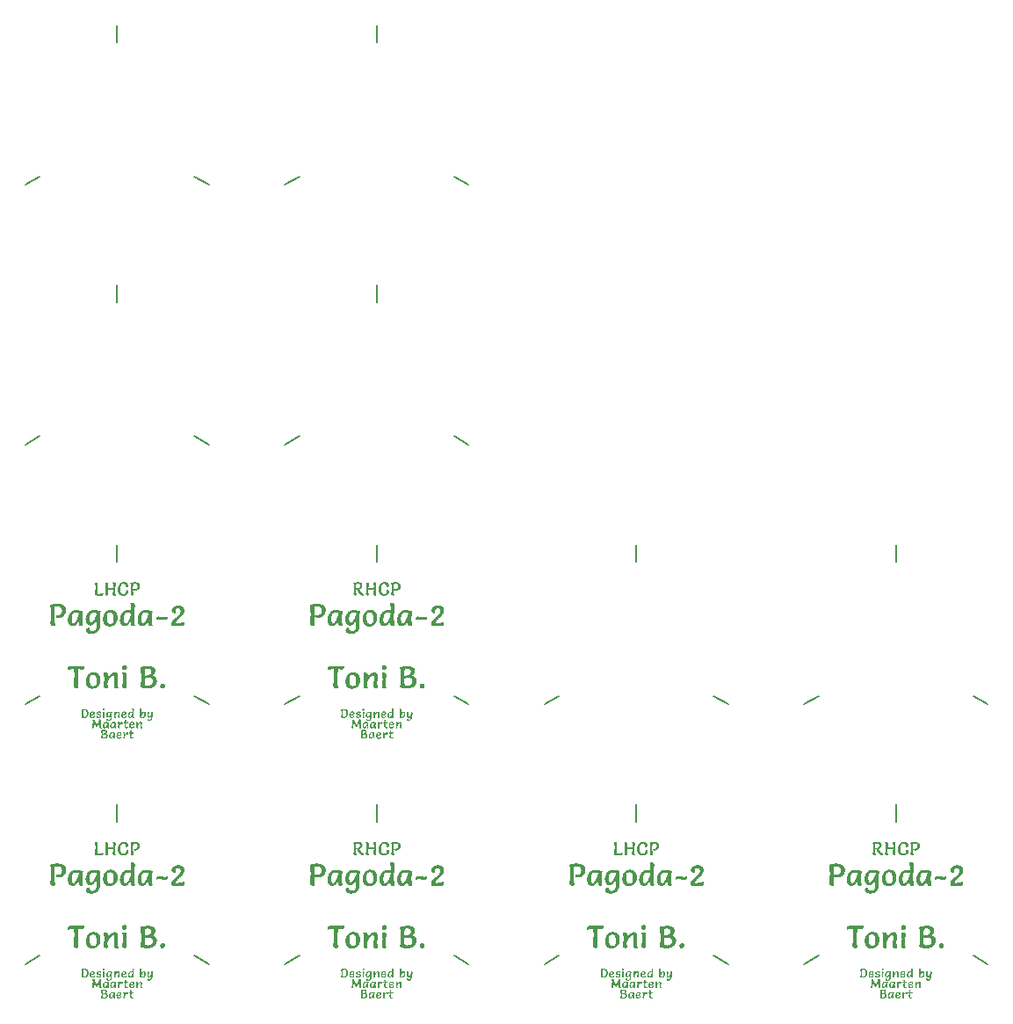
<source format=gto>
G04 This is an RS-274x file exported by *
G04 gerbv version 2.6.0 *
G04 More information is available about gerbv at *
G04 http://gerbv.gpleda.org/ *
G04 --End of header info--*
%MOIN*%
%FSLAX34Y34*%
%IPPOS*%
G04 --Define apertures--*
%ADD10C,0.0079*%
G04 --Start main section--*
G54D10*
G01X0000000Y0004028D02*
G01X0000000Y0003389D01*
G01X-003488Y-002014D02*
G01X-002935Y-001694D01*
G01X0003488Y-002014D02*
G01X0002935Y-001694D01*
G36*
G01X-000836Y0002602D02*
G01X-000833Y0002603D01*
G01X-000831Y0002604D01*
G01X-000828Y0002605D01*
G01X-000825Y0002606D01*
G01X-000822Y0002606D01*
G01X-000819Y0002607D01*
G01X-000816Y0002607D01*
G01X-000813Y0002608D01*
G01X-000809Y0002608D01*
G01X-000806Y0002609D01*
G01X-000803Y0002609D01*
G01X-000800Y0002609D01*
G01X-000797Y0002609D01*
G01X-000794Y0002609D01*
G01X-000790Y0002610D01*
G01X-000783Y0002609D01*
G01X-000776Y0002609D01*
G01X-000769Y0002608D01*
G01X-000763Y0002606D01*
G01X-000757Y0002604D01*
G01X-000752Y0002601D01*
G01X-000747Y0002599D01*
G01X-000743Y0002595D01*
G01X-000739Y0002591D01*
G01X-000736Y0002587D01*
G01X-000733Y0002582D01*
G01X-000731Y0002577D01*
G01X-000729Y0002572D01*
G01X-000728Y0002566D01*
G01X-000727Y0002559D01*
G01X-000727Y0002552D01*
G01X-000727Y0002548D01*
G01X-000727Y0002544D01*
G01X-000727Y0002539D01*
G01X-000728Y0002534D01*
G01X-000728Y0002529D01*
G01X-000728Y0002523D01*
G01X-000729Y0002517D01*
G01X-000729Y0002511D01*
G01X-000729Y0002504D01*
G01X-000730Y0002498D01*
G01X-000731Y0002490D01*
G01X-000731Y0002483D01*
G01X-000732Y0002475D01*
G01X-000733Y0002467D01*
G01X-000733Y0002458D01*
G01X-000734Y0002450D01*
G01X-000735Y0002441D01*
G01X-000736Y0002432D01*
G01X-000737Y0002423D01*
G01X-000737Y0002414D01*
G01X-000738Y0002405D01*
G01X-000739Y0002396D01*
G01X-000739Y0002386D01*
G01X-000740Y0002377D01*
G01X-000740Y0002368D01*
G01X-000740Y0002359D01*
G01X-000741Y0002349D01*
G01X-000741Y0002340D01*
G01X-000741Y0002330D01*
G01X-000741Y0002321D01*
G01X-000741Y0002311D01*
G01X-000741Y0002302D01*
G01X-000741Y0002293D01*
G01X-000741Y0002283D01*
G01X-000741Y0002274D01*
G01X-000741Y0002265D01*
G01X-000741Y0002257D01*
G01X-000741Y0002248D01*
G01X-000740Y0002240D01*
G01X-000740Y0002232D01*
G01X-000740Y0002224D01*
G01X-000739Y0002217D01*
G01X-000739Y0002209D01*
G01X-000739Y0002202D01*
G01X-000738Y0002195D01*
G01X-000738Y0002188D01*
G01X-000737Y0002181D01*
G01X-000736Y0002175D01*
G01X-000734Y0002175D01*
G01X-000732Y0002175D01*
G01X-000729Y0002174D01*
G01X-000727Y0002174D01*
G01X-000724Y0002174D01*
G01X-000722Y0002174D01*
G01X-000720Y0002174D01*
G01X-000717Y0002174D01*
G01X-000715Y0002173D01*
G01X-000712Y0002173D01*
G01X-000710Y0002173D01*
G01X-000708Y0002173D01*
G01X-000705Y0002173D01*
G01X-000703Y0002173D01*
G01X-000701Y0002173D01*
G01X-000698Y0002173D01*
G01X-000687Y0002173D01*
G01X-000675Y0002173D01*
G01X-000664Y0002174D01*
G01X-000653Y0002175D01*
G01X-000642Y0002176D01*
G01X-000631Y0002177D01*
G01X-000621Y0002179D01*
G01X-000610Y0002181D01*
G01X-000600Y0002183D01*
G01X-000590Y0002185D01*
G01X-000580Y0002188D01*
G01X-000571Y0002191D01*
G01X-000561Y0002194D01*
G01X-000552Y0002197D01*
G01X-000543Y0002200D01*
G01X-000534Y0002204D01*
G01X-000533Y0002202D01*
G01X-000532Y0002199D01*
G01X-000531Y0002197D01*
G01X-000530Y0002194D01*
G01X-000529Y0002192D01*
G01X-000529Y0002189D01*
G01X-000528Y0002186D01*
G01X-000527Y0002184D01*
G01X-000527Y0002181D01*
G01X-000526Y0002178D01*
G01X-000526Y0002176D01*
G01X-000526Y0002173D01*
G01X-000526Y0002170D01*
G01X-000525Y0002167D01*
G01X-000525Y0002164D01*
G01X-000525Y0002161D01*
G01X-000525Y0002158D01*
G01X-000526Y0002155D01*
G01X-000526Y0002152D01*
G01X-000526Y0002149D01*
G01X-000527Y0002147D01*
G01X-000528Y0002144D01*
G01X-000528Y0002141D01*
G01X-000529Y0002139D01*
G01X-000531Y0002136D01*
G01X-000532Y0002133D01*
G01X-000533Y0002131D01*
G01X-000535Y0002129D01*
G01X-000536Y0002126D01*
G01X-000538Y0002124D01*
G01X-000540Y0002122D01*
G01X-000542Y0002119D01*
G01X-000544Y0002117D01*
G01X-000546Y0002115D01*
G01X-000548Y0002114D01*
G01X-000551Y0002112D01*
G01X-000553Y0002110D01*
G01X-000555Y0002109D01*
G01X-000558Y0002108D01*
G01X-000560Y0002106D01*
G01X-000563Y0002105D01*
G01X-000566Y0002105D01*
G01X-000568Y0002104D01*
G01X-000571Y0002103D01*
G01X-000574Y0002103D01*
G01X-000577Y0002102D01*
G01X-000580Y0002102D01*
G01X-000583Y0002102D01*
G01X-000589Y0002102D01*
G01X-000597Y0002102D01*
G01X-000606Y0002102D01*
G01X-000615Y0002103D01*
G01X-000626Y0002103D01*
G01X-000637Y0002103D01*
G01X-000650Y0002104D01*
G01X-000663Y0002104D01*
G01X-000677Y0002105D01*
G01X-000692Y0002105D01*
G01X-000708Y0002106D01*
G01X-000725Y0002107D01*
G01X-000743Y0002108D01*
G01X-000762Y0002109D01*
G01X-000782Y0002110D01*
G01X-000803Y0002111D01*
G01X-000805Y0002111D01*
G01X-000806Y0002111D01*
G01X-000808Y0002111D01*
G01X-000810Y0002111D01*
G01X-000811Y0002112D01*
G01X-000813Y0002112D01*
G01X-000814Y0002113D01*
G01X-000816Y0002113D01*
G01X-000817Y0002114D01*
G01X-000818Y0002114D01*
G01X-000820Y0002115D01*
G01X-000821Y0002115D01*
G01X-000823Y0002116D01*
G01X-000824Y0002117D01*
G01X-000825Y0002118D01*
G01X-000826Y0002119D01*
G01X-000828Y0002120D01*
G01X-000829Y0002121D01*
G01X-000830Y0002122D01*
G01X-000831Y0002123D01*
G01X-000832Y0002124D01*
G01X-000832Y0002125D01*
G01X-000833Y0002126D01*
G01X-000834Y0002127D01*
G01X-000834Y0002128D01*
G01X-000835Y0002130D01*
G01X-000835Y0002131D01*
G01X-000836Y0002132D01*
G01X-000836Y0002133D01*
G01X-000836Y0002135D01*
G01X-000836Y0002136D01*
G01X-000836Y0002138D01*
G01X-000836Y0002142D01*
G01X-000836Y0002148D01*
G01X-000836Y0002153D01*
G01X-000836Y0002160D01*
G01X-000836Y0002166D01*
G01X-000835Y0002173D01*
G01X-000835Y0002180D01*
G01X-000835Y0002188D01*
G01X-000834Y0002196D01*
G01X-000834Y0002205D01*
G01X-000834Y0002214D01*
G01X-000833Y0002223D01*
G01X-000832Y0002233D01*
G01X-000832Y0002243D01*
G01X-000831Y0002253D01*
G01X-000830Y0002264D01*
G01X-000830Y0002276D01*
G01X-000829Y0002287D01*
G01X-000828Y0002297D01*
G01X-000828Y0002308D01*
G01X-000827Y0002319D01*
G01X-000827Y0002329D01*
G01X-000826Y0002340D01*
G01X-000826Y0002350D01*
G01X-000825Y0002360D01*
G01X-000825Y0002371D01*
G01X-000825Y0002381D01*
G01X-000825Y0002391D01*
G01X-000824Y0002400D01*
G01X-000824Y0002410D01*
G01X-000824Y0002420D01*
G01X-000824Y0002429D01*
G01X-000824Y0002439D01*
G01X-000825Y0002448D01*
G01X-000825Y0002458D01*
G01X-000825Y0002468D01*
G01X-000826Y0002478D01*
G01X-000826Y0002489D01*
G01X-000827Y0002499D01*
G01X-000828Y0002510D01*
G01X-000829Y0002521D01*
G01X-000830Y0002532D01*
G01X-000831Y0002543D01*
G01X-000833Y0002554D01*
G01X-000834Y0002566D01*
G01X-000836Y0002577D01*
G01X-000837Y0002589D01*
G01X-000839Y0002601D01*
G01X-000836Y0002602D01*
G37*
G36*
G01X-000836Y0002602D02*
G37*
G36*
G01X-000346Y0002114D02*
G01X-000349Y0002113D01*
G01X-000352Y0002112D01*
G01X-000355Y0002111D01*
G01X-000358Y0002110D01*
G01X-000361Y0002110D01*
G01X-000364Y0002109D01*
G01X-000367Y0002109D01*
G01X-000370Y0002108D01*
G01X-000373Y0002108D01*
G01X-000376Y0002107D01*
G01X-000379Y0002107D01*
G01X-000382Y0002107D01*
G01X-000385Y0002106D01*
G01X-000388Y0002106D01*
G01X-000391Y0002106D01*
G01X-000395Y0002106D01*
G01X-000398Y0002107D01*
G01X-000401Y0002107D01*
G01X-000404Y0002107D01*
G01X-000407Y0002108D01*
G01X-000410Y0002109D01*
G01X-000412Y0002109D01*
G01X-000415Y0002110D01*
G01X-000418Y0002112D01*
G01X-000421Y0002113D01*
G01X-000423Y0002114D01*
G01X-000426Y0002116D01*
G01X-000428Y0002117D01*
G01X-000431Y0002119D01*
G01X-000433Y0002121D01*
G01X-000436Y0002123D01*
G01X-000438Y0002125D01*
G01X-000440Y0002127D01*
G01X-000442Y0002129D01*
G01X-000444Y0002132D01*
G01X-000446Y0002134D01*
G01X-000447Y0002137D01*
G01X-000449Y0002139D01*
G01X-000450Y0002142D01*
G01X-000451Y0002145D01*
G01X-000452Y0002148D01*
G01X-000453Y0002151D01*
G01X-000453Y0002154D01*
G01X-000454Y0002157D01*
G01X-000454Y0002160D01*
G01X-000454Y0002164D01*
G01X-000455Y0002167D01*
G01X-000454Y0002171D01*
G01X-000454Y0002175D01*
G01X-000454Y0002180D01*
G01X-000454Y0002185D01*
G01X-000454Y0002190D01*
G01X-000454Y0002196D01*
G01X-000453Y0002202D01*
G01X-000453Y0002209D01*
G01X-000452Y0002216D01*
G01X-000452Y0002223D01*
G01X-000451Y0002231D01*
G01X-000451Y0002239D01*
G01X-000450Y0002248D01*
G01X-000449Y0002257D01*
G01X-000448Y0002266D01*
G01X-000447Y0002276D01*
G01X-000447Y0002286D01*
G01X-000446Y0002296D01*
G01X-000445Y0002305D01*
G01X-000444Y0002314D01*
G01X-000444Y0002323D01*
G01X-000443Y0002332D01*
G01X-000443Y0002340D01*
G01X-000442Y0002348D01*
G01X-000442Y0002356D01*
G01X-000441Y0002364D01*
G01X-000441Y0002371D01*
G01X-000441Y0002379D01*
G01X-000441Y0002386D01*
G01X-000440Y0002392D01*
G01X-000440Y0002399D01*
G01X-000440Y0002405D01*
G01X-000440Y0002420D01*
G01X-000441Y0002435D01*
G01X-000441Y0002449D01*
G01X-000441Y0002464D01*
G01X-000442Y0002477D01*
G01X-000442Y0002490D01*
G01X-000443Y0002503D01*
G01X-000444Y0002516D01*
G01X-000445Y0002528D01*
G01X-000446Y0002540D01*
G01X-000447Y0002551D01*
G01X-000449Y0002562D01*
G01X-000450Y0002572D01*
G01X-000452Y0002582D01*
G01X-000453Y0002592D01*
G01X-000455Y0002601D01*
G01X-000452Y0002602D01*
G01X-000450Y0002603D01*
G01X-000447Y0002604D01*
G01X-000444Y0002605D01*
G01X-000441Y0002606D01*
G01X-000438Y0002606D01*
G01X-000435Y0002607D01*
G01X-000432Y0002607D01*
G01X-000429Y0002608D01*
G01X-000426Y0002608D01*
G01X-000423Y0002609D01*
G01X-000420Y0002609D01*
G01X-000416Y0002609D01*
G01X-000413Y0002609D01*
G01X-000410Y0002609D01*
G01X-000407Y0002610D01*
G01X-000404Y0002609D01*
G01X-000401Y0002609D01*
G01X-000398Y0002609D01*
G01X-000395Y0002609D01*
G01X-000392Y0002608D01*
G01X-000389Y0002607D01*
G01X-000386Y0002606D01*
G01X-000383Y0002605D01*
G01X-000380Y0002604D01*
G01X-000378Y0002603D01*
G01X-000375Y0002602D01*
G01X-000373Y0002600D01*
G01X-000370Y0002599D01*
G01X-000368Y0002597D01*
G01X-000365Y0002595D01*
G01X-000363Y0002593D01*
G01X-000360Y0002591D01*
G01X-000358Y0002589D01*
G01X-000356Y0002587D01*
G01X-000355Y0002585D01*
G01X-000353Y0002582D01*
G01X-000351Y0002580D01*
G01X-000350Y0002578D01*
G01X-000349Y0002575D01*
G01X-000348Y0002573D01*
G01X-000347Y0002570D01*
G01X-000346Y0002567D01*
G01X-000345Y0002565D01*
G01X-000345Y0002562D01*
G01X-000344Y0002559D01*
G01X-000344Y0002556D01*
G01X-000344Y0002553D01*
G01X-000344Y0002550D01*
G01X-000344Y0002547D01*
G01X-000344Y0002544D01*
G01X-000344Y0002541D01*
G01X-000344Y0002539D01*
G01X-000344Y0002536D01*
G01X-000344Y0002533D01*
G01X-000344Y0002530D01*
G01X-000345Y0002527D01*
G01X-000345Y0002524D01*
G01X-000345Y0002521D01*
G01X-000345Y0002519D01*
G01X-000345Y0002516D01*
G01X-000345Y0002513D01*
G01X-000346Y0002510D01*
G01X-000346Y0002507D01*
G01X-000346Y0002505D01*
G01X-000346Y0002502D01*
G01X-000346Y0002499D01*
G01X-000347Y0002496D01*
G01X-000347Y0002493D01*
G01X-000347Y0002490D01*
G01X-000348Y0002487D01*
G01X-000348Y0002484D01*
G01X-000348Y0002481D01*
G01X-000348Y0002478D01*
G01X-000349Y0002474D01*
G01X-000349Y0002471D01*
G01X-000349Y0002468D01*
G01X-000350Y0002464D01*
G01X-000350Y0002461D01*
G01X-000350Y0002457D01*
G01X-000351Y0002454D01*
G01X-000351Y0002450D01*
G01X-000351Y0002447D01*
G01X-000352Y0002443D01*
G01X-000352Y0002440D01*
G01X-000352Y0002437D01*
G01X-000353Y0002434D01*
G01X-000353Y0002431D01*
G01X-000353Y0002428D01*
G01X-000353Y0002424D01*
G01X-000354Y0002422D01*
G01X-000354Y0002419D01*
G01X-000354Y0002416D01*
G01X-000354Y0002413D01*
G01X-000354Y0002410D01*
G01X-000355Y0002408D01*
G01X-000351Y0002407D01*
G01X-000347Y0002407D01*
G01X-000343Y0002407D01*
G01X-000338Y0002406D01*
G01X-000333Y0002406D01*
G01X-000328Y0002406D01*
G01X-000322Y0002406D01*
G01X-000316Y0002405D01*
G01X-000310Y0002405D01*
G01X-000303Y0002405D01*
G01X-000296Y0002405D01*
G01X-000289Y0002405D01*
G01X-000281Y0002405D01*
G01X-000274Y0002405D01*
G01X-000265Y0002405D01*
G01X-000257Y0002405D01*
G01X-000248Y0002405D01*
G01X-000240Y0002405D01*
G01X-000232Y0002405D01*
G01X-000224Y0002405D01*
G01X-000217Y0002405D01*
G01X-000209Y0002406D01*
G01X-000202Y0002406D01*
G01X-000195Y0002406D01*
G01X-000189Y0002407D01*
G01X-000182Y0002407D01*
G01X-000176Y0002407D01*
G01X-000171Y0002408D01*
G01X-000165Y0002408D01*
G01X-000160Y0002409D01*
G01X-000155Y0002410D01*
G01X-000150Y0002410D01*
G01X-000150Y0002424D01*
G01X-000150Y0002438D01*
G01X-000150Y0002452D01*
G01X-000151Y0002465D01*
G01X-000151Y0002478D01*
G01X-000152Y0002491D01*
G01X-000153Y0002503D01*
G01X-000154Y0002515D01*
G01X-000155Y0002528D01*
G01X-000156Y0002539D01*
G01X-000157Y0002551D01*
G01X-000158Y0002562D01*
G01X-000160Y0002573D01*
G01X-000161Y0002584D01*
G01X-000163Y0002595D01*
G01X-000165Y0002605D01*
G01X-000162Y0002606D01*
G01X-000159Y0002607D01*
G01X-000156Y0002608D01*
G01X-000153Y0002609D01*
G01X-000150Y0002610D01*
G01X-000147Y0002610D01*
G01X-000144Y0002611D01*
G01X-000141Y0002612D01*
G01X-000138Y0002612D01*
G01X-000135Y0002613D01*
G01X-000132Y0002613D01*
G01X-000129Y0002613D01*
G01X-000126Y0002613D01*
G01X-000123Y0002614D01*
G01X-000120Y0002614D01*
G01X-000116Y0002614D01*
G01X-000113Y0002614D01*
G01X-000110Y0002614D01*
G01X-000107Y0002613D01*
G01X-000104Y0002613D01*
G01X-000101Y0002612D01*
G01X-000098Y0002611D01*
G01X-000095Y0002611D01*
G01X-000093Y0002610D01*
G01X-000090Y0002609D01*
G01X-000087Y0002607D01*
G01X-000085Y0002606D01*
G01X-000082Y0002605D01*
G01X-000079Y0002603D01*
G01X-000077Y0002601D01*
G01X-000075Y0002599D01*
G01X-000072Y0002597D01*
G01X-000070Y0002595D01*
G01X-000068Y0002593D01*
G01X-000066Y0002591D01*
G01X-000064Y0002589D01*
G01X-000062Y0002586D01*
G01X-000061Y0002584D01*
G01X-000059Y0002581D01*
G01X-000058Y0002578D01*
G01X-000057Y0002575D01*
G01X-000056Y0002572D01*
G01X-000055Y0002569D01*
G01X-000055Y0002566D01*
G01X-000054Y0002563D01*
G01X-000054Y0002559D01*
G01X-000054Y0002556D01*
G01X-000053Y0002552D01*
G01X-000053Y0002549D01*
G01X-000054Y0002545D01*
G01X-000054Y0002540D01*
G01X-000054Y0002535D01*
G01X-000054Y0002530D01*
G01X-000054Y0002525D01*
G01X-000055Y0002519D01*
G01X-000055Y0002513D01*
G01X-000056Y0002506D01*
G01X-000056Y0002499D01*
G01X-000057Y0002492D01*
G01X-000057Y0002485D01*
G01X-000058Y0002477D01*
G01X-000059Y0002468D01*
G01X-000060Y0002460D01*
G01X-000061Y0002451D01*
G01X-000061Y0002442D01*
G01X-000062Y0002433D01*
G01X-000063Y0002424D01*
G01X-000064Y0002416D01*
G01X-000064Y0002408D01*
G01X-000065Y0002400D01*
G01X-000065Y0002392D01*
G01X-000066Y0002385D01*
G01X-000066Y0002378D01*
G01X-000067Y0002371D01*
G01X-000067Y0002364D01*
G01X-000067Y0002358D01*
G01X-000067Y0002351D01*
G01X-000067Y0002345D01*
G01X-000068Y0002339D01*
G01X-000068Y0002334D01*
G01X-000068Y0002317D01*
G01X-000067Y0002300D01*
G01X-000067Y0002284D01*
G01X-000067Y0002268D01*
G01X-000066Y0002252D01*
G01X-000066Y0002237D01*
G01X-000065Y0002223D01*
G01X-000064Y0002209D01*
G01X-000063Y0002195D01*
G01X-000062Y0002182D01*
G01X-000061Y0002169D01*
G01X-000059Y0002156D01*
G01X-000058Y0002144D01*
G01X-000056Y0002133D01*
G01X-000055Y0002121D01*
G01X-000053Y0002111D01*
G01X-000056Y0002110D01*
G01X-000058Y0002109D01*
G01X-000061Y0002108D01*
G01X-000064Y0002107D01*
G01X-000067Y0002106D01*
G01X-000070Y0002105D01*
G01X-000073Y0002105D01*
G01X-000076Y0002104D01*
G01X-000079Y0002104D01*
G01X-000082Y0002103D01*
G01X-000085Y0002103D01*
G01X-000088Y0002103D01*
G01X-000091Y0002102D01*
G01X-000095Y0002102D01*
G01X-000098Y0002102D01*
G01X-000101Y0002102D01*
G01X-000104Y0002102D01*
G01X-000107Y0002102D01*
G01X-000110Y0002103D01*
G01X-000113Y0002103D01*
G01X-000116Y0002104D01*
G01X-000119Y0002104D01*
G01X-000122Y0002105D01*
G01X-000125Y0002106D01*
G01X-000127Y0002107D01*
G01X-000130Y0002109D01*
G01X-000133Y0002110D01*
G01X-000135Y0002111D01*
G01X-000138Y0002113D01*
G01X-000140Y0002115D01*
G01X-000143Y0002116D01*
G01X-000145Y0002118D01*
G01X-000147Y0002121D01*
G01X-000150Y0002123D01*
G01X-000152Y0002125D01*
G01X-000153Y0002127D01*
G01X-000155Y0002130D01*
G01X-000157Y0002132D01*
G01X-000158Y0002135D01*
G01X-000159Y0002137D01*
G01X-000160Y0002140D01*
G01X-000161Y0002143D01*
G01X-000162Y0002146D01*
G01X-000163Y0002149D01*
G01X-000163Y0002152D01*
G01X-000164Y0002155D01*
G01X-000164Y0002158D01*
G01X-000164Y0002162D01*
G01X-000164Y0002165D01*
G01X-000164Y0002169D01*
G01X-000164Y0002173D01*
G01X-000164Y0002177D01*
G01X-000163Y0002182D01*
G01X-000163Y0002187D01*
G01X-000163Y0002192D01*
G01X-000163Y0002197D01*
G01X-000162Y0002203D01*
G01X-000162Y0002209D01*
G01X-000161Y0002215D01*
G01X-000161Y0002221D01*
G01X-000160Y0002228D01*
G01X-000160Y0002235D01*
G01X-000159Y0002242D01*
G01X-000158Y0002250D01*
G01X-000158Y0002257D01*
G01X-000157Y0002264D01*
G01X-000156Y0002271D01*
G01X-000156Y0002278D01*
G01X-000155Y0002284D01*
G01X-000155Y0002290D01*
G01X-000154Y0002296D01*
G01X-000154Y0002301D01*
G01X-000153Y0002306D01*
G01X-000153Y0002311D01*
G01X-000153Y0002315D01*
G01X-000152Y0002319D01*
G01X-000152Y0002323D01*
G01X-000152Y0002327D01*
G01X-000151Y0002330D01*
G01X-000151Y0002333D01*
G01X-000160Y0002334D01*
G01X-000170Y0002334D01*
G01X-000180Y0002335D01*
G01X-000190Y0002335D01*
G01X-000201Y0002336D01*
G01X-000213Y0002336D01*
G01X-000225Y0002337D01*
G01X-000238Y0002337D01*
G01X-000251Y0002337D01*
G01X-000265Y0002337D01*
G01X-000279Y0002338D01*
G01X-000294Y0002338D01*
G01X-000309Y0002338D01*
G01X-000325Y0002338D01*
G01X-000341Y0002338D01*
G01X-000358Y0002338D01*
G01X-000358Y0002337D01*
G01X-000358Y0002336D01*
G01X-000358Y0002335D01*
G01X-000358Y0002334D01*
G01X-000358Y0002332D01*
G01X-000358Y0002331D01*
G01X-000358Y0002330D01*
G01X-000358Y0002329D01*
G01X-000358Y0002328D01*
G01X-000358Y0002327D01*
G01X-000358Y0002325D01*
G01X-000358Y0002324D01*
G01X-000358Y0002323D01*
G01X-000358Y0002322D01*
G01X-000358Y0002321D01*
G01X-000358Y0002320D01*
G01X-000358Y0002304D01*
G01X-000358Y0002289D01*
G01X-000358Y0002274D01*
G01X-000357Y0002260D01*
G01X-000357Y0002246D01*
G01X-000356Y0002232D01*
G01X-000355Y0002219D01*
G01X-000354Y0002206D01*
G01X-000353Y0002193D01*
G01X-000352Y0002181D01*
G01X-000351Y0002169D01*
G01X-000350Y0002157D01*
G01X-000348Y0002146D01*
G01X-000347Y0002135D01*
G01X-000345Y0002125D01*
G01X-000343Y0002115D01*
G01X-000346Y0002114D01*
G37*
G36*
G01X-000346Y0002114D02*
G37*
G36*
G01X0000275Y0002618D02*
G01X0000283Y0002617D01*
G01X0000290Y0002617D01*
G01X0000297Y0002616D01*
G01X0000304Y0002614D01*
G01X0000311Y0002613D01*
G01X0000318Y0002611D01*
G01X0000325Y0002609D01*
G01X0000332Y0002607D01*
G01X0000338Y0002604D01*
G01X0000345Y0002601D01*
G01X0000351Y0002598D01*
G01X0000357Y0002594D01*
G01X0000363Y0002590D01*
G01X0000369Y0002586D01*
G01X0000375Y0002582D01*
G01X0000381Y0002577D01*
G01X0000386Y0002573D01*
G01X0000391Y0002568D01*
G01X0000395Y0002562D01*
G01X0000399Y0002557D01*
G01X0000403Y0002552D01*
G01X0000407Y0002546D01*
G01X0000410Y0002540D01*
G01X0000412Y0002534D01*
G01X0000415Y0002528D01*
G01X0000417Y0002522D01*
G01X0000418Y0002516D01*
G01X0000420Y0002509D01*
G01X0000421Y0002502D01*
G01X0000421Y0002495D01*
G01X0000421Y0002488D01*
G01X0000421Y0002485D01*
G01X0000421Y0002481D01*
G01X0000421Y0002477D01*
G01X0000420Y0002474D01*
G01X0000420Y0002470D01*
G01X0000419Y0002467D01*
G01X0000418Y0002464D01*
G01X0000417Y0002461D01*
G01X0000416Y0002457D01*
G01X0000415Y0002454D01*
G01X0000413Y0002451D01*
G01X0000412Y0002449D01*
G01X0000410Y0002446D01*
G01X0000408Y0002443D01*
G01X0000406Y0002441D01*
G01X0000404Y0002438D01*
G01X0000402Y0002436D01*
G01X0000400Y0002433D01*
G01X0000398Y0002431D01*
G01X0000395Y0002429D01*
G01X0000393Y0002428D01*
G01X0000390Y0002426D01*
G01X0000388Y0002424D01*
G01X0000385Y0002423D01*
G01X0000383Y0002422D01*
G01X0000380Y0002421D01*
G01X0000377Y0002420D01*
G01X0000374Y0002419D01*
G01X0000371Y0002419D01*
G01X0000368Y0002419D01*
G01X0000365Y0002418D01*
G01X0000362Y0002418D01*
G01X0000359Y0002418D01*
G01X0000356Y0002418D01*
G01X0000353Y0002418D01*
G01X0000351Y0002419D01*
G01X0000348Y0002419D01*
G01X0000345Y0002419D01*
G01X0000343Y0002419D01*
G01X0000340Y0002420D01*
G01X0000338Y0002420D01*
G01X0000335Y0002421D01*
G01X0000333Y0002421D01*
G01X0000331Y0002422D01*
G01X0000329Y0002422D01*
G01X0000327Y0002423D01*
G01X0000325Y0002424D01*
G01X0000323Y0002425D01*
G01X0000323Y0002426D01*
G01X0000323Y0002427D01*
G01X0000323Y0002429D01*
G01X0000324Y0002430D01*
G01X0000324Y0002432D01*
G01X0000324Y0002433D01*
G01X0000324Y0002435D01*
G01X0000324Y0002436D01*
G01X0000324Y0002438D01*
G01X0000325Y0002439D01*
G01X0000325Y0002441D01*
G01X0000325Y0002442D01*
G01X0000325Y0002444D01*
G01X0000325Y0002446D01*
G01X0000325Y0002447D01*
G01X0000325Y0002449D01*
G01X0000325Y0002454D01*
G01X0000324Y0002460D01*
G01X0000324Y0002465D01*
G01X0000323Y0002470D01*
G01X0000322Y0002475D01*
G01X0000321Y0002480D01*
G01X0000320Y0002485D01*
G01X0000319Y0002489D01*
G01X0000318Y0002494D01*
G01X0000316Y0002498D01*
G01X0000314Y0002502D01*
G01X0000312Y0002506D01*
G01X0000310Y0002510D01*
G01X0000308Y0002514D01*
G01X0000305Y0002518D01*
G01X0000303Y0002521D01*
G01X0000300Y0002525D01*
G01X0000297Y0002528D01*
G01X0000294Y0002531D01*
G01X0000291Y0002534D01*
G01X0000288Y0002536D01*
G01X0000284Y0002538D01*
G01X0000281Y0002540D01*
G01X0000277Y0002542D01*
G01X0000273Y0002544D01*
G01X0000269Y0002545D01*
G01X0000264Y0002547D01*
G01X0000260Y0002548D01*
G01X0000255Y0002548D01*
G01X0000251Y0002549D01*
G01X0000246Y0002549D01*
G01X0000241Y0002549D01*
G01X0000236Y0002549D01*
G01X0000231Y0002549D01*
G01X0000226Y0002548D01*
G01X0000221Y0002548D01*
G01X0000216Y0002547D01*
G01X0000211Y0002546D01*
G01X0000206Y0002544D01*
G01X0000202Y0002543D01*
G01X0000197Y0002541D01*
G01X0000192Y0002539D01*
G01X0000188Y0002537D01*
G01X0000183Y0002535D01*
G01X0000179Y0002532D01*
G01X0000174Y0002529D01*
G01X0000170Y0002526D01*
G01X0000165Y0002523D01*
G01X0000163Y0002519D01*
G01X0000160Y0002515D01*
G01X0000158Y0002511D01*
G01X0000156Y0002507D01*
G01X0000153Y0002503D01*
G01X0000151Y0002498D01*
G01X0000149Y0002494D01*
G01X0000147Y0002489D01*
G01X0000145Y0002484D01*
G01X0000143Y0002479D01*
G01X0000141Y0002473D01*
G01X0000140Y0002468D01*
G01X0000138Y0002463D01*
G01X0000136Y0002457D01*
G01X0000135Y0002451D01*
G01X0000134Y0002445D01*
G01X0000132Y0002439D01*
G01X0000131Y0002433D01*
G01X0000130Y0002427D01*
G01X0000129Y0002421D01*
G01X0000128Y0002415D01*
G01X0000127Y0002409D01*
G01X0000126Y0002403D01*
G01X0000125Y0002397D01*
G01X0000124Y0002391D01*
G01X0000124Y0002385D01*
G01X0000123Y0002380D01*
G01X0000123Y0002374D01*
G01X0000123Y0002368D01*
G01X0000122Y0002362D01*
G01X0000122Y0002356D01*
G01X0000122Y0002350D01*
G01X0000122Y0002341D01*
G01X0000123Y0002331D01*
G01X0000123Y0002322D01*
G01X0000124Y0002313D01*
G01X0000125Y0002304D01*
G01X0000126Y0002295D01*
G01X0000128Y0002287D01*
G01X0000130Y0002279D01*
G01X0000132Y0002270D01*
G01X0000134Y0002263D01*
G01X0000136Y0002255D01*
G01X0000139Y0002247D01*
G01X0000142Y0002240D01*
G01X0000145Y0002233D01*
G01X0000149Y0002226D01*
G01X0000152Y0002219D01*
G01X0000156Y0002213D01*
G01X0000160Y0002207D01*
G01X0000165Y0002201D01*
G01X0000169Y0002196D01*
G01X0000174Y0002192D01*
G01X0000180Y0002187D01*
G01X0000185Y0002183D01*
G01X0000191Y0002180D01*
G01X0000197Y0002177D01*
G01X0000203Y0002174D01*
G01X0000210Y0002172D01*
G01X0000216Y0002170D01*
G01X0000223Y0002168D01*
G01X0000231Y0002167D01*
G01X0000238Y0002167D01*
G01X0000246Y0002167D01*
G01X0000253Y0002167D01*
G01X0000260Y0002167D01*
G01X0000267Y0002168D01*
G01X0000273Y0002169D01*
G01X0000279Y0002171D01*
G01X0000285Y0002173D01*
G01X0000290Y0002175D01*
G01X0000295Y0002178D01*
G01X0000300Y0002181D01*
G01X0000305Y0002184D01*
G01X0000309Y0002188D01*
G01X0000313Y0002192D01*
G01X0000316Y0002196D01*
G01X0000320Y0002201D01*
G01X0000323Y0002206D01*
G01X0000326Y0002211D01*
G01X0000328Y0002216D01*
G01X0000330Y0002221D01*
G01X0000332Y0002227D01*
G01X0000334Y0002232D01*
G01X0000336Y0002238D01*
G01X0000337Y0002244D01*
G01X0000339Y0002250D01*
G01X0000340Y0002257D01*
G01X0000341Y0002263D01*
G01X0000342Y0002270D01*
G01X0000343Y0002277D01*
G01X0000344Y0002284D01*
G01X0000344Y0002291D01*
G01X0000344Y0002299D01*
G01X0000345Y0002307D01*
G01X0000345Y0002315D01*
G01X0000349Y0002315D01*
G01X0000354Y0002315D01*
G01X0000358Y0002314D01*
G01X0000362Y0002314D01*
G01X0000366Y0002313D01*
G01X0000370Y0002313D01*
G01X0000374Y0002312D01*
G01X0000378Y0002311D01*
G01X0000382Y0002311D01*
G01X0000385Y0002310D01*
G01X0000389Y0002309D01*
G01X0000392Y0002307D01*
G01X0000395Y0002306D01*
G01X0000399Y0002305D01*
G01X0000402Y0002303D01*
G01X0000405Y0002302D01*
G01X0000408Y0002300D01*
G01X0000411Y0002298D01*
G01X0000413Y0002296D01*
G01X0000415Y0002294D01*
G01X0000418Y0002292D01*
G01X0000420Y0002289D01*
G01X0000421Y0002287D01*
G01X0000423Y0002284D01*
G01X0000424Y0002282D01*
G01X0000426Y0002279D01*
G01X0000427Y0002276D01*
G01X0000428Y0002273D01*
G01X0000428Y0002269D01*
G01X0000429Y0002266D01*
G01X0000429Y0002262D01*
G01X0000429Y0002259D01*
G01X0000429Y0002250D01*
G01X0000428Y0002242D01*
G01X0000427Y0002234D01*
G01X0000425Y0002226D01*
G01X0000423Y0002218D01*
G01X0000420Y0002210D01*
G01X0000417Y0002203D01*
G01X0000414Y0002195D01*
G01X0000410Y0002188D01*
G01X0000405Y0002181D01*
G01X0000400Y0002174D01*
G01X0000395Y0002168D01*
G01X0000389Y0002162D01*
G01X0000382Y0002155D01*
G01X0000375Y0002149D01*
G01X0000368Y0002144D01*
G01X0000360Y0002138D01*
G01X0000353Y0002133D01*
G01X0000345Y0002128D01*
G01X0000337Y0002124D01*
G01X0000328Y0002119D01*
G01X0000320Y0002116D01*
G01X0000312Y0002112D01*
G01X0000303Y0002109D01*
G01X0000295Y0002107D01*
G01X0000286Y0002104D01*
G01X0000277Y0002102D01*
G01X0000268Y0002101D01*
G01X0000259Y0002099D01*
G01X0000249Y0002099D01*
G01X0000240Y0002098D01*
G01X0000231Y0002098D01*
G01X0000218Y0002098D01*
G01X0000206Y0002099D01*
G01X0000195Y0002100D01*
G01X0000184Y0002102D01*
G01X0000173Y0002104D01*
G01X0000162Y0002107D01*
G01X0000152Y0002111D01*
G01X0000143Y0002114D01*
G01X0000133Y0002119D01*
G01X0000125Y0002124D01*
G01X0000116Y0002129D01*
G01X0000108Y0002135D01*
G01X0000100Y0002142D01*
G01X0000093Y0002149D01*
G01X0000086Y0002156D01*
G01X0000079Y0002164D01*
G01X0000073Y0002173D01*
G01X0000067Y0002181D01*
G01X0000061Y0002191D01*
G01X0000056Y0002200D01*
G01X0000052Y0002210D01*
G01X0000047Y0002220D01*
G01X0000044Y0002231D01*
G01X0000040Y0002242D01*
G01X0000037Y0002254D01*
G01X0000034Y0002265D01*
G01X0000032Y0002278D01*
G01X0000030Y0002290D01*
G01X0000029Y0002303D01*
G01X0000028Y0002316D01*
G01X0000027Y0002330D01*
G01X0000027Y0002344D01*
G01X0000027Y0002358D01*
G01X0000028Y0002372D01*
G01X0000029Y0002385D01*
G01X0000031Y0002398D01*
G01X0000034Y0002411D01*
G01X0000036Y0002424D01*
G01X0000040Y0002437D01*
G01X0000043Y0002449D01*
G01X0000048Y0002461D01*
G01X0000053Y0002473D01*
G01X0000058Y0002484D01*
G01X0000064Y0002495D01*
G01X0000070Y0002506D01*
G01X0000077Y0002517D01*
G01X0000084Y0002527D01*
G01X0000092Y0002538D01*
G01X0000100Y0002547D01*
G01X0000109Y0002556D01*
G01X0000118Y0002565D01*
G01X0000127Y0002573D01*
G01X0000137Y0002580D01*
G01X0000147Y0002587D01*
G01X0000158Y0002593D01*
G01X0000168Y0002598D01*
G01X0000179Y0002603D01*
G01X0000191Y0002607D01*
G01X0000203Y0002610D01*
G01X0000215Y0002613D01*
G01X0000228Y0002615D01*
G01X0000241Y0002617D01*
G01X0000254Y0002618D01*
G01X0000267Y0002618D01*
G01X0000275Y0002618D01*
G37*
G36*
G01X0000275Y0002618D02*
G37*
G36*
G01X0000516Y0002590D02*
G01X0000526Y0002593D01*
G01X0000536Y0002596D01*
G01X0000546Y0002599D01*
G01X0000556Y0002601D01*
G01X0000566Y0002603D01*
G01X0000577Y0002605D01*
G01X0000587Y0002607D01*
G01X0000597Y0002609D01*
G01X0000608Y0002610D01*
G01X0000618Y0002611D01*
G01X0000628Y0002612D01*
G01X0000639Y0002613D01*
G01X0000649Y0002613D01*
G01X0000660Y0002614D01*
G01X0000671Y0002614D01*
G01X0000681Y0002614D01*
G01X0000691Y0002613D01*
G01X0000701Y0002613D01*
G01X0000711Y0002612D01*
G01X0000721Y0002610D01*
G01X0000730Y0002609D01*
G01X0000739Y0002607D01*
G01X0000748Y0002605D01*
G01X0000757Y0002602D01*
G01X0000765Y0002600D01*
G01X0000774Y0002597D01*
G01X0000782Y0002593D01*
G01X0000790Y0002590D01*
G01X0000797Y0002586D01*
G01X0000804Y0002582D01*
G01X0000812Y0002578D01*
G01X0000818Y0002573D01*
G01X0000825Y0002568D01*
G01X0000831Y0002563D01*
G01X0000836Y0002557D01*
G01X0000841Y0002551D01*
G01X0000846Y0002545D01*
G01X0000850Y0002539D01*
G01X0000854Y0002532D01*
G01X0000857Y0002525D01*
G01X0000860Y0002518D01*
G01X0000862Y0002510D01*
G01X0000864Y0002502D01*
G01X0000866Y0002494D01*
G01X0000867Y0002485D01*
G01X0000867Y0002476D01*
G01X0000868Y0002467D01*
G01X0000867Y0002458D01*
G01X0000867Y0002449D01*
G01X0000866Y0002440D01*
G01X0000864Y0002431D01*
G01X0000862Y0002423D01*
G01X0000860Y0002415D01*
G01X0000857Y0002407D01*
G01X0000854Y0002399D01*
G01X0000851Y0002391D01*
G01X0000847Y0002383D01*
G01X0000843Y0002376D01*
G01X0000838Y0002369D01*
G01X0000833Y0002362D01*
G01X0000827Y0002355D01*
G01X0000821Y0002348D01*
G01X0000815Y0002342D01*
G01X0000808Y0002336D01*
G01X0000802Y0002330D01*
G01X0000795Y0002325D01*
G01X0000788Y0002320D01*
G01X0000780Y0002315D01*
G01X0000773Y0002311D01*
G01X0000765Y0002307D01*
G01X0000757Y0002304D01*
G01X0000749Y0002301D01*
G01X0000741Y0002298D01*
G01X0000733Y0002296D01*
G01X0000724Y0002294D01*
G01X0000716Y0002293D01*
G01X0000707Y0002292D01*
G01X0000698Y0002292D01*
G01X0000689Y0002291D01*
G01X0000682Y0002291D01*
G01X0000676Y0002292D01*
G01X0000671Y0002293D01*
G01X0000665Y0002294D01*
G01X0000661Y0002295D01*
G01X0000656Y0002297D01*
G01X0000652Y0002299D01*
G01X0000649Y0002302D01*
G01X0000645Y0002304D01*
G01X0000643Y0002307D01*
G01X0000640Y0002311D01*
G01X0000638Y0002314D01*
G01X0000637Y0002318D01*
G01X0000636Y0002323D01*
G01X0000635Y0002327D01*
G01X0000635Y0002332D01*
G01X0000635Y0002334D01*
G01X0000635Y0002336D01*
G01X0000635Y0002337D01*
G01X0000635Y0002339D01*
G01X0000636Y0002341D01*
G01X0000636Y0002342D01*
G01X0000636Y0002344D01*
G01X0000636Y0002346D01*
G01X0000637Y0002347D01*
G01X0000637Y0002349D01*
G01X0000637Y0002351D01*
G01X0000638Y0002352D01*
G01X0000638Y0002354D01*
G01X0000639Y0002356D01*
G01X0000639Y0002358D01*
G01X0000640Y0002359D01*
G01X0000642Y0002359D01*
G01X0000645Y0002358D01*
G01X0000647Y0002358D01*
G01X0000649Y0002357D01*
G01X0000652Y0002357D01*
G01X0000654Y0002356D01*
G01X0000656Y0002356D01*
G01X0000658Y0002356D01*
G01X0000660Y0002355D01*
G01X0000663Y0002355D01*
G01X0000665Y0002355D01*
G01X0000667Y0002355D01*
G01X0000669Y0002355D01*
G01X0000671Y0002354D01*
G01X0000673Y0002354D01*
G01X0000675Y0002354D01*
G01X0000681Y0002355D01*
G01X0000687Y0002355D01*
G01X0000692Y0002355D01*
G01X0000698Y0002356D01*
G01X0000703Y0002357D01*
G01X0000708Y0002358D01*
G01X0000713Y0002360D01*
G01X0000718Y0002361D01*
G01X0000722Y0002363D01*
G01X0000727Y0002365D01*
G01X0000731Y0002367D01*
G01X0000735Y0002370D01*
G01X0000739Y0002372D01*
G01X0000742Y0002375D01*
G01X0000746Y0002378D01*
G01X0000749Y0002381D01*
G01X0000752Y0002385D01*
G01X0000755Y0002388D01*
G01X0000757Y0002392D01*
G01X0000760Y0002396D01*
G01X0000762Y0002400D01*
G01X0000764Y0002404D01*
G01X0000766Y0002409D01*
G01X0000768Y0002414D01*
G01X0000769Y0002418D01*
G01X0000770Y0002423D01*
G01X0000772Y0002428D01*
G01X0000772Y0002434D01*
G01X0000773Y0002439D01*
G01X0000774Y0002444D01*
G01X0000774Y0002450D01*
G01X0000774Y0002456D01*
G01X0000774Y0002462D01*
G01X0000774Y0002468D01*
G01X0000773Y0002473D01*
G01X0000772Y0002479D01*
G01X0000771Y0002484D01*
G01X0000770Y0002489D01*
G01X0000769Y0002493D01*
G01X0000767Y0002498D01*
G01X0000765Y0002502D01*
G01X0000763Y0002506D01*
G01X0000761Y0002510D01*
G01X0000759Y0002514D01*
G01X0000756Y0002518D01*
G01X0000753Y0002521D01*
G01X0000750Y0002524D01*
G01X0000747Y0002527D01*
G01X0000744Y0002530D01*
G01X0000740Y0002533D01*
G01X0000736Y0002535D01*
G01X0000732Y0002538D01*
G01X0000728Y0002540D01*
G01X0000724Y0002542D01*
G01X0000719Y0002543D01*
G01X0000715Y0002545D01*
G01X0000710Y0002546D01*
G01X0000705Y0002547D01*
G01X0000700Y0002548D01*
G01X0000695Y0002549D01*
G01X0000689Y0002550D01*
G01X0000684Y0002550D01*
G01X0000678Y0002551D01*
G01X0000672Y0002551D01*
G01X0000669Y0002551D01*
G01X0000666Y0002551D01*
G01X0000662Y0002550D01*
G01X0000659Y0002550D01*
G01X0000655Y0002550D01*
G01X0000652Y0002550D01*
G01X0000648Y0002549D01*
G01X0000644Y0002549D01*
G01X0000641Y0002548D01*
G01X0000637Y0002547D01*
G01X0000633Y0002547D01*
G01X0000629Y0002546D01*
G01X0000625Y0002545D01*
G01X0000620Y0002544D01*
G01X0000616Y0002543D01*
G01X0000612Y0002542D01*
G01X0000611Y0002531D01*
G01X0000610Y0002521D01*
G01X0000610Y0002510D01*
G01X0000609Y0002500D01*
G01X0000609Y0002490D01*
G01X0000608Y0002480D01*
G01X0000608Y0002470D01*
G01X0000607Y0002460D01*
G01X0000607Y0002450D01*
G01X0000607Y0002441D01*
G01X0000607Y0002432D01*
G01X0000606Y0002423D01*
G01X0000606Y0002414D01*
G01X0000606Y0002405D01*
G01X0000606Y0002396D01*
G01X0000606Y0002388D01*
G01X0000606Y0002365D01*
G01X0000606Y0002342D01*
G01X0000607Y0002321D01*
G01X0000607Y0002300D01*
G01X0000607Y0002280D01*
G01X0000608Y0002261D01*
G01X0000609Y0002243D01*
G01X0000610Y0002225D01*
G01X0000611Y0002209D01*
G01X0000612Y0002193D01*
G01X0000613Y0002178D01*
G01X0000614Y0002164D01*
G01X0000616Y0002150D01*
G01X0000617Y0002138D01*
G01X0000619Y0002126D01*
G01X0000621Y0002115D01*
G01X0000618Y0002114D01*
G01X0000615Y0002113D01*
G01X0000612Y0002112D01*
G01X0000609Y0002111D01*
G01X0000606Y0002110D01*
G01X0000604Y0002110D01*
G01X0000601Y0002109D01*
G01X0000598Y0002109D01*
G01X0000594Y0002108D01*
G01X0000591Y0002108D01*
G01X0000588Y0002107D01*
G01X0000585Y0002107D01*
G01X0000582Y0002107D01*
G01X0000579Y0002106D01*
G01X0000576Y0002106D01*
G01X0000573Y0002106D01*
G01X0000570Y0002106D01*
G01X0000566Y0002107D01*
G01X0000563Y0002107D01*
G01X0000560Y0002107D01*
G01X0000557Y0002108D01*
G01X0000555Y0002109D01*
G01X0000552Y0002109D01*
G01X0000549Y0002110D01*
G01X0000546Y0002112D01*
G01X0000543Y0002113D01*
G01X0000541Y0002114D01*
G01X0000538Y0002116D01*
G01X0000536Y0002117D01*
G01X0000533Y0002119D01*
G01X0000531Y0002121D01*
G01X0000528Y0002123D01*
G01X0000526Y0002125D01*
G01X0000524Y0002127D01*
G01X0000522Y0002129D01*
G01X0000520Y0002131D01*
G01X0000519Y0002134D01*
G01X0000517Y0002136D01*
G01X0000516Y0002139D01*
G01X0000514Y0002142D01*
G01X0000513Y0002144D01*
G01X0000512Y0002147D01*
G01X0000511Y0002150D01*
G01X0000511Y0002153D01*
G01X0000510Y0002156D01*
G01X0000510Y0002159D01*
G01X0000510Y0002163D01*
G01X0000510Y0002166D01*
G01X0000510Y0002169D01*
G01X0000510Y0002173D01*
G01X0000510Y0002177D01*
G01X0000510Y0002182D01*
G01X0000510Y0002187D01*
G01X0000511Y0002192D01*
G01X0000511Y0002197D01*
G01X0000511Y0002203D01*
G01X0000512Y0002209D01*
G01X0000512Y0002215D01*
G01X0000513Y0002222D01*
G01X0000514Y0002229D01*
G01X0000514Y0002236D01*
G01X0000515Y0002244D01*
G01X0000516Y0002252D01*
G01X0000517Y0002260D01*
G01X0000518Y0002268D01*
G01X0000518Y0002276D01*
G01X0000519Y0002284D01*
G01X0000520Y0002292D01*
G01X0000520Y0002299D01*
G01X0000521Y0002306D01*
G01X0000522Y0002313D01*
G01X0000522Y0002320D01*
G01X0000522Y0002327D01*
G01X0000523Y0002333D01*
G01X0000523Y0002339D01*
G01X0000523Y0002345D01*
G01X0000524Y0002351D01*
G01X0000524Y0002357D01*
G01X0000524Y0002362D01*
G01X0000524Y0002367D01*
G01X0000524Y0002382D01*
G01X0000524Y0002398D01*
G01X0000523Y0002412D01*
G01X0000523Y0002427D01*
G01X0000522Y0002442D01*
G01X0000521Y0002456D01*
G01X0000520Y0002470D01*
G01X0000519Y0002484D01*
G01X0000518Y0002497D01*
G01X0000517Y0002511D01*
G01X0000515Y0002524D01*
G01X0000514Y0002537D01*
G01X0000512Y0002550D01*
G01X0000510Y0002562D01*
G01X0000508Y0002575D01*
G01X0000506Y0002587D01*
G01X0000516Y0002590D01*
G37*
G36*
G01X0000516Y0002590D02*
G37*
G36*
G01X-002521Y0001758D02*
G01X-002504Y0001763D01*
G01X-002487Y0001768D01*
G01X-002471Y0001772D01*
G01X-002454Y0001776D01*
G01X-002437Y0001780D01*
G01X-002420Y0001783D01*
G01X-002403Y0001786D01*
G01X-002386Y0001789D01*
G01X-002368Y0001791D01*
G01X-002351Y0001793D01*
G01X-002334Y0001794D01*
G01X-002316Y0001796D01*
G01X-002299Y0001797D01*
G01X-002281Y0001797D01*
G01X-002263Y0001797D01*
G01X-002246Y0001797D01*
G01X-002229Y0001796D01*
G01X-002212Y0001795D01*
G01X-002196Y0001793D01*
G01X-002180Y0001791D01*
G01X-002164Y0001789D01*
G01X-002149Y0001786D01*
G01X-002134Y0001782D01*
G01X-002119Y0001778D01*
G01X-002105Y0001774D01*
G01X-002091Y0001769D01*
G01X-002078Y0001763D01*
G01X-002065Y0001757D01*
G01X-002052Y0001751D01*
G01X-002040Y0001744D01*
G01X-002028Y0001737D01*
G01X-002017Y0001729D01*
G01X-002006Y0001721D01*
G01X-001997Y0001712D01*
G01X-001988Y0001703D01*
G01X-001979Y0001693D01*
G01X-001971Y0001683D01*
G01X-001965Y0001672D01*
G01X-001958Y0001661D01*
G01X-001953Y0001649D01*
G01X-001948Y0001637D01*
G01X-001944Y0001624D01*
G01X-001941Y0001611D01*
G01X-001938Y0001597D01*
G01X-001936Y0001583D01*
G01X-001935Y0001568D01*
G01X-001935Y0001553D01*
G01X-001935Y0001537D01*
G01X-001936Y0001522D01*
G01X-001938Y0001508D01*
G01X-001941Y0001493D01*
G01X-001944Y0001479D01*
G01X-001947Y0001465D01*
G01X-001952Y0001452D01*
G01X-001957Y0001439D01*
G01X-001963Y0001426D01*
G01X-001969Y0001413D01*
G01X-001976Y0001401D01*
G01X-001984Y0001389D01*
G01X-001993Y0001377D01*
G01X-002002Y0001366D01*
G01X-002012Y0001355D01*
G01X-002022Y0001344D01*
G01X-002034Y0001334D01*
G01X-002045Y0001324D01*
G01X-002056Y0001316D01*
G01X-002068Y0001307D01*
G01X-002081Y0001300D01*
G01X-002093Y0001293D01*
G01X-002106Y0001287D01*
G01X-002119Y0001281D01*
G01X-002132Y0001276D01*
G01X-002146Y0001272D01*
G01X-002159Y0001268D01*
G01X-002173Y0001265D01*
G01X-002188Y0001263D01*
G01X-002203Y0001261D01*
G01X-002217Y0001260D01*
G01X-002233Y0001260D01*
G01X-002244Y0001260D01*
G01X-002254Y0001261D01*
G01X-002263Y0001262D01*
G01X-002272Y0001264D01*
G01X-002280Y0001267D01*
G01X-002287Y0001269D01*
G01X-002294Y0001273D01*
G01X-002300Y0001277D01*
G01X-002305Y0001282D01*
G01X-002310Y0001287D01*
G01X-002314Y0001292D01*
G01X-002317Y0001298D01*
G01X-002319Y0001305D01*
G01X-002321Y0001312D01*
G01X-002322Y0001320D01*
G01X-002322Y0001328D01*
G01X-002322Y0001331D01*
G01X-002322Y0001334D01*
G01X-002322Y0001336D01*
G01X-002322Y0001339D01*
G01X-002322Y0001342D01*
G01X-002321Y0001345D01*
G01X-002321Y0001347D01*
G01X-002320Y0001350D01*
G01X-002320Y0001353D01*
G01X-002319Y0001356D01*
G01X-002319Y0001359D01*
G01X-002318Y0001362D01*
G01X-002317Y0001364D01*
G01X-002316Y0001367D01*
G01X-002315Y0001370D01*
G01X-002314Y0001373D01*
G01X-002310Y0001372D01*
G01X-002306Y0001371D01*
G01X-002302Y0001370D01*
G01X-002299Y0001370D01*
G01X-002295Y0001369D01*
G01X-002291Y0001368D01*
G01X-002287Y0001368D01*
G01X-002284Y0001367D01*
G01X-002280Y0001367D01*
G01X-002277Y0001366D01*
G01X-002273Y0001366D01*
G01X-002270Y0001365D01*
G01X-002266Y0001365D01*
G01X-002263Y0001365D01*
G01X-002260Y0001365D01*
G01X-002256Y0001365D01*
G01X-002246Y0001365D01*
G01X-002237Y0001366D01*
G01X-002227Y0001367D01*
G01X-002218Y0001368D01*
G01X-002209Y0001369D01*
G01X-002201Y0001371D01*
G01X-002193Y0001374D01*
G01X-002185Y0001376D01*
G01X-002177Y0001379D01*
G01X-002170Y0001382D01*
G01X-002163Y0001386D01*
G01X-002156Y0001390D01*
G01X-002150Y0001395D01*
G01X-002144Y0001399D01*
G01X-002138Y0001404D01*
G01X-002133Y0001410D01*
G01X-002128Y0001416D01*
G01X-002123Y0001422D01*
G01X-002119Y0001428D01*
G01X-002115Y0001434D01*
G01X-002111Y0001441D01*
G01X-002107Y0001448D01*
G01X-002104Y0001456D01*
G01X-002101Y0001463D01*
G01X-002099Y0001471D01*
G01X-002097Y0001480D01*
G01X-002095Y0001488D01*
G01X-002094Y0001497D01*
G01X-002092Y0001506D01*
G01X-002092Y0001515D01*
G01X-002091Y0001525D01*
G01X-002091Y0001534D01*
G01X-002091Y0001544D01*
G01X-002092Y0001554D01*
G01X-002093Y0001563D01*
G01X-002094Y0001572D01*
G01X-002095Y0001580D01*
G01X-002097Y0001589D01*
G01X-002100Y0001596D01*
G01X-002102Y0001604D01*
G01X-002105Y0001611D01*
G01X-002108Y0001618D01*
G01X-002112Y0001625D01*
G01X-002116Y0001631D01*
G01X-002121Y0001637D01*
G01X-002125Y0001643D01*
G01X-002130Y0001648D01*
G01X-002136Y0001653D01*
G01X-002142Y0001658D01*
G01X-002148Y0001662D01*
G01X-002154Y0001666D01*
G01X-002160Y0001670D01*
G01X-002167Y0001674D01*
G01X-002174Y0001677D01*
G01X-002182Y0001680D01*
G01X-002190Y0001682D01*
G01X-002198Y0001685D01*
G01X-002206Y0001687D01*
G01X-002214Y0001688D01*
G01X-002223Y0001690D01*
G01X-002232Y0001691D01*
G01X-002241Y0001692D01*
G01X-002251Y0001692D01*
G01X-002261Y0001692D01*
G01X-002266Y0001692D01*
G01X-002272Y0001692D01*
G01X-002277Y0001692D01*
G01X-002283Y0001691D01*
G01X-002289Y0001691D01*
G01X-002295Y0001690D01*
G01X-002301Y0001689D01*
G01X-002307Y0001689D01*
G01X-002313Y0001688D01*
G01X-002320Y0001687D01*
G01X-002326Y0001685D01*
G01X-002333Y0001684D01*
G01X-002340Y0001683D01*
G01X-002347Y0001681D01*
G01X-002354Y0001680D01*
G01X-002361Y0001678D01*
G01X-002363Y0001660D01*
G01X-002364Y0001642D01*
G01X-002365Y0001625D01*
G01X-002366Y0001607D01*
G01X-002366Y0001590D01*
G01X-002367Y0001574D01*
G01X-002368Y0001557D01*
G01X-002369Y0001541D01*
G01X-002369Y0001525D01*
G01X-002370Y0001509D01*
G01X-002370Y0001494D01*
G01X-002370Y0001479D01*
G01X-002371Y0001464D01*
G01X-002371Y0001449D01*
G01X-002371Y0001435D01*
G01X-002371Y0001420D01*
G01X-002371Y0001382D01*
G01X-002370Y0001345D01*
G01X-002370Y0001309D01*
G01X-002369Y0001274D01*
G01X-002368Y0001241D01*
G01X-002367Y0001209D01*
G01X-002366Y0001179D01*
G01X-002365Y0001150D01*
G01X-002363Y0001122D01*
G01X-002361Y0001096D01*
G01X-002359Y0001071D01*
G01X-002357Y0001047D01*
G01X-002354Y0001025D01*
G01X-002352Y0001004D01*
G01X-002349Y0000984D01*
G01X-002346Y0000966D01*
G01X-002351Y0000964D01*
G01X-002356Y0000962D01*
G01X-002360Y0000961D01*
G01X-002365Y0000960D01*
G01X-002370Y0000958D01*
G01X-002375Y0000957D01*
G01X-002380Y0000956D01*
G01X-002385Y0000955D01*
G01X-002390Y0000954D01*
G01X-002395Y0000954D01*
G01X-002400Y0000953D01*
G01X-002405Y0000952D01*
G01X-002411Y0000952D01*
G01X-002416Y0000952D01*
G01X-002421Y0000952D01*
G01X-002426Y0000952D01*
G01X-002432Y0000952D01*
G01X-002437Y0000952D01*
G01X-002442Y0000953D01*
G01X-002447Y0000953D01*
G01X-002452Y0000954D01*
G01X-002457Y0000955D01*
G01X-002461Y0000957D01*
G01X-002466Y0000958D01*
G01X-002471Y0000960D01*
G01X-002475Y0000962D01*
G01X-002480Y0000964D01*
G01X-002484Y0000967D01*
G01X-002488Y0000970D01*
G01X-002492Y0000972D01*
G01X-002496Y0000975D01*
G01X-002500Y0000979D01*
G01X-002504Y0000982D01*
G01X-002508Y0000986D01*
G01X-002511Y0000990D01*
G01X-002514Y0000993D01*
G01X-002517Y0000997D01*
G01X-002519Y0001002D01*
G01X-002522Y0001006D01*
G01X-002524Y0001010D01*
G01X-002526Y0001015D01*
G01X-002527Y0001020D01*
G01X-002528Y0001024D01*
G01X-002530Y0001029D01*
G01X-002530Y0001035D01*
G01X-002531Y0001040D01*
G01X-002531Y0001045D01*
G01X-002531Y0001051D01*
G01X-002531Y0001057D01*
G01X-002531Y0001063D01*
G01X-002531Y0001070D01*
G01X-002531Y0001077D01*
G01X-002530Y0001085D01*
G01X-002530Y0001094D01*
G01X-002529Y0001103D01*
G01X-002529Y0001112D01*
G01X-002528Y0001122D01*
G01X-002527Y0001133D01*
G01X-002526Y0001144D01*
G01X-002525Y0001156D01*
G01X-002524Y0001168D01*
G01X-002522Y0001180D01*
G01X-002521Y0001194D01*
G01X-002520Y0001207D01*
G01X-002518Y0001221D01*
G01X-002517Y0001234D01*
G01X-002516Y0001248D01*
G01X-002515Y0001260D01*
G01X-002513Y0001273D01*
G01X-002512Y0001285D01*
G01X-002512Y0001296D01*
G01X-002511Y0001308D01*
G01X-002510Y0001319D01*
G01X-002510Y0001329D01*
G01X-002509Y0001340D01*
G01X-002509Y0001350D01*
G01X-002508Y0001359D01*
G01X-002508Y0001369D01*
G01X-002508Y0001378D01*
G01X-002508Y0001386D01*
G01X-002508Y0001412D01*
G01X-002508Y0001437D01*
G01X-002509Y0001462D01*
G01X-002510Y0001486D01*
G01X-002511Y0001510D01*
G01X-002512Y0001534D01*
G01X-002514Y0001557D01*
G01X-002515Y0001581D01*
G01X-002517Y0001603D01*
G01X-002519Y0001626D01*
G01X-002522Y0001648D01*
G01X-002524Y0001669D01*
G01X-002527Y0001691D01*
G01X-002530Y0001711D01*
G01X-002534Y0001732D01*
G01X-002537Y0001752D01*
G01X-002521Y0001758D01*
G37*
G36*
G01X-002521Y0001758D02*
G37*
G36*
G01X-001294Y0001491D02*
G01X-001298Y0001474D01*
G01X-001301Y0001457D01*
G01X-001304Y0001440D01*
G01X-001307Y0001423D01*
G01X-001310Y0001406D01*
G01X-001312Y0001389D01*
G01X-001314Y0001372D01*
G01X-001316Y0001355D01*
G01X-001318Y0001338D01*
G01X-001319Y0001321D01*
G01X-001320Y0001304D01*
G01X-001321Y0001287D01*
G01X-001322Y0001270D01*
G01X-001322Y0001253D01*
G01X-001322Y0001236D01*
G01X-001322Y0001219D01*
G01X-001322Y0001202D01*
G01X-001321Y0001185D01*
G01X-001321Y0001168D01*
G01X-001319Y0001151D01*
G01X-001318Y0001134D01*
G01X-001317Y0001117D01*
G01X-001315Y0001100D01*
G01X-001313Y0001083D01*
G01X-001310Y0001066D01*
G01X-001308Y0001049D01*
G01X-001305Y0001033D01*
G01X-001302Y0001016D01*
G01X-001299Y0000999D01*
G01X-001295Y0000982D01*
G01X-001292Y0000966D01*
G01X-001297Y0000964D01*
G01X-001302Y0000962D01*
G01X-001308Y0000961D01*
G01X-001313Y0000960D01*
G01X-001319Y0000958D01*
G01X-001324Y0000957D01*
G01X-001329Y0000956D01*
G01X-001335Y0000955D01*
G01X-001340Y0000954D01*
G01X-001346Y0000954D01*
G01X-001351Y0000953D01*
G01X-001357Y0000952D01*
G01X-001362Y0000952D01*
G01X-001368Y0000952D01*
G01X-001374Y0000952D01*
G01X-001379Y0000952D01*
G01X-001385Y0000952D01*
G01X-001390Y0000952D01*
G01X-001395Y0000953D01*
G01X-001400Y0000953D01*
G01X-001405Y0000954D01*
G01X-001409Y0000955D01*
G01X-001413Y0000957D01*
G01X-001417Y0000958D01*
G01X-001421Y0000960D01*
G01X-001425Y0000962D01*
G01X-001428Y0000964D01*
G01X-001431Y0000967D01*
G01X-001434Y0000969D01*
G01X-001437Y0000972D01*
G01X-001439Y0000975D01*
G01X-001442Y0000978D01*
G01X-001444Y0000982D01*
G01X-001446Y0000985D01*
G01X-001448Y0000989D01*
G01X-001449Y0000993D01*
G01X-001451Y0000997D01*
G01X-001453Y0001001D01*
G01X-001454Y0001006D01*
G01X-001455Y0001011D01*
G01X-001456Y0001016D01*
G01X-001457Y0001021D01*
G01X-001458Y0001026D01*
G01X-001458Y0001031D01*
G01X-001459Y0001037D01*
G01X-001459Y0001043D01*
G01X-001459Y0001049D01*
G01X-001459Y0001055D01*
G01X-001459Y0001061D01*
G01X-001459Y0001068D01*
G01X-001459Y0001075D01*
G01X-001459Y0001082D01*
G01X-001458Y0001090D01*
G01X-001457Y0001098D01*
G01X-001456Y0001106D01*
G01X-001456Y0001114D01*
G01X-001455Y0001123D01*
G01X-001453Y0001132D01*
G01X-001452Y0001142D01*
G01X-001451Y0001151D01*
G01X-001449Y0001161D01*
G01X-001448Y0001171D01*
G01X-001446Y0001182D01*
G01X-001444Y0001193D01*
G01X-001455Y0001171D01*
G01X-001465Y0001150D01*
G01X-001475Y0001130D01*
G01X-001486Y0001111D01*
G01X-001496Y0001093D01*
G01X-001506Y0001076D01*
G01X-001516Y0001061D01*
G01X-001526Y0001046D01*
G01X-001537Y0001032D01*
G01X-001547Y0001020D01*
G01X-001557Y0001008D01*
G01X-001567Y0000998D01*
G01X-001576Y0000988D01*
G01X-001586Y0000980D01*
G01X-001596Y0000972D01*
G01X-001606Y0000966D01*
G01X-001610Y0000963D01*
G01X-001615Y0000961D01*
G01X-001619Y0000959D01*
G01X-001624Y0000956D01*
G01X-001628Y0000955D01*
G01X-001633Y0000953D01*
G01X-001637Y0000951D01*
G01X-001642Y0000950D01*
G01X-001646Y0000949D01*
G01X-001651Y0000947D01*
G01X-001656Y0000947D01*
G01X-001660Y0000946D01*
G01X-001665Y0000945D01*
G01X-001670Y0000945D01*
G01X-001674Y0000945D01*
G01X-001679Y0000944D01*
G01X-001690Y0000945D01*
G01X-001701Y0000946D01*
G01X-001711Y0000947D01*
G01X-001721Y0000949D01*
G01X-001731Y0000951D01*
G01X-001741Y0000954D01*
G01X-001750Y0000957D01*
G01X-001759Y0000961D01*
G01X-001767Y0000966D01*
G01X-001776Y0000971D01*
G01X-001784Y0000976D01*
G01X-001791Y0000982D01*
G01X-001799Y0000989D01*
G01X-001805Y0000996D01*
G01X-001812Y0001003D01*
G01X-001819Y0001011D01*
G01X-001825Y0001020D01*
G01X-001830Y0001028D01*
G01X-001835Y0001037D01*
G01X-001840Y0001047D01*
G01X-001845Y0001056D01*
G01X-001849Y0001066D01*
G01X-001852Y0001076D01*
G01X-001856Y0001086D01*
G01X-001859Y0001097D01*
G01X-001861Y0001107D01*
G01X-001863Y0001118D01*
G01X-001865Y0001130D01*
G01X-001866Y0001141D01*
G01X-001867Y0001153D01*
G01X-001868Y0001165D01*
G01X-001868Y0001177D01*
G01X-001868Y0001196D01*
G01X-001867Y0001214D01*
G01X-001865Y0001233D01*
G01X-001863Y0001250D01*
G01X-001860Y0001268D01*
G01X-001856Y0001285D01*
G01X-001852Y0001302D01*
G01X-001847Y0001319D01*
G01X-001842Y0001335D01*
G01X-001835Y0001352D01*
G01X-001828Y0001367D01*
G01X-001821Y0001383D01*
G01X-001813Y0001398D01*
G01X-001804Y0001413D01*
G01X-001794Y0001428D01*
G01X-001784Y0001442D01*
G01X-001774Y0001456D01*
G01X-001763Y0001469D01*
G01X-001751Y0001481D01*
G01X-001739Y0001492D01*
G01X-001727Y0001502D01*
G01X-001714Y0001512D01*
G01X-001701Y0001520D01*
G01X-001688Y0001528D01*
G01X-001674Y0001534D01*
G01X-001660Y0001540D01*
G01X-001645Y0001545D01*
G01X-001630Y0001549D01*
G01X-001615Y0001552D01*
G01X-001599Y0001555D01*
G01X-001583Y0001556D01*
G01X-001566Y0001556D01*
G01X-001550Y0001556D01*
G01X-001533Y0001556D01*
G01X-001516Y0001555D01*
G01X-001499Y0001553D01*
G01X-001482Y0001552D01*
G01X-001465Y0001549D01*
G01X-001448Y0001547D01*
G01X-001430Y0001544D01*
G01X-001413Y0001541D01*
G01X-001396Y0001537D01*
G01X-001378Y0001533D01*
G01X-001361Y0001529D01*
G01X-001343Y0001524D01*
G01X-001326Y0001519D01*
G01X-001308Y0001514D01*
G01X-001291Y0001508D01*
G01X-001294Y0001491D01*
G37*
G36*
G01X-001294Y0001491D02*
G37*
G36*
G01X-000933Y0000758D02*
G01X-000924Y0000759D01*
G01X-000915Y0000760D01*
G01X-000907Y0000761D01*
G01X-000899Y0000763D01*
G01X-000890Y0000765D01*
G01X-000883Y0000768D01*
G01X-000875Y0000771D01*
G01X-000868Y0000774D01*
G01X-000861Y0000778D01*
G01X-000854Y0000782D01*
G01X-000848Y0000787D01*
G01X-000842Y0000792D01*
G01X-000836Y0000798D01*
G01X-000830Y0000804D01*
G01X-000824Y0000810D01*
G01X-000819Y0000816D01*
G01X-000814Y0000823D01*
G01X-000810Y0000830D01*
G01X-000806Y0000838D01*
G01X-000802Y0000845D01*
G01X-000799Y0000853D01*
G01X-000795Y0000861D01*
G01X-000793Y0000869D01*
G01X-000790Y0000878D01*
G01X-000788Y0000886D01*
G01X-000786Y0000895D01*
G01X-000785Y0000904D01*
G01X-000783Y0000914D01*
G01X-000783Y0000923D01*
G01X-000782Y0000933D01*
G01X-000782Y0000943D01*
G01X-000782Y0000948D01*
G01X-000782Y0000954D01*
G01X-000782Y0000960D01*
G01X-000782Y0000966D01*
G01X-000782Y0000972D01*
G01X-000783Y0000979D01*
G01X-000783Y0000985D01*
G01X-000783Y0000993D01*
G01X-000784Y0001000D01*
G01X-000784Y0001008D01*
G01X-000784Y0001016D01*
G01X-000785Y0001024D01*
G01X-000785Y0001033D01*
G01X-000786Y0001042D01*
G01X-000787Y0001051D01*
G01X-000787Y0001060D01*
G01X-000788Y0001070D01*
G01X-000788Y0001079D01*
G01X-000789Y0001087D01*
G01X-000790Y0001096D01*
G01X-000790Y0001104D01*
G01X-000791Y0001111D01*
G01X-000791Y0001119D01*
G01X-000791Y0001126D01*
G01X-000792Y0001132D01*
G01X-000792Y0001139D01*
G01X-000793Y0001145D01*
G01X-000793Y0001150D01*
G01X-000793Y0001155D01*
G01X-000793Y0001160D01*
G01X-000794Y0001165D01*
G01X-000794Y0001169D01*
G01X-000804Y0001151D01*
G01X-000814Y0001134D01*
G01X-000824Y0001118D01*
G01X-000834Y0001103D01*
G01X-000844Y0001088D01*
G01X-000854Y0001075D01*
G01X-000863Y0001062D01*
G01X-000872Y0001051D01*
G01X-000881Y0001040D01*
G01X-000890Y0001030D01*
G01X-000899Y0001021D01*
G01X-000908Y0001013D01*
G01X-000916Y0001006D01*
G01X-000924Y0000999D01*
G01X-000932Y0000994D01*
G01X-000940Y0000989D01*
G01X-000944Y0000987D01*
G01X-000948Y0000986D01*
G01X-000952Y0000984D01*
G01X-000956Y0000982D01*
G01X-000960Y0000981D01*
G01X-000965Y0000979D01*
G01X-000969Y0000978D01*
G01X-000973Y0000977D01*
G01X-000977Y0000976D01*
G01X-000981Y0000975D01*
G01X-000986Y0000974D01*
G01X-000990Y0000974D01*
G01X-000994Y0000973D01*
G01X-000999Y0000973D01*
G01X-001003Y0000973D01*
G01X-001007Y0000973D01*
G01X-001018Y0000973D01*
G01X-001029Y0000974D01*
G01X-001039Y0000975D01*
G01X-001049Y0000977D01*
G01X-001059Y0000980D01*
G01X-001068Y0000983D01*
G01X-001077Y0000986D01*
G01X-001086Y0000990D01*
G01X-001094Y0000995D01*
G01X-001103Y0001000D01*
G01X-001110Y0001006D01*
G01X-001118Y0001012D01*
G01X-001125Y0001019D01*
G01X-001132Y0001026D01*
G01X-001138Y0001034D01*
G01X-001144Y0001043D01*
G01X-001150Y0001051D01*
G01X-001156Y0001060D01*
G01X-001161Y0001070D01*
G01X-001166Y0001079D01*
G01X-001170Y0001089D01*
G01X-001174Y0001099D01*
G01X-001178Y0001109D01*
G01X-001181Y0001120D01*
G01X-001184Y0001131D01*
G01X-001186Y0001142D01*
G01X-001188Y0001153D01*
G01X-001190Y0001164D01*
G01X-001191Y0001176D01*
G01X-001192Y0001188D01*
G01X-001193Y0001200D01*
G01X-001193Y0001213D01*
G01X-001193Y0001230D01*
G01X-001192Y0001246D01*
G01X-001190Y0001263D01*
G01X-001188Y0001279D01*
G01X-001185Y0001295D01*
G01X-001181Y0001311D01*
G01X-001177Y0001326D01*
G01X-001171Y0001341D01*
G01X-001166Y0001356D01*
G01X-001159Y0001371D01*
G01X-001152Y0001385D01*
G01X-001145Y0001399D01*
G01X-001136Y0001413D01*
G01X-001127Y0001427D01*
G01X-001118Y0001440D01*
G01X-001107Y0001453D01*
G01X-001096Y0001465D01*
G01X-001085Y0001477D01*
G01X-001074Y0001488D01*
G01X-001062Y0001498D01*
G01X-001049Y0001507D01*
G01X-001037Y0001516D01*
G01X-001024Y0001524D01*
G01X-001010Y0001530D01*
G01X-000996Y0001537D01*
G01X-000982Y0001542D01*
G01X-000968Y0001546D01*
G01X-000953Y0001550D01*
G01X-000938Y0001553D01*
G01X-000922Y0001555D01*
G01X-000906Y0001556D01*
G01X-000890Y0001556D01*
G01X-000874Y0001556D01*
G01X-000857Y0001556D01*
G01X-000840Y0001555D01*
G01X-000824Y0001553D01*
G01X-000807Y0001552D01*
G01X-000791Y0001550D01*
G01X-000774Y0001547D01*
G01X-000758Y0001545D01*
G01X-000741Y0001542D01*
G01X-000724Y0001538D01*
G01X-000707Y0001535D01*
G01X-000691Y0001530D01*
G01X-000674Y0001526D01*
G01X-000657Y0001521D01*
G01X-000640Y0001516D01*
G01X-000624Y0001510D01*
G01X-000628Y0001494D01*
G01X-000632Y0001479D01*
G01X-000636Y0001463D01*
G01X-000639Y0001447D01*
G01X-000642Y0001432D01*
G01X-000645Y0001416D01*
G01X-000648Y0001401D01*
G01X-000650Y0001385D01*
G01X-000652Y0001370D01*
G01X-000654Y0001354D01*
G01X-000656Y0001339D01*
G01X-000657Y0001323D01*
G01X-000658Y0001308D01*
G01X-000659Y0001293D01*
G01X-000659Y0001277D01*
G01X-000659Y0001262D01*
G01X-000659Y0001255D01*
G01X-000659Y0001247D01*
G01X-000659Y0001240D01*
G01X-000659Y0001232D01*
G01X-000658Y0001223D01*
G01X-000658Y0001215D01*
G01X-000657Y0001206D01*
G01X-000657Y0001197D01*
G01X-000656Y0001188D01*
G01X-000656Y0001179D01*
G01X-000655Y0001170D01*
G01X-000654Y0001160D01*
G01X-000654Y0001150D01*
G01X-000653Y0001140D01*
G01X-000652Y0001129D01*
G01X-000651Y0001119D01*
G01X-000650Y0001108D01*
G01X-000649Y0001098D01*
G01X-000648Y0001088D01*
G01X-000647Y0001079D01*
G01X-000646Y0001069D01*
G01X-000646Y0001061D01*
G01X-000645Y0001052D01*
G01X-000645Y0001044D01*
G01X-000644Y0001036D01*
G01X-000644Y0001029D01*
G01X-000643Y0001022D01*
G01X-000643Y0001015D01*
G01X-000643Y0001009D01*
G01X-000643Y0001003D01*
G01X-000643Y0000997D01*
G01X-000643Y0000992D01*
G01X-000643Y0000974D01*
G01X-000644Y0000956D01*
G01X-000646Y0000939D01*
G01X-000648Y0000922D01*
G01X-000652Y0000906D01*
G01X-000655Y0000890D01*
G01X-000660Y0000874D01*
G01X-000666Y0000859D01*
G01X-000672Y0000844D01*
G01X-000679Y0000830D01*
G01X-000686Y0000816D01*
G01X-000694Y0000802D01*
G01X-000703Y0000789D01*
G01X-000713Y0000776D01*
G01X-000724Y0000763D01*
G01X-000735Y0000751D01*
G01X-000746Y0000740D01*
G01X-000759Y0000729D01*
G01X-000771Y0000719D01*
G01X-000784Y0000710D01*
G01X-000797Y0000701D01*
G01X-000811Y0000693D01*
G01X-000825Y0000686D01*
G01X-000840Y0000680D01*
G01X-000855Y0000674D01*
G01X-000870Y0000670D01*
G01X-000886Y0000666D01*
G01X-000902Y0000662D01*
G01X-000919Y0000660D01*
G01X-000936Y0000658D01*
G01X-000953Y0000657D01*
G01X-000971Y0000656D01*
G01X-000981Y0000656D01*
G01X-000992Y0000657D01*
G01X-001002Y0000657D01*
G01X-001012Y0000658D01*
G01X-001022Y0000659D01*
G01X-001031Y0000661D01*
G01X-001041Y0000663D01*
G01X-001050Y0000664D01*
G01X-001059Y0000667D01*
G01X-001068Y0000669D01*
G01X-001076Y0000672D01*
G01X-001085Y0000675D01*
G01X-001093Y0000678D01*
G01X-001101Y0000681D01*
G01X-001109Y0000685D01*
G01X-001117Y0000689D01*
G01X-001124Y0000693D01*
G01X-001131Y0000697D01*
G01X-001137Y0000702D01*
G01X-001143Y0000707D01*
G01X-001149Y0000713D01*
G01X-001154Y0000718D01*
G01X-001158Y0000724D01*
G01X-001162Y0000730D01*
G01X-001166Y0000737D01*
G01X-001169Y0000743D01*
G01X-001172Y0000750D01*
G01X-001174Y0000758D01*
G01X-001175Y0000765D01*
G01X-001177Y0000773D01*
G01X-001177Y0000781D01*
G01X-001178Y0000790D01*
G01X-001177Y0000795D01*
G01X-001177Y0000800D01*
G01X-001176Y0000805D01*
G01X-001176Y0000810D01*
G01X-001174Y0000815D01*
G01X-001173Y0000820D01*
G01X-001171Y0000824D01*
G01X-001170Y0000829D01*
G01X-001167Y0000834D01*
G01X-001165Y0000838D01*
G01X-001162Y0000842D01*
G01X-001160Y0000846D01*
G01X-001156Y0000850D01*
G01X-001153Y0000854D01*
G01X-001150Y0000858D01*
G01X-001146Y0000862D01*
G01X-001142Y0000865D01*
G01X-001138Y0000869D01*
G01X-001133Y0000872D01*
G01X-001129Y0000875D01*
G01X-001125Y0000877D01*
G01X-001120Y0000880D01*
G01X-001116Y0000882D01*
G01X-001111Y0000884D01*
G01X-001106Y0000886D01*
G01X-001101Y0000887D01*
G01X-001096Y0000888D01*
G01X-001091Y0000889D01*
G01X-001086Y0000890D01*
G01X-001081Y0000891D01*
G01X-001076Y0000891D01*
G01X-001070Y0000891D01*
G01X-001069Y0000891D01*
G01X-001068Y0000891D01*
G01X-001066Y0000891D01*
G01X-001065Y0000891D01*
G01X-001064Y0000891D01*
G01X-001062Y0000891D01*
G01X-001061Y0000891D01*
G01X-001059Y0000891D01*
G01X-001058Y0000891D01*
G01X-001056Y0000890D01*
G01X-001055Y0000890D01*
G01X-001053Y0000890D01*
G01X-001052Y0000890D01*
G01X-001050Y0000890D01*
G01X-001048Y0000889D01*
G01X-001046Y0000889D01*
G01X-001047Y0000887D01*
G01X-001047Y0000885D01*
G01X-001048Y0000883D01*
G01X-001048Y0000882D01*
G01X-001048Y0000880D01*
G01X-001049Y0000878D01*
G01X-001049Y0000876D01*
G01X-001049Y0000874D01*
G01X-001049Y0000873D01*
G01X-001049Y0000871D01*
G01X-001050Y0000870D01*
G01X-001050Y0000868D01*
G01X-001050Y0000866D01*
G01X-001050Y0000865D01*
G01X-001050Y0000863D01*
G01X-001050Y0000862D01*
G01X-001050Y0000857D01*
G01X-001049Y0000851D01*
G01X-001049Y0000846D01*
G01X-001048Y0000841D01*
G01X-001047Y0000836D01*
G01X-001046Y0000832D01*
G01X-001044Y0000827D01*
G01X-001042Y0000822D01*
G01X-001040Y0000818D01*
G01X-001038Y0000813D01*
G01X-001035Y0000809D01*
G01X-001032Y0000805D01*
G01X-001029Y0000801D01*
G01X-001026Y0000796D01*
G01X-001022Y0000792D01*
G01X-001018Y0000789D01*
G01X-001014Y0000785D01*
G01X-001010Y0000781D01*
G01X-001006Y0000778D01*
G01X-001001Y0000775D01*
G01X-000997Y0000772D01*
G01X-000993Y0000770D01*
G01X-000988Y0000768D01*
G01X-000983Y0000766D01*
G01X-000979Y0000764D01*
G01X-000974Y0000762D01*
G01X-000969Y0000761D01*
G01X-000964Y0000760D01*
G01X-000959Y0000759D01*
G01X-000953Y0000758D01*
G01X-000948Y0000758D01*
G01X-000943Y0000758D01*
G01X-000933Y0000758D01*
G37*
G36*
G01X-000933Y0000758D02*
G37*
G36*
G01X-000296Y0000938D02*
G01X-000312Y0000939D01*
G01X-000327Y0000940D01*
G01X-000341Y0000942D01*
G01X-000355Y0000945D01*
G01X-000368Y0000948D01*
G01X-000381Y0000952D01*
G01X-000393Y0000956D01*
G01X-000405Y0000961D01*
G01X-000416Y0000967D01*
G01X-000427Y0000973D01*
G01X-000437Y0000980D01*
G01X-000446Y0000988D01*
G01X-000455Y0000996D01*
G01X-000464Y0001004D01*
G01X-000472Y0001014D01*
G01X-000479Y0001023D01*
G01X-000486Y0001034D01*
G01X-000493Y0001044D01*
G01X-000499Y0001055D01*
G01X-000504Y0001067D01*
G01X-000509Y0001079D01*
G01X-000514Y0001092D01*
G01X-000518Y0001105D01*
G01X-000521Y0001118D01*
G01X-000524Y0001132D01*
G01X-000527Y0001147D01*
G01X-000529Y0001162D01*
G01X-000531Y0001177D01*
G01X-000532Y0001193D01*
G01X-000533Y0001209D01*
G01X-000533Y0001226D01*
G01X-000533Y0001243D01*
G01X-000532Y0001260D01*
G01X-000530Y0001276D01*
G01X-000528Y0001292D01*
G01X-000525Y0001308D01*
G01X-000522Y0001323D01*
G01X-000517Y0001339D01*
G01X-000513Y0001354D01*
G01X-000507Y0001368D01*
G01X-000501Y0001383D01*
G01X-000495Y0001397D01*
G01X-000487Y0001411D01*
G01X-000479Y0001424D01*
G01X-000471Y0001437D01*
G01X-000461Y0001450D01*
G01X-000452Y0001463D01*
G01X-000441Y0001475D01*
G01X-000430Y0001487D01*
G01X-000419Y0001497D01*
G01X-000408Y0001507D01*
G01X-000396Y0001516D01*
G01X-000384Y0001524D01*
G01X-000371Y0001532D01*
G01X-000359Y0001538D01*
G01X-000345Y0001544D01*
G01X-000332Y0001549D01*
G01X-000318Y0001554D01*
G01X-000303Y0001557D01*
G01X-000289Y0001560D01*
G01X-000274Y0001562D01*
G01X-000258Y0001563D01*
G01X-000243Y0001563D01*
G01X-000211Y0001562D01*
G01X-000181Y0001559D01*
G01X-000153Y0001553D01*
G01X-000128Y0001545D01*
G01X-000104Y0001535D01*
G01X-000083Y0001522D01*
G01X-000063Y0001507D01*
G01X-000046Y0001490D01*
G01X-000031Y0001470D01*
G01X-000017Y0001448D01*
G01X-000006Y0001424D01*
G01X0000003Y0001397D01*
G01X0000010Y0001368D01*
G01X0000016Y0001337D01*
G01X0000019Y0001304D01*
G01X0000020Y0001268D01*
G01X0000019Y0001251D01*
G01X0000018Y0001234D01*
G01X0000017Y0001218D01*
G01X0000014Y0001202D01*
G01X0000011Y0001186D01*
G01X0000008Y0001170D01*
G01X0000003Y0001155D01*
G01X-000002Y0001140D01*
G01X-000007Y0001126D01*
G01X-000014Y0001112D01*
G01X-000021Y0001098D01*
G01X-000028Y0001084D01*
G01X-000036Y0001071D01*
G01X-000045Y0001058D01*
G01X-000055Y0001046D01*
G01X-000065Y0001034D01*
G01X-000076Y0001022D01*
G01X-000087Y0001011D01*
G01X-000099Y0001001D01*
G01X-000111Y0000992D01*
G01X-000123Y0000983D01*
G01X-000135Y0000975D01*
G01X-000148Y0000968D01*
G01X-000162Y0000961D01*
G01X-000175Y0000956D01*
G01X-000189Y0000951D01*
G01X-000204Y0000947D01*
G01X-000218Y0000943D01*
G01X-000233Y0000941D01*
G01X-000249Y0000939D01*
G01X-000264Y0000938D01*
G01X-000280Y0000937D01*
G01X-000296Y0000938D01*
G37*
G36*
G01X-000296Y0000938D02*
G37*
G36*
G01X0000512Y0001825D02*
G01X0000517Y0001827D01*
G01X0000521Y0001828D01*
G01X0000526Y0001829D01*
G01X0000531Y0001831D01*
G01X0000536Y0001832D01*
G01X0000541Y0001833D01*
G01X0000545Y0001834D01*
G01X0000550Y0001835D01*
G01X0000555Y0001835D01*
G01X0000560Y0001836D01*
G01X0000565Y0001837D01*
G01X0000570Y0001837D01*
G01X0000575Y0001837D01*
G01X0000580Y0001837D01*
G01X0000585Y0001837D01*
G01X0000590Y0001837D01*
G01X0000595Y0001837D01*
G01X0000600Y0001836D01*
G01X0000604Y0001836D01*
G01X0000609Y0001835D01*
G01X0000613Y0001834D01*
G01X0000617Y0001832D01*
G01X0000622Y0001831D01*
G01X0000626Y0001829D01*
G01X0000630Y0001827D01*
G01X0000634Y0001825D01*
G01X0000637Y0001822D01*
G01X0000641Y0001820D01*
G01X0000644Y0001817D01*
G01X0000648Y0001814D01*
G01X0000651Y0001811D01*
G01X0000654Y0001807D01*
G01X0000657Y0001804D01*
G01X0000660Y0001800D01*
G01X0000663Y0001797D01*
G01X0000665Y0001793D01*
G01X0000667Y0001789D01*
G01X0000669Y0001785D01*
G01X0000671Y0001781D01*
G01X0000672Y0001777D01*
G01X0000674Y0001773D01*
G01X0000675Y0001768D01*
G01X0000676Y0001764D01*
G01X0000676Y0001759D01*
G01X0000677Y0001754D01*
G01X0000677Y0001750D01*
G01X0000677Y0001745D01*
G01X0000677Y0001739D01*
G01X0000677Y0001733D01*
G01X0000677Y0001726D01*
G01X0000676Y0001718D01*
G01X0000676Y0001709D01*
G01X0000676Y0001700D01*
G01X0000675Y0001689D01*
G01X0000674Y0001678D01*
G01X0000673Y0001666D01*
G01X0000673Y0001653D01*
G01X0000672Y0001639D01*
G01X0000671Y0001625D01*
G01X0000669Y0001609D01*
G01X0000668Y0001593D01*
G01X0000667Y0001576D01*
G01X0000665Y0001558D01*
G01X0000664Y0001540D01*
G01X0000663Y0001521D01*
G01X0000661Y0001503D01*
G01X0000660Y0001485D01*
G01X0000659Y0001467D01*
G01X0000658Y0001448D01*
G01X0000657Y0001430D01*
G01X0000656Y0001412D01*
G01X0000656Y0001394D01*
G01X0000655Y0001376D01*
G01X0000655Y0001358D01*
G01X0000654Y0001340D01*
G01X0000654Y0001322D01*
G01X0000654Y0001304D01*
G01X0000654Y0001286D01*
G01X0000654Y0001269D01*
G01X0000654Y0001251D01*
G01X0000654Y0001233D01*
G01X0000655Y0001215D01*
G01X0000655Y0001196D01*
G01X0000656Y0001178D01*
G01X0000658Y0001159D01*
G01X0000659Y0001141D01*
G01X0000661Y0001122D01*
G01X0000663Y0001103D01*
G01X0000665Y0001084D01*
G01X0000667Y0001064D01*
G01X0000669Y0001045D01*
G01X0000672Y0001025D01*
G01X0000675Y0001006D01*
G01X0000678Y0000986D01*
G01X0000682Y0000966D01*
G01X0000677Y0000964D01*
G01X0000671Y0000962D01*
G01X0000666Y0000961D01*
G01X0000660Y0000960D01*
G01X0000655Y0000958D01*
G01X0000649Y0000957D01*
G01X0000644Y0000956D01*
G01X0000638Y0000955D01*
G01X0000633Y0000954D01*
G01X0000627Y0000954D01*
G01X0000622Y0000953D01*
G01X0000616Y0000952D01*
G01X0000610Y0000952D01*
G01X0000605Y0000952D01*
G01X0000599Y0000952D01*
G01X0000593Y0000952D01*
G01X0000584Y0000952D01*
G01X0000575Y0000953D01*
G01X0000567Y0000955D01*
G01X0000559Y0000958D01*
G01X0000552Y0000962D01*
G01X0000546Y0000967D01*
G01X0000540Y0000973D01*
G01X0000535Y0000979D01*
G01X0000530Y0000986D01*
G01X0000526Y0000994D01*
G01X0000523Y0001004D01*
G01X0000520Y0001013D01*
G01X0000518Y0001024D01*
G01X0000517Y0001036D01*
G01X0000516Y0001048D01*
G01X0000515Y0001061D01*
G01X0000515Y0001066D01*
G01X0000516Y0001071D01*
G01X0000516Y0001077D01*
G01X0000516Y0001083D01*
G01X0000517Y0001090D01*
G01X0000518Y0001097D01*
G01X0000518Y0001105D01*
G01X0000519Y0001112D01*
G01X0000520Y0001121D01*
G01X0000521Y0001130D01*
G01X0000523Y0001139D01*
G01X0000524Y0001149D01*
G01X0000525Y0001159D01*
G01X0000527Y0001170D01*
G01X0000529Y0001181D01*
G01X0000531Y0001193D01*
G01X0000525Y0001180D01*
G01X0000518Y0001167D01*
G01X0000513Y0001155D01*
G01X0000507Y0001143D01*
G01X0000501Y0001132D01*
G01X0000495Y0001121D01*
G01X0000489Y0001111D01*
G01X0000484Y0001101D01*
G01X0000478Y0001091D01*
G01X0000473Y0001082D01*
G01X0000468Y0001074D01*
G01X0000463Y0001065D01*
G01X0000458Y0001058D01*
G01X0000452Y0001050D01*
G01X0000448Y0001043D01*
G01X0000443Y0001037D01*
G01X0000438Y0001030D01*
G01X0000433Y0001024D01*
G01X0000428Y0001019D01*
G01X0000424Y0001013D01*
G01X0000419Y0001008D01*
G01X0000414Y0001003D01*
G01X0000410Y0000998D01*
G01X0000405Y0000993D01*
G01X0000400Y0000989D01*
G01X0000396Y0000985D01*
G01X0000391Y0000981D01*
G01X0000386Y0000977D01*
G01X0000382Y0000974D01*
G01X0000377Y0000971D01*
G01X0000373Y0000968D01*
G01X0000368Y0000965D01*
G01X0000364Y0000963D01*
G01X0000359Y0000960D01*
G01X0000355Y0000958D01*
G01X0000350Y0000956D01*
G01X0000345Y0000954D01*
G01X0000341Y0000953D01*
G01X0000336Y0000951D01*
G01X0000331Y0000950D01*
G01X0000326Y0000948D01*
G01X0000322Y0000947D01*
G01X0000317Y0000946D01*
G01X0000312Y0000946D01*
G01X0000307Y0000945D01*
G01X0000302Y0000945D01*
G01X0000297Y0000945D01*
G01X0000292Y0000944D01*
G01X0000281Y0000945D01*
G01X0000270Y0000946D01*
G01X0000260Y0000947D01*
G01X0000250Y0000949D01*
G01X0000240Y0000951D01*
G01X0000231Y0000954D01*
G01X0000222Y0000957D01*
G01X0000213Y0000961D01*
G01X0000204Y0000965D01*
G01X0000196Y0000970D01*
G01X0000189Y0000976D01*
G01X0000181Y0000982D01*
G01X0000174Y0000988D01*
G01X0000167Y0000995D01*
G01X0000161Y0001003D01*
G01X0000155Y0001011D01*
G01X0000149Y0001019D01*
G01X0000143Y0001028D01*
G01X0000138Y0001036D01*
G01X0000134Y0001046D01*
G01X0000129Y0001055D01*
G01X0000125Y0001065D01*
G01X0000122Y0001074D01*
G01X0000119Y0001084D01*
G01X0000116Y0001095D01*
G01X0000113Y0001105D01*
G01X0000111Y0001116D01*
G01X0000110Y0001127D01*
G01X0000108Y0001138D01*
G01X0000107Y0001150D01*
G01X0000107Y0001162D01*
G01X0000107Y0001174D01*
G01X0000107Y0001186D01*
G01X0000107Y0001198D01*
G01X0000108Y0001210D01*
G01X0000109Y0001221D01*
G01X0000110Y0001233D01*
G01X0000112Y0001245D01*
G01X0000113Y0001256D01*
G01X0000115Y0001268D01*
G01X0000118Y0001279D01*
G01X0000120Y0001290D01*
G01X0000123Y0001301D01*
G01X0000126Y0001313D01*
G01X0000130Y0001324D01*
G01X0000133Y0001335D01*
G01X0000137Y0001345D01*
G01X0000142Y0001356D01*
G01X0000146Y0001367D01*
G01X0000151Y0001377D01*
G01X0000156Y0001387D01*
G01X0000161Y0001397D01*
G01X0000167Y0001407D01*
G01X0000173Y0001416D01*
G01X0000179Y0001426D01*
G01X0000185Y0001435D01*
G01X0000192Y0001443D01*
G01X0000199Y0001452D01*
G01X0000206Y0001460D01*
G01X0000214Y0001469D01*
G01X0000222Y0001477D01*
G01X0000230Y0001484D01*
G01X0000238Y0001492D01*
G01X0000247Y0001499D01*
G01X0000255Y0001506D01*
G01X0000264Y0001512D01*
G01X0000273Y0001518D01*
G01X0000282Y0001524D01*
G01X0000291Y0001529D01*
G01X0000301Y0001534D01*
G01X0000310Y0001538D01*
G01X0000319Y0001542D01*
G01X0000329Y0001545D01*
G01X0000338Y0001548D01*
G01X0000347Y0001551D01*
G01X0000357Y0001553D01*
G01X0000367Y0001554D01*
G01X0000376Y0001555D01*
G01X0000386Y0001556D01*
G01X0000396Y0001556D01*
G01X0000406Y0001556D01*
G01X0000416Y0001556D01*
G01X0000425Y0001556D01*
G01X0000434Y0001555D01*
G01X0000443Y0001554D01*
G01X0000452Y0001553D01*
G01X0000461Y0001552D01*
G01X0000470Y0001551D01*
G01X0000478Y0001550D01*
G01X0000487Y0001548D01*
G01X0000495Y0001546D01*
G01X0000503Y0001544D01*
G01X0000511Y0001542D01*
G01X0000518Y0001540D01*
G01X0000526Y0001538D01*
G01X0000533Y0001535D01*
G01X0000533Y0001554D01*
G01X0000532Y0001573D01*
G01X0000531Y0001592D01*
G01X0000531Y0001610D01*
G01X0000530Y0001629D01*
G01X0000528Y0001647D01*
G01X0000527Y0001665D01*
G01X0000525Y0001683D01*
G01X0000524Y0001701D01*
G01X0000522Y0001719D01*
G01X0000520Y0001737D01*
G01X0000518Y0001754D01*
G01X0000515Y0001772D01*
G01X0000513Y0001789D01*
G01X0000510Y0001806D01*
G01X0000507Y0001823D01*
G01X0000512Y0001825D01*
G37*
G36*
G01X0000512Y0001825D02*
G37*
G36*
G01X0001347Y0001491D02*
G01X0001344Y0001474D01*
G01X0001340Y0001457D01*
G01X0001337Y0001440D01*
G01X0001334Y0001423D01*
G01X0001332Y0001406D01*
G01X0001329Y0001389D01*
G01X0001327Y0001372D01*
G01X0001325Y0001355D01*
G01X0001324Y0001338D01*
G01X0001322Y0001321D01*
G01X0001321Y0001304D01*
G01X0001320Y0001287D01*
G01X0001320Y0001270D01*
G01X0001319Y0001253D01*
G01X0001319Y0001236D01*
G01X0001319Y0001219D01*
G01X0001320Y0001202D01*
G01X0001320Y0001185D01*
G01X0001321Y0001168D01*
G01X0001322Y0001151D01*
G01X0001324Y0001134D01*
G01X0001325Y0001117D01*
G01X0001327Y0001100D01*
G01X0001329Y0001083D01*
G01X0001331Y0001066D01*
G01X0001334Y0001049D01*
G01X0001337Y0001033D01*
G01X0001340Y0001016D01*
G01X0001343Y0000999D01*
G01X0001346Y0000982D01*
G01X0001350Y0000966D01*
G01X0001345Y0000964D01*
G01X0001339Y0000962D01*
G01X0001334Y0000961D01*
G01X0001329Y0000960D01*
G01X0001323Y0000958D01*
G01X0001318Y0000957D01*
G01X0001312Y0000956D01*
G01X0001307Y0000955D01*
G01X0001301Y0000954D01*
G01X0001296Y0000954D01*
G01X0001290Y0000953D01*
G01X0001285Y0000952D01*
G01X0001279Y0000952D01*
G01X0001274Y0000952D01*
G01X0001268Y0000952D01*
G01X0001263Y0000952D01*
G01X0001257Y0000952D01*
G01X0001252Y0000952D01*
G01X0001247Y0000953D01*
G01X0001242Y0000953D01*
G01X0001237Y0000954D01*
G01X0001233Y0000955D01*
G01X0001229Y0000957D01*
G01X0001224Y0000958D01*
G01X0001221Y0000960D01*
G01X0001217Y0000962D01*
G01X0001214Y0000964D01*
G01X0001211Y0000967D01*
G01X0001208Y0000969D01*
G01X0001205Y0000972D01*
G01X0001202Y0000975D01*
G01X0001200Y0000978D01*
G01X0001198Y0000982D01*
G01X0001196Y0000985D01*
G01X0001194Y0000989D01*
G01X0001192Y0000993D01*
G01X0001191Y0000997D01*
G01X0001189Y0001001D01*
G01X0001188Y0001006D01*
G01X0001187Y0001011D01*
G01X0001186Y0001016D01*
G01X0001185Y0001021D01*
G01X0001184Y0001026D01*
G01X0001183Y0001031D01*
G01X0001183Y0001037D01*
G01X0001183Y0001043D01*
G01X0001182Y0001049D01*
G01X0001182Y0001055D01*
G01X0001182Y0001061D01*
G01X0001183Y0001068D01*
G01X0001183Y0001075D01*
G01X0001183Y0001082D01*
G01X0001184Y0001090D01*
G01X0001184Y0001098D01*
G01X0001185Y0001106D01*
G01X0001186Y0001114D01*
G01X0001187Y0001123D01*
G01X0001188Y0001132D01*
G01X0001190Y0001142D01*
G01X0001191Y0001151D01*
G01X0001192Y0001161D01*
G01X0001194Y0001171D01*
G01X0001196Y0001182D01*
G01X0001198Y0001193D01*
G01X0001187Y0001171D01*
G01X0001177Y0001150D01*
G01X0001166Y0001130D01*
G01X0001156Y0001111D01*
G01X0001146Y0001093D01*
G01X0001136Y0001076D01*
G01X0001125Y0001061D01*
G01X0001115Y0001046D01*
G01X0001105Y0001032D01*
G01X0001095Y0001020D01*
G01X0001085Y0001008D01*
G01X0001075Y0000998D01*
G01X0001065Y0000988D01*
G01X0001055Y0000980D01*
G01X0001046Y0000972D01*
G01X0001036Y0000966D01*
G01X0001031Y0000963D01*
G01X0001027Y0000961D01*
G01X0001022Y0000959D01*
G01X0001018Y0000956D01*
G01X0001013Y0000955D01*
G01X0001009Y0000953D01*
G01X0001004Y0000951D01*
G01X0001000Y0000950D01*
G01X0000995Y0000949D01*
G01X0000991Y0000947D01*
G01X0000986Y0000947D01*
G01X0000981Y0000946D01*
G01X0000977Y0000945D01*
G01X0000972Y0000945D01*
G01X0000967Y0000945D01*
G01X0000963Y0000944D01*
G01X0000952Y0000945D01*
G01X0000941Y0000946D01*
G01X0000930Y0000947D01*
G01X0000920Y0000949D01*
G01X0000910Y0000951D01*
G01X0000901Y0000954D01*
G01X0000892Y0000957D01*
G01X0000883Y0000961D01*
G01X0000874Y0000966D01*
G01X0000866Y0000971D01*
G01X0000858Y0000976D01*
G01X0000851Y0000982D01*
G01X0000843Y0000989D01*
G01X0000836Y0000996D01*
G01X0000830Y0001003D01*
G01X0000823Y0001011D01*
G01X0000817Y0001020D01*
G01X0000812Y0001028D01*
G01X0000806Y0001037D01*
G01X0000802Y0001047D01*
G01X0000797Y0001056D01*
G01X0000793Y0001066D01*
G01X0000789Y0001076D01*
G01X0000786Y0001086D01*
G01X0000783Y0001097D01*
G01X0000781Y0001107D01*
G01X0000778Y0001118D01*
G01X0000777Y0001130D01*
G01X0000775Y0001141D01*
G01X0000774Y0001153D01*
G01X0000774Y0001165D01*
G01X0000774Y0001177D01*
G01X0000774Y0001196D01*
G01X0000775Y0001214D01*
G01X0000777Y0001233D01*
G01X0000779Y0001250D01*
G01X0000782Y0001268D01*
G01X0000785Y0001285D01*
G01X0000790Y0001302D01*
G01X0000795Y0001319D01*
G01X0000800Y0001335D01*
G01X0000806Y0001352D01*
G01X0000813Y0001367D01*
G01X0000821Y0001383D01*
G01X0000829Y0001398D01*
G01X0000838Y0001413D01*
G01X0000847Y0001428D01*
G01X0000857Y0001442D01*
G01X0000868Y0001456D01*
G01X0000879Y0001469D01*
G01X0000891Y0001481D01*
G01X0000903Y0001492D01*
G01X0000915Y0001502D01*
G01X0000927Y0001512D01*
G01X0000940Y0001520D01*
G01X0000954Y0001528D01*
G01X0000968Y0001534D01*
G01X0000982Y0001540D01*
G01X0000996Y0001545D01*
G01X0001011Y0001549D01*
G01X0001027Y0001552D01*
G01X0001043Y0001555D01*
G01X0001059Y0001556D01*
G01X0001075Y0001556D01*
G01X0001092Y0001556D01*
G01X0001109Y0001556D01*
G01X0001126Y0001555D01*
G01X0001143Y0001553D01*
G01X0001160Y0001552D01*
G01X0001177Y0001549D01*
G01X0001194Y0001547D01*
G01X0001211Y0001544D01*
G01X0001229Y0001541D01*
G01X0001246Y0001537D01*
G01X0001263Y0001533D01*
G01X0001281Y0001529D01*
G01X0001298Y0001524D01*
G01X0001316Y0001519D01*
G01X0001334Y0001514D01*
G01X0001351Y0001508D01*
G01X0001347Y0001491D01*
G37*
G36*
G01X0001347Y0001491D02*
G37*
G36*
G01X0001909Y0001307D02*
G01X0001910Y0001304D01*
G01X0001912Y0001301D01*
G01X0001913Y0001298D01*
G01X0001915Y0001294D01*
G01X0001916Y0001291D01*
G01X0001917Y0001287D01*
G01X0001918Y0001284D01*
G01X0001919Y0001280D01*
G01X0001919Y0001277D01*
G01X0001920Y0001273D01*
G01X0001920Y0001269D01*
G01X0001921Y0001265D01*
G01X0001921Y0001261D01*
G01X0001921Y0001257D01*
G01X0001921Y0001253D01*
G01X0001921Y0001249D01*
G01X0001921Y0001245D01*
G01X0001920Y0001242D01*
G01X0001920Y0001238D01*
G01X0001919Y0001234D01*
G01X0001918Y0001231D01*
G01X0001916Y0001227D01*
G01X0001915Y0001224D01*
G01X0001913Y0001221D01*
G01X0001911Y0001217D01*
G01X0001909Y0001214D01*
G01X0001906Y0001211D01*
G01X0001904Y0001208D01*
G01X0001901Y0001206D01*
G01X0001898Y0001203D01*
G01X0001895Y0001200D01*
G01X0001891Y0001198D01*
G01X0001888Y0001195D01*
G01X0001885Y0001193D01*
G01X0001881Y0001191D01*
G01X0001878Y0001189D01*
G01X0001874Y0001188D01*
G01X0001871Y0001186D01*
G01X0001867Y0001185D01*
G01X0001863Y0001183D01*
G01X0001860Y0001182D01*
G01X0001856Y0001182D01*
G01X0001852Y0001181D01*
G01X0001848Y0001180D01*
G01X0001845Y0001180D01*
G01X0001841Y0001180D01*
G01X0001837Y0001180D01*
G01X0001833Y0001180D01*
G01X0001828Y0001180D01*
G01X0001823Y0001180D01*
G01X0001818Y0001180D01*
G01X0001812Y0001180D01*
G01X0001806Y0001181D01*
G01X0001800Y0001181D01*
G01X0001793Y0001182D01*
G01X0001786Y0001183D01*
G01X0001778Y0001183D01*
G01X0001770Y0001184D01*
G01X0001762Y0001185D01*
G01X0001753Y0001186D01*
G01X0001744Y0001187D01*
G01X0001735Y0001188D01*
G01X0001725Y0001189D01*
G01X0001715Y0001190D01*
G01X0001705Y0001191D01*
G01X0001695Y0001192D01*
G01X0001686Y0001193D01*
G01X0001676Y0001194D01*
G01X0001667Y0001195D01*
G01X0001658Y0001195D01*
G01X0001649Y0001196D01*
G01X0001641Y0001197D01*
G01X0001632Y0001197D01*
G01X0001624Y0001198D01*
G01X0001616Y0001198D01*
G01X0001608Y0001198D01*
G01X0001600Y0001198D01*
G01X0001593Y0001198D01*
G01X0001585Y0001198D01*
G01X0001578Y0001198D01*
G01X0001571Y0001198D01*
G01X0001564Y0001198D01*
G01X0001558Y0001197D01*
G01X0001551Y0001197D01*
G01X0001545Y0001196D01*
G01X0001539Y0001195D01*
G01X0001533Y0001194D01*
G01X0001527Y0001192D01*
G01X0001522Y0001191D01*
G01X0001516Y0001189D01*
G01X0001511Y0001188D01*
G01X0001506Y0001186D01*
G01X0001501Y0001184D01*
G01X0001497Y0001182D01*
G01X0001493Y0001180D01*
G01X0001491Y0001183D01*
G01X0001489Y0001186D01*
G01X0001488Y0001189D01*
G01X0001486Y0001192D01*
G01X0001485Y0001196D01*
G01X0001484Y0001199D01*
G01X0001483Y0001203D01*
G01X0001482Y0001206D01*
G01X0001481Y0001210D01*
G01X0001480Y0001214D01*
G01X0001480Y0001217D01*
G01X0001479Y0001221D01*
G01X0001479Y0001225D01*
G01X0001479Y0001229D01*
G01X0001478Y0001233D01*
G01X0001478Y0001237D01*
G01X0001478Y0001241D01*
G01X0001479Y0001245D01*
G01X0001479Y0001249D01*
G01X0001480Y0001252D01*
G01X0001481Y0001256D01*
G01X0001482Y0001260D01*
G01X0001483Y0001263D01*
G01X0001485Y0001266D01*
G01X0001487Y0001270D01*
G01X0001489Y0001273D01*
G01X0001491Y0001276D01*
G01X0001493Y0001279D01*
G01X0001496Y0001282D01*
G01X0001499Y0001285D01*
G01X0001502Y0001287D01*
G01X0001505Y0001290D01*
G01X0001508Y0001292D01*
G01X0001512Y0001295D01*
G01X0001515Y0001297D01*
G01X0001519Y0001299D01*
G01X0001522Y0001301D01*
G01X0001526Y0001303D01*
G01X0001529Y0001304D01*
G01X0001533Y0001305D01*
G01X0001536Y0001307D01*
G01X0001540Y0001308D01*
G01X0001544Y0001309D01*
G01X0001547Y0001309D01*
G01X0001551Y0001310D01*
G01X0001555Y0001310D01*
G01X0001559Y0001311D01*
G01X0001563Y0001311D01*
G01X0001567Y0001311D01*
G01X0001571Y0001310D01*
G01X0001576Y0001310D01*
G01X0001582Y0001310D01*
G01X0001587Y0001310D01*
G01X0001593Y0001309D01*
G01X0001600Y0001309D01*
G01X0001606Y0001308D01*
G01X0001614Y0001308D01*
G01X0001621Y0001307D01*
G01X0001629Y0001306D01*
G01X0001638Y0001305D01*
G01X0001646Y0001304D01*
G01X0001656Y0001303D01*
G01X0001665Y0001302D01*
G01X0001675Y0001301D01*
G01X0001685Y0001300D01*
G01X0001695Y0001299D01*
G01X0001705Y0001298D01*
G01X0001714Y0001297D01*
G01X0001723Y0001296D01*
G01X0001733Y0001295D01*
G01X0001741Y0001295D01*
G01X0001750Y0001294D01*
G01X0001759Y0001294D01*
G01X0001767Y0001293D01*
G01X0001776Y0001293D01*
G01X0001784Y0001292D01*
G01X0001792Y0001292D01*
G01X0001799Y0001292D01*
G01X0001807Y0001292D01*
G01X0001814Y0001292D01*
G01X0001822Y0001292D01*
G01X0001829Y0001292D01*
G01X0001835Y0001292D01*
G01X0001842Y0001293D01*
G01X0001849Y0001294D01*
G01X0001855Y0001294D01*
G01X0001861Y0001295D01*
G01X0001867Y0001296D01*
G01X0001872Y0001298D01*
G01X0001878Y0001299D01*
G01X0001883Y0001301D01*
G01X0001888Y0001302D01*
G01X0001893Y0001304D01*
G01X0001898Y0001306D01*
G01X0001903Y0001308D01*
G01X0001907Y0001311D01*
G01X0001909Y0001307D01*
G37*
G36*
G01X0001909Y0001307D02*
G37*
G36*
G01X0002555Y0001038D02*
G01X0002555Y0001033D01*
G01X0002554Y0001028D01*
G01X0002553Y0001023D01*
G01X0002552Y0001019D01*
G01X0002551Y0001014D01*
G01X0002550Y0001010D01*
G01X0002548Y0001005D01*
G01X0002546Y0001001D01*
G01X0002544Y0000997D01*
G01X0002542Y0000993D01*
G01X0002539Y0000989D01*
G01X0002537Y0000985D01*
G01X0002534Y0000981D01*
G01X0002531Y0000977D01*
G01X0002527Y0000973D01*
G01X0002524Y0000970D01*
G01X0002520Y0000967D01*
G01X0002516Y0000964D01*
G01X0002512Y0000961D01*
G01X0002508Y0000958D01*
G01X0002503Y0000956D01*
G01X0002499Y0000954D01*
G01X0002494Y0000952D01*
G01X0002489Y0000950D01*
G01X0002484Y0000949D01*
G01X0002479Y0000947D01*
G01X0002473Y0000946D01*
G01X0002468Y0000946D01*
G01X0002462Y0000945D01*
G01X0002456Y0000945D01*
G01X0002450Y0000944D01*
G01X0002444Y0000945D01*
G01X0002436Y0000945D01*
G01X0002429Y0000945D01*
G01X0002421Y0000945D01*
G01X0002412Y0000945D01*
G01X0002402Y0000945D01*
G01X0002392Y0000946D01*
G01X0002382Y0000946D01*
G01X0002371Y0000947D01*
G01X0002359Y0000947D01*
G01X0002347Y0000948D01*
G01X0002334Y0000948D01*
G01X0002320Y0000949D01*
G01X0002306Y0000950D01*
G01X0002292Y0000951D01*
G01X0002276Y0000952D01*
G01X0002261Y0000952D01*
G01X0002246Y0000953D01*
G01X0002232Y0000954D01*
G01X0002218Y0000955D01*
G01X0002204Y0000955D01*
G01X0002191Y0000956D01*
G01X0002179Y0000956D01*
G01X0002167Y0000957D01*
G01X0002155Y0000957D01*
G01X0002144Y0000958D01*
G01X0002133Y0000958D01*
G01X0002122Y0000958D01*
G01X0002112Y0000958D01*
G01X0002103Y0000959D01*
G01X0002094Y0000959D01*
G01X0002085Y0000959D01*
G01X0002082Y0000964D01*
G01X0002079Y0000969D01*
G01X0002076Y0000974D01*
G01X0002073Y0000979D01*
G01X0002071Y0000984D01*
G01X0002069Y0000989D01*
G01X0002066Y0000995D01*
G01X0002065Y0001000D01*
G01X0002063Y0001005D01*
G01X0002062Y0001010D01*
G01X0002061Y0001016D01*
G01X0002060Y0001021D01*
G01X0002059Y0001027D01*
G01X0002058Y0001032D01*
G01X0002058Y0001038D01*
G01X0002058Y0001043D01*
G01X0002058Y0001049D01*
G01X0002058Y0001054D01*
G01X0002059Y0001060D01*
G01X0002060Y0001066D01*
G01X0002061Y0001071D01*
G01X0002063Y0001077D01*
G01X0002065Y0001083D01*
G01X0002067Y0001089D01*
G01X0002069Y0001094D01*
G01X0002072Y0001100D01*
G01X0002075Y0001106D01*
G01X0002078Y0001112D01*
G01X0002082Y0001118D01*
G01X0002086Y0001124D01*
G01X0002090Y0001130D01*
G01X0002094Y0001136D01*
G01X0002099Y0001143D01*
G01X0002104Y0001149D01*
G01X0002109Y0001155D01*
G01X0002114Y0001161D01*
G01X0002119Y0001166D01*
G01X0002124Y0001172D01*
G01X0002129Y0001178D01*
G01X0002135Y0001184D01*
G01X0002141Y0001190D01*
G01X0002146Y0001195D01*
G01X0002152Y0001201D01*
G01X0002158Y0001207D01*
G01X0002164Y0001212D01*
G01X0002170Y0001218D01*
G01X0002177Y0001223D01*
G01X0002183Y0001229D01*
G01X0002190Y0001234D01*
G01X0002196Y0001239D01*
G01X0002203Y0001245D01*
G01X0002209Y0001250D01*
G01X0002216Y0001256D01*
G01X0002222Y0001261D01*
G01X0002228Y0001266D01*
G01X0002235Y0001272D01*
G01X0002241Y0001277D01*
G01X0002248Y0001283D01*
G01X0002254Y0001288D01*
G01X0002261Y0001294D01*
G01X0002267Y0001299D01*
G01X0002274Y0001304D01*
G01X0002280Y0001310D01*
G01X0002286Y0001315D01*
G01X0002293Y0001321D01*
G01X0002299Y0001326D01*
G01X0002305Y0001332D01*
G01X0002311Y0001338D01*
G01X0002317Y0001344D01*
G01X0002323Y0001349D01*
G01X0002329Y0001355D01*
G01X0002334Y0001361D01*
G01X0002340Y0001368D01*
G01X0002345Y0001374D01*
G01X0002350Y0001380D01*
G01X0002355Y0001386D01*
G01X0002360Y0001393D01*
G01X0002365Y0001399D01*
G01X0002370Y0001406D01*
G01X0002374Y0001412D01*
G01X0002379Y0001419D01*
G01X0002383Y0001425D01*
G01X0002387Y0001432D01*
G01X0002390Y0001438D01*
G01X0002394Y0001445D01*
G01X0002397Y0001451D01*
G01X0002399Y0001458D01*
G01X0002402Y0001464D01*
G01X0002404Y0001470D01*
G01X0002406Y0001477D01*
G01X0002407Y0001483D01*
G01X0002409Y0001489D01*
G01X0002410Y0001495D01*
G01X0002410Y0001501D01*
G01X0002411Y0001507D01*
G01X0002411Y0001513D01*
G01X0002411Y0001519D01*
G01X0002411Y0001525D01*
G01X0002410Y0001531D01*
G01X0002409Y0001536D01*
G01X0002409Y0001541D01*
G01X0002407Y0001547D01*
G01X0002406Y0001552D01*
G01X0002405Y0001557D01*
G01X0002403Y0001562D01*
G01X0002401Y0001566D01*
G01X0002399Y0001571D01*
G01X0002396Y0001575D01*
G01X0002394Y0001580D01*
G01X0002391Y0001584D01*
G01X0002388Y0001588D01*
G01X0002385Y0001592D01*
G01X0002382Y0001595D01*
G01X0002378Y0001599D01*
G01X0002375Y0001602D01*
G01X0002371Y0001605D01*
G01X0002367Y0001608D01*
G01X0002363Y0001610D01*
G01X0002359Y0001613D01*
G01X0002354Y0001615D01*
G01X0002350Y0001617D01*
G01X0002345Y0001618D01*
G01X0002340Y0001619D01*
G01X0002335Y0001621D01*
G01X0002330Y0001621D01*
G01X0002325Y0001622D01*
G01X0002320Y0001622D01*
G01X0002314Y0001622D01*
G01X0002309Y0001622D01*
G01X0002303Y0001622D01*
G01X0002298Y0001622D01*
G01X0002293Y0001621D01*
G01X0002288Y0001620D01*
G01X0002283Y0001619D01*
G01X0002278Y0001618D01*
G01X0002273Y0001616D01*
G01X0002269Y0001615D01*
G01X0002264Y0001613D01*
G01X0002260Y0001611D01*
G01X0002255Y0001609D01*
G01X0002251Y0001606D01*
G01X0002247Y0001603D01*
G01X0002244Y0001601D01*
G01X0002240Y0001598D01*
G01X0002237Y0001593D01*
G01X0002234Y0001589D01*
G01X0002232Y0001584D01*
G01X0002229Y0001579D01*
G01X0002227Y0001575D01*
G01X0002225Y0001570D01*
G01X0002224Y0001565D01*
G01X0002222Y0001560D01*
G01X0002221Y0001555D01*
G01X0002219Y0001549D01*
G01X0002218Y0001544D01*
G01X0002218Y0001539D01*
G01X0002217Y0001533D01*
G01X0002216Y0001528D01*
G01X0002216Y0001522D01*
G01X0002216Y0001517D01*
G01X0002216Y0001511D01*
G01X0002216Y0001506D01*
G01X0002216Y0001500D01*
G01X0002217Y0001495D01*
G01X0002217Y0001490D01*
G01X0002217Y0001486D01*
G01X0002217Y0001481D01*
G01X0002218Y0001476D01*
G01X0002218Y0001472D01*
G01X0002219Y0001468D01*
G01X0002219Y0001464D01*
G01X0002220Y0001460D01*
G01X0002221Y0001456D01*
G01X0002222Y0001453D01*
G01X0002222Y0001450D01*
G01X0002223Y0001446D01*
G01X0002220Y0001446D01*
G01X0002217Y0001445D01*
G01X0002215Y0001444D01*
G01X0002212Y0001444D01*
G01X0002209Y0001443D01*
G01X0002207Y0001443D01*
G01X0002204Y0001442D01*
G01X0002202Y0001442D01*
G01X0002199Y0001442D01*
G01X0002197Y0001441D01*
G01X0002195Y0001441D01*
G01X0002192Y0001441D01*
G01X0002190Y0001441D01*
G01X0002188Y0001441D01*
G01X0002186Y0001441D01*
G01X0002184Y0001441D01*
G01X0002178Y0001441D01*
G01X0002173Y0001441D01*
G01X0002167Y0001441D01*
G01X0002162Y0001442D01*
G01X0002156Y0001443D01*
G01X0002151Y0001444D01*
G01X0002146Y0001446D01*
G01X0002141Y0001447D01*
G01X0002136Y0001449D01*
G01X0002131Y0001451D01*
G01X0002126Y0001453D01*
G01X0002122Y0001456D01*
G01X0002117Y0001458D01*
G01X0002113Y0001461D01*
G01X0002109Y0001464D01*
G01X0002105Y0001467D01*
G01X0002101Y0001471D01*
G01X0002097Y0001474D01*
G01X0002094Y0001478D01*
G01X0002090Y0001482D01*
G01X0002087Y0001486D01*
G01X0002085Y0001490D01*
G01X0002082Y0001494D01*
G01X0002080Y0001498D01*
G01X0002078Y0001503D01*
G01X0002077Y0001507D01*
G01X0002075Y0001512D01*
G01X0002074Y0001517D01*
G01X0002073Y0001522D01*
G01X0002073Y0001528D01*
G01X0002072Y0001533D01*
G01X0002072Y0001539D01*
G01X0002072Y0001549D01*
G01X0002073Y0001560D01*
G01X0002075Y0001570D01*
G01X0002077Y0001580D01*
G01X0002080Y0001589D01*
G01X0002083Y0001599D01*
G01X0002087Y0001608D01*
G01X0002092Y0001617D01*
G01X0002097Y0001625D01*
G01X0002103Y0001634D01*
G01X0002110Y0001642D01*
G01X0002117Y0001650D01*
G01X0002125Y0001658D01*
G01X0002134Y0001665D01*
G01X0002143Y0001672D01*
G01X0002152Y0001679D01*
G01X0002162Y0001686D01*
G01X0002173Y0001692D01*
G01X0002183Y0001698D01*
G01X0002194Y0001703D01*
G01X0002204Y0001708D01*
G01X0002215Y0001712D01*
G01X0002226Y0001716D01*
G01X0002237Y0001720D01*
G01X0002248Y0001723D01*
G01X0002260Y0001726D01*
G01X0002271Y0001728D01*
G01X0002283Y0001730D01*
G01X0002295Y0001732D01*
G01X0002306Y0001733D01*
G01X0002319Y0001733D01*
G01X0002331Y0001733D01*
G01X0002343Y0001733D01*
G01X0002355Y0001733D01*
G01X0002366Y0001732D01*
G01X0002378Y0001730D01*
G01X0002389Y0001728D01*
G01X0002399Y0001726D01*
G01X0002410Y0001723D01*
G01X0002420Y0001720D01*
G01X0002430Y0001717D01*
G01X0002440Y0001713D01*
G01X0002449Y0001709D01*
G01X0002459Y0001704D01*
G01X0002467Y0001699D01*
G01X0002476Y0001693D01*
G01X0002484Y0001687D01*
G01X0002493Y0001681D01*
G01X0002500Y0001674D01*
G01X0002507Y0001667D01*
G01X0002514Y0001660D01*
G01X0002520Y0001652D01*
G01X0002526Y0001644D01*
G01X0002531Y0001636D01*
G01X0002536Y0001627D01*
G01X0002540Y0001618D01*
G01X0002544Y0001609D01*
G01X0002547Y0001600D01*
G01X0002550Y0001590D01*
G01X0002552Y0001580D01*
G01X0002554Y0001569D01*
G01X0002555Y0001559D01*
G01X0002556Y0001548D01*
G01X0002556Y0001536D01*
G01X0002556Y0001529D01*
G01X0002556Y0001523D01*
G01X0002555Y0001516D01*
G01X0002554Y0001509D01*
G01X0002553Y0001502D01*
G01X0002551Y0001495D01*
G01X0002550Y0001488D01*
G01X0002548Y0001482D01*
G01X0002545Y0001475D01*
G01X0002543Y0001468D01*
G01X0002540Y0001461D01*
G01X0002537Y0001454D01*
G01X0002534Y0001447D01*
G01X0002530Y0001440D01*
G01X0002526Y0001433D01*
G01X0002522Y0001426D01*
G01X0002518Y0001419D01*
G01X0002513Y0001413D01*
G01X0002509Y0001406D01*
G01X0002504Y0001399D01*
G01X0002499Y0001393D01*
G01X0002494Y0001386D01*
G01X0002489Y0001379D01*
G01X0002484Y0001373D01*
G01X0002479Y0001367D01*
G01X0002474Y0001360D01*
G01X0002468Y0001354D01*
G01X0002463Y0001348D01*
G01X0002457Y0001342D01*
G01X0002451Y0001336D01*
G01X0002445Y0001330D01*
G01X0002439Y0001324D01*
G01X0002433Y0001318D01*
G01X0002427Y0001313D01*
G01X0002421Y0001307D01*
G01X0002415Y0001301D01*
G01X0002409Y0001295D01*
G01X0002403Y0001289D01*
G01X0002397Y0001284D01*
G01X0002391Y0001278D01*
G01X0002385Y0001272D01*
G01X0002378Y0001267D01*
G01X0002372Y0001261D01*
G01X0002366Y0001255D01*
G01X0002360Y0001250D01*
G01X0002354Y0001244D01*
G01X0002348Y0001238D01*
G01X0002341Y0001233D01*
G01X0002327Y0001220D01*
G01X0002314Y0001207D01*
G01X0002302Y0001194D01*
G01X0002290Y0001182D01*
G01X0002280Y0001170D01*
G01X0002270Y0001159D01*
G01X0002261Y0001147D01*
G01X0002254Y0001136D01*
G01X0002247Y0001125D01*
G01X0002241Y0001114D01*
G01X0002236Y0001104D01*
G01X0002232Y0001094D01*
G01X0002229Y0001084D01*
G01X0002226Y0001074D01*
G01X0002225Y0001065D01*
G01X0002224Y0001056D01*
G01X0002247Y0001056D01*
G01X0002270Y0001057D01*
G01X0002292Y0001058D01*
G01X0002314Y0001060D01*
G01X0002335Y0001062D01*
G01X0002356Y0001065D01*
G01X0002376Y0001068D01*
G01X0002396Y0001071D01*
G01X0002416Y0001075D01*
G01X0002435Y0001080D01*
G01X0002454Y0001084D01*
G01X0002472Y0001090D01*
G01X0002490Y0001095D01*
G01X0002507Y0001101D01*
G01X0002524Y0001108D01*
G01X0002541Y0001115D01*
G01X0002543Y0001111D01*
G01X0002544Y0001106D01*
G01X0002546Y0001102D01*
G01X0002547Y0001098D01*
G01X0002548Y0001094D01*
G01X0002550Y0001089D01*
G01X0002551Y0001085D01*
G01X0002552Y0001081D01*
G01X0002552Y0001076D01*
G01X0002553Y0001071D01*
G01X0002554Y0001067D01*
G01X0002554Y0001062D01*
G01X0002555Y0001057D01*
G01X0002555Y0001052D01*
G01X0002555Y0001048D01*
G01X0002555Y0001043D01*
G01X0002555Y0001038D01*
G37*
G36*
G01X0002555Y0001038D02*
G37*
G36*
G01X-001763Y-000569D02*
G01X-001747Y-000569D01*
G01X-001731Y-000569D01*
G01X-001716Y-000569D01*
G01X-001700Y-000570D01*
G01X-001685Y-000570D01*
G01X-001669Y-000570D01*
G01X-001654Y-000570D01*
G01X-001638Y-000571D01*
G01X-001622Y-000571D01*
G01X-001607Y-000571D01*
G01X-001591Y-000571D01*
G01X-001576Y-000571D01*
G01X-001560Y-000572D01*
G01X-001545Y-000572D01*
G01X-001529Y-000572D01*
G01X-001505Y-000572D01*
G01X-001482Y-000572D01*
G01X-001460Y-000572D01*
G01X-001439Y-000571D01*
G01X-001418Y-000571D01*
G01X-001398Y-000570D01*
G01X-001379Y-000569D01*
G01X-001361Y-000569D01*
G01X-001344Y-000568D01*
G01X-001327Y-000566D01*
G01X-001312Y-000565D01*
G01X-001297Y-000564D01*
G01X-001283Y-000563D01*
G01X-001270Y-000561D01*
G01X-001257Y-000560D01*
G01X-001245Y-000558D01*
G01X-001244Y-000561D01*
G01X-001242Y-000564D01*
G01X-001241Y-000567D01*
G01X-001240Y-000571D01*
G01X-001239Y-000574D01*
G01X-001238Y-000577D01*
G01X-001237Y-000581D01*
G01X-001236Y-000584D01*
G01X-001235Y-000588D01*
G01X-001234Y-000592D01*
G01X-001234Y-000595D01*
G01X-001233Y-000599D01*
G01X-001233Y-000603D01*
G01X-001233Y-000607D01*
G01X-001233Y-000611D01*
G01X-001232Y-000615D01*
G01X-001233Y-000619D01*
G01X-001233Y-000622D01*
G01X-001233Y-000626D01*
G01X-001234Y-000630D01*
G01X-001235Y-000634D01*
G01X-001236Y-000638D01*
G01X-001238Y-000641D01*
G01X-001240Y-000645D01*
G01X-001241Y-000648D01*
G01X-001244Y-000652D01*
G01X-001246Y-000655D01*
G01X-001248Y-000659D01*
G01X-001251Y-000662D01*
G01X-001254Y-000665D01*
G01X-001257Y-000669D01*
G01X-001261Y-000672D01*
G01X-001264Y-000675D01*
G01X-001268Y-000678D01*
G01X-001272Y-000680D01*
G01X-001276Y-000683D01*
G01X-001280Y-000685D01*
G01X-001284Y-000687D01*
G01X-001288Y-000689D01*
G01X-001292Y-000691D01*
G01X-001296Y-000692D01*
G01X-001301Y-000694D01*
G01X-001305Y-000695D01*
G01X-001310Y-000696D01*
G01X-001315Y-000696D01*
G01X-001319Y-000697D01*
G01X-001324Y-000697D01*
G01X-001329Y-000697D01*
G01X-001338Y-000696D01*
G01X-001346Y-000695D01*
G01X-001355Y-000694D01*
G01X-001363Y-000693D01*
G01X-001372Y-000692D01*
G01X-001380Y-000691D01*
G01X-001389Y-000691D01*
G01X-001397Y-000690D01*
G01X-001406Y-000689D01*
G01X-001414Y-000688D01*
G01X-001423Y-000687D01*
G01X-001431Y-000686D01*
G01X-001440Y-000685D01*
G01X-001448Y-000684D01*
G01X-001457Y-000683D01*
G01X-001465Y-000682D01*
G01X-001465Y-000683D01*
G01X-001465Y-000685D01*
G01X-001465Y-000687D01*
G01X-001466Y-000690D01*
G01X-001466Y-000693D01*
G01X-001466Y-000696D01*
G01X-001466Y-000700D01*
G01X-001467Y-000704D01*
G01X-001467Y-000709D01*
G01X-001467Y-000714D01*
G01X-001468Y-000720D01*
G01X-001468Y-000726D01*
G01X-001469Y-000733D01*
G01X-001470Y-000740D01*
G01X-001470Y-000747D01*
G01X-001471Y-000755D01*
G01X-001473Y-000775D01*
G01X-001475Y-000795D01*
G01X-001477Y-000815D01*
G01X-001478Y-000835D01*
G01X-001480Y-000855D01*
G01X-001481Y-000875D01*
G01X-001482Y-000895D01*
G01X-001483Y-000915D01*
G01X-001484Y-000935D01*
G01X-001485Y-000955D01*
G01X-001486Y-000975D01*
G01X-001487Y-000995D01*
G01X-001487Y-001015D01*
G01X-001487Y-001035D01*
G01X-001488Y-001055D01*
G01X-001488Y-001075D01*
G01X-001488Y-001095D01*
G01X-001487Y-001115D01*
G01X-001487Y-001135D01*
G01X-001486Y-001156D01*
G01X-001485Y-001176D01*
G01X-001484Y-001196D01*
G01X-001483Y-001216D01*
G01X-001481Y-001236D01*
G01X-001480Y-001256D01*
G01X-001478Y-001276D01*
G01X-001476Y-001296D01*
G01X-001474Y-001316D01*
G01X-001471Y-001336D01*
G01X-001469Y-001356D01*
G01X-001466Y-001376D01*
G01X-001463Y-001396D01*
G01X-001468Y-001398D01*
G01X-001473Y-001400D01*
G01X-001478Y-001401D01*
G01X-001483Y-001403D01*
G01X-001488Y-001404D01*
G01X-001493Y-001405D01*
G01X-001498Y-001406D01*
G01X-001503Y-001407D01*
G01X-001508Y-001408D01*
G01X-001513Y-001409D01*
G01X-001518Y-001409D01*
G01X-001523Y-001410D01*
G01X-001528Y-001410D01*
G01X-001534Y-001410D01*
G01X-001539Y-001411D01*
G01X-001544Y-001411D01*
G01X-001550Y-001411D01*
G01X-001555Y-001410D01*
G01X-001560Y-001410D01*
G01X-001565Y-001409D01*
G01X-001570Y-001408D01*
G01X-001575Y-001407D01*
G01X-001579Y-001406D01*
G01X-001584Y-001405D01*
G01X-001588Y-001403D01*
G01X-001593Y-001401D01*
G01X-001597Y-001399D01*
G01X-001601Y-001397D01*
G01X-001606Y-001395D01*
G01X-001610Y-001392D01*
G01X-001614Y-001389D01*
G01X-001618Y-001386D01*
G01X-001621Y-001383D01*
G01X-001625Y-001380D01*
G01X-001628Y-001376D01*
G01X-001631Y-001373D01*
G01X-001634Y-001369D01*
G01X-001636Y-001365D01*
G01X-001639Y-001360D01*
G01X-001641Y-001356D01*
G01X-001642Y-001351D01*
G01X-001644Y-001346D01*
G01X-001645Y-001341D01*
G01X-001646Y-001336D01*
G01X-001647Y-001331D01*
G01X-001648Y-001325D01*
G01X-001648Y-001319D01*
G01X-001648Y-001313D01*
G01X-001648Y-001307D01*
G01X-001648Y-001300D01*
G01X-001648Y-001292D01*
G01X-001647Y-001284D01*
G01X-001647Y-001275D01*
G01X-001647Y-001266D01*
G01X-001646Y-001256D01*
G01X-001645Y-001245D01*
G01X-001644Y-001234D01*
G01X-001644Y-001223D01*
G01X-001643Y-001210D01*
G01X-001642Y-001197D01*
G01X-001640Y-001184D01*
G01X-001639Y-001170D01*
G01X-001638Y-001155D01*
G01X-001636Y-001140D01*
G01X-001635Y-001125D01*
G01X-001634Y-001109D01*
G01X-001632Y-001094D01*
G01X-001631Y-001079D01*
G01X-001630Y-001063D01*
G01X-001629Y-001048D01*
G01X-001628Y-001033D01*
G01X-001628Y-001018D01*
G01X-001627Y-001003D01*
G01X-001626Y-000988D01*
G01X-001626Y-000973D01*
G01X-001625Y-000958D01*
G01X-001625Y-000943D01*
G01X-001625Y-000928D01*
G01X-001625Y-000913D01*
G01X-001625Y-000899D01*
G01X-001625Y-000884D01*
G01X-001625Y-000869D01*
G01X-001625Y-000855D01*
G01X-001625Y-000841D01*
G01X-001626Y-000827D01*
G01X-001626Y-000813D01*
G01X-001627Y-000799D01*
G01X-001628Y-000785D01*
G01X-001628Y-000771D01*
G01X-001629Y-000758D01*
G01X-001630Y-000745D01*
G01X-001631Y-000731D01*
G01X-001632Y-000718D01*
G01X-001634Y-000705D01*
G01X-001635Y-000692D01*
G01X-001636Y-000680D01*
G01X-001654Y-000681D01*
G01X-001671Y-000682D01*
G01X-001688Y-000683D01*
G01X-001704Y-000685D01*
G01X-001720Y-000686D01*
G01X-001735Y-000689D01*
G01X-001749Y-000691D01*
G01X-001764Y-000693D01*
G01X-001777Y-000696D01*
G01X-001791Y-000699D01*
G01X-001803Y-000702D01*
G01X-001816Y-000705D01*
G01X-001827Y-000708D01*
G01X-001839Y-000712D01*
G01X-001849Y-000716D01*
G01X-001860Y-000720D01*
G01X-001861Y-000716D01*
G01X-001863Y-000713D01*
G01X-001864Y-000709D01*
G01X-001866Y-000706D01*
G01X-001867Y-000702D01*
G01X-001868Y-000698D01*
G01X-001869Y-000695D01*
G01X-001870Y-000691D01*
G01X-001871Y-000687D01*
G01X-001872Y-000683D01*
G01X-001872Y-000679D01*
G01X-001873Y-000675D01*
G01X-001873Y-000671D01*
G01X-001874Y-000667D01*
G01X-001874Y-000663D01*
G01X-001874Y-000659D01*
G01X-001874Y-000655D01*
G01X-001873Y-000651D01*
G01X-001873Y-000646D01*
G01X-001872Y-000642D01*
G01X-001871Y-000638D01*
G01X-001870Y-000634D01*
G01X-001869Y-000630D01*
G01X-001867Y-000627D01*
G01X-001865Y-000623D01*
G01X-001863Y-000619D01*
G01X-001861Y-000615D01*
G01X-001859Y-000611D01*
G01X-001856Y-000608D01*
G01X-001853Y-000604D01*
G01X-001850Y-000600D01*
G01X-001847Y-000597D01*
G01X-001843Y-000593D01*
G01X-001840Y-000590D01*
G01X-001836Y-000587D01*
G01X-001832Y-000584D01*
G01X-001828Y-000582D01*
G01X-001824Y-000580D01*
G01X-001820Y-000577D01*
G01X-001816Y-000576D01*
G01X-001812Y-000574D01*
G01X-001807Y-000572D01*
G01X-001803Y-000571D01*
G01X-001798Y-000570D01*
G01X-001793Y-000569D01*
G01X-001788Y-000569D01*
G01X-001783Y-000569D01*
G01X-001778Y-000569D01*
G01X-001763Y-000569D01*
G37*
G36*
G01X-001763Y-000569D02*
G37*
G36*
G01X-000948Y-001424D02*
G01X-000963Y-001424D01*
G01X-000978Y-001422D01*
G01X-000992Y-001420D01*
G01X-001006Y-001417D01*
G01X-001019Y-001414D01*
G01X-001032Y-001410D01*
G01X-001044Y-001406D01*
G01X-001056Y-001401D01*
G01X-001067Y-001395D01*
G01X-001078Y-001389D01*
G01X-001088Y-001382D01*
G01X-001098Y-001375D01*
G01X-001107Y-001366D01*
G01X-001115Y-001358D01*
G01X-001123Y-001349D01*
G01X-001130Y-001339D01*
G01X-001137Y-001329D01*
G01X-001144Y-001318D01*
G01X-001150Y-001307D01*
G01X-001155Y-001295D01*
G01X-001160Y-001283D01*
G01X-001165Y-001270D01*
G01X-001169Y-001257D01*
G01X-001173Y-001244D01*
G01X-001176Y-001230D01*
G01X-001178Y-001215D01*
G01X-001181Y-001200D01*
G01X-001182Y-001185D01*
G01X-001184Y-001169D01*
G01X-001184Y-001153D01*
G01X-001184Y-001136D01*
G01X-001184Y-001119D01*
G01X-001183Y-001102D01*
G01X-001182Y-001086D01*
G01X-001179Y-001070D01*
G01X-001176Y-001054D01*
G01X-001173Y-001039D01*
G01X-001169Y-001024D01*
G01X-001164Y-001009D01*
G01X-001159Y-000994D01*
G01X-001153Y-000980D01*
G01X-001146Y-000965D01*
G01X-001139Y-000952D01*
G01X-001131Y-000938D01*
G01X-001122Y-000925D01*
G01X-001113Y-000912D01*
G01X-001103Y-000899D01*
G01X-001093Y-000887D01*
G01X-001082Y-000876D01*
G01X-001071Y-000865D01*
G01X-001059Y-000855D01*
G01X-001048Y-000846D01*
G01X-001035Y-000838D01*
G01X-001023Y-000831D01*
G01X-001010Y-000824D01*
G01X-000997Y-000818D01*
G01X-000983Y-000813D01*
G01X-000969Y-000809D01*
G01X-000955Y-000805D01*
G01X-000940Y-000802D01*
G01X-000925Y-000800D01*
G01X-000910Y-000799D01*
G01X-000894Y-000799D01*
G01X-000862Y-000800D01*
G01X-000832Y-000803D01*
G01X-000805Y-000809D01*
G01X-000779Y-000817D01*
G01X-000756Y-000828D01*
G01X-000734Y-000840D01*
G01X-000715Y-000855D01*
G01X-000697Y-000873D01*
G01X-000682Y-000892D01*
G01X-000669Y-000914D01*
G01X-000657Y-000938D01*
G01X-000648Y-000965D01*
G01X-000641Y-000994D01*
G01X-000636Y-001025D01*
G01X-000633Y-001058D01*
G01X-000632Y-001094D01*
G01X-000632Y-001111D01*
G01X-000633Y-001128D01*
G01X-000635Y-001144D01*
G01X-000637Y-001161D01*
G01X-000640Y-001176D01*
G01X-000644Y-001192D01*
G01X-000648Y-001207D01*
G01X-000653Y-001222D01*
G01X-000659Y-001236D01*
G01X-000665Y-001250D01*
G01X-000672Y-001264D01*
G01X-000680Y-001278D01*
G01X-000688Y-001291D01*
G01X-000697Y-001304D01*
G01X-000706Y-001316D01*
G01X-000717Y-001329D01*
G01X-000728Y-001340D01*
G01X-000739Y-001351D01*
G01X-000750Y-001361D01*
G01X-000762Y-001371D01*
G01X-000774Y-001379D01*
G01X-000787Y-001387D01*
G01X-000800Y-001394D01*
G01X-000813Y-001401D01*
G01X-000827Y-001406D01*
G01X-000841Y-001411D01*
G01X-000855Y-001415D01*
G01X-000870Y-001419D01*
G01X-000885Y-001421D01*
G01X-000900Y-001423D01*
G01X-000916Y-001424D01*
G01X-000932Y-001425D01*
G01X-000948Y-001424D01*
G37*
G36*
G01X-000948Y-001424D02*
G37*
G36*
G01X0000031Y-000950D02*
G01X0000030Y-000966D01*
G01X0000029Y-000982D01*
G01X0000029Y-000998D01*
G01X0000028Y-001015D01*
G01X0000027Y-001031D01*
G01X0000027Y-001047D01*
G01X0000026Y-001063D01*
G01X0000025Y-001080D01*
G01X0000024Y-001096D01*
G01X0000024Y-001112D01*
G01X0000023Y-001128D01*
G01X0000022Y-001145D01*
G01X0000021Y-001161D01*
G01X0000021Y-001177D01*
G01X0000020Y-001193D01*
G01X0000020Y-001207D01*
G01X0000020Y-001220D01*
G01X0000021Y-001233D01*
G01X0000022Y-001247D01*
G01X0000023Y-001260D01*
G01X0000025Y-001273D01*
G01X0000026Y-001286D01*
G01X0000028Y-001300D01*
G01X0000030Y-001313D01*
G01X0000033Y-001326D01*
G01X0000036Y-001339D01*
G01X0000038Y-001352D01*
G01X0000042Y-001365D01*
G01X0000045Y-001378D01*
G01X0000049Y-001391D01*
G01X0000053Y-001404D01*
G01X0000049Y-001405D01*
G01X0000045Y-001407D01*
G01X0000040Y-001408D01*
G01X0000036Y-001410D01*
G01X0000031Y-001411D01*
G01X0000027Y-001412D01*
G01X0000022Y-001413D01*
G01X0000018Y-001414D01*
G01X0000013Y-001415D01*
G01X0000008Y-001416D01*
G01X0000003Y-001416D01*
G01X-000002Y-001417D01*
G01X-000007Y-001417D01*
G01X-000012Y-001417D01*
G01X-000017Y-001418D01*
G01X-000023Y-001418D01*
G01X-000035Y-001417D01*
G01X-000046Y-001416D01*
G01X-000057Y-001414D01*
G01X-000067Y-001411D01*
G01X-000076Y-001407D01*
G01X-000084Y-001402D01*
G01X-000091Y-001396D01*
G01X-000098Y-001390D01*
G01X-000104Y-001382D01*
G01X-000109Y-001374D01*
G01X-000113Y-001365D01*
G01X-000117Y-001355D01*
G01X-000119Y-001344D01*
G01X-000121Y-001332D01*
G01X-000123Y-001319D01*
G01X-000123Y-001306D01*
G01X-000123Y-001299D01*
G01X-000123Y-001292D01*
G01X-000123Y-001284D01*
G01X-000122Y-001276D01*
G01X-000122Y-001267D01*
G01X-000121Y-001258D01*
G01X-000121Y-001248D01*
G01X-000120Y-001237D01*
G01X-000119Y-001226D01*
G01X-000118Y-001215D01*
G01X-000117Y-001203D01*
G01X-000116Y-001190D01*
G01X-000114Y-001177D01*
G01X-000113Y-001164D01*
G01X-000112Y-001150D01*
G01X-000110Y-001135D01*
G01X-000108Y-001120D01*
G01X-000107Y-001106D01*
G01X-000106Y-001093D01*
G01X-000104Y-001080D01*
G01X-000103Y-001069D01*
G01X-000102Y-001057D01*
G01X-000101Y-001047D01*
G01X-000100Y-001037D01*
G01X-000100Y-001028D01*
G01X-000099Y-001020D01*
G01X-000098Y-001012D01*
G01X-000098Y-001005D01*
G01X-000098Y-000999D01*
G01X-000097Y-000993D01*
G01X-000097Y-000988D01*
G01X-000097Y-000984D01*
G01X-000097Y-000977D01*
G01X-000098Y-000970D01*
G01X-000099Y-000964D01*
G01X-000100Y-000958D01*
G01X-000102Y-000953D01*
G01X-000105Y-000948D01*
G01X-000107Y-000944D01*
G01X-000110Y-000940D01*
G01X-000114Y-000936D01*
G01X-000118Y-000934D01*
G01X-000122Y-000931D01*
G01X-000127Y-000929D01*
G01X-000132Y-000927D01*
G01X-000138Y-000926D01*
G01X-000144Y-000925D01*
G01X-000150Y-000925D01*
G01X-000155Y-000925D01*
G01X-000160Y-000926D01*
G01X-000165Y-000927D01*
G01X-000170Y-000929D01*
G01X-000176Y-000931D01*
G01X-000181Y-000933D01*
G01X-000186Y-000936D01*
G01X-000192Y-000939D01*
G01X-000197Y-000943D01*
G01X-000203Y-000947D01*
G01X-000209Y-000952D01*
G01X-000214Y-000957D01*
G01X-000220Y-000962D01*
G01X-000226Y-000968D01*
G01X-000232Y-000974D01*
G01X-000238Y-000981D01*
G01X-000244Y-000988D01*
G01X-000250Y-000996D01*
G01X-000256Y-001003D01*
G01X-000262Y-001010D01*
G01X-000267Y-001018D01*
G01X-000273Y-001025D01*
G01X-000278Y-001033D01*
G01X-000284Y-001041D01*
G01X-000289Y-001049D01*
G01X-000294Y-001056D01*
G01X-000299Y-001065D01*
G01X-000304Y-001073D01*
G01X-000308Y-001081D01*
G01X-000313Y-001089D01*
G01X-000318Y-001098D01*
G01X-000322Y-001106D01*
G01X-000326Y-001115D01*
G01X-000330Y-001123D01*
G01X-000334Y-001132D01*
G01X-000338Y-001140D01*
G01X-000341Y-001147D01*
G01X-000344Y-001155D01*
G01X-000347Y-001162D01*
G01X-000350Y-001170D01*
G01X-000352Y-001177D01*
G01X-000354Y-001183D01*
G01X-000356Y-001190D01*
G01X-000358Y-001197D01*
G01X-000360Y-001203D01*
G01X-000361Y-001209D01*
G01X-000362Y-001215D01*
G01X-000363Y-001220D01*
G01X-000362Y-001232D01*
G01X-000361Y-001243D01*
G01X-000361Y-001255D01*
G01X-000360Y-001266D01*
G01X-000358Y-001277D01*
G01X-000357Y-001288D01*
G01X-000356Y-001299D01*
G01X-000355Y-001311D01*
G01X-000353Y-001321D01*
G01X-000351Y-001332D01*
G01X-000350Y-001343D01*
G01X-000348Y-001354D01*
G01X-000346Y-001365D01*
G01X-000344Y-001375D01*
G01X-000341Y-001386D01*
G01X-000339Y-001396D01*
G01X-000344Y-001398D01*
G01X-000349Y-001400D01*
G01X-000353Y-001401D01*
G01X-000358Y-001403D01*
G01X-000363Y-001404D01*
G01X-000368Y-001405D01*
G01X-000373Y-001406D01*
G01X-000378Y-001407D01*
G01X-000383Y-001408D01*
G01X-000388Y-001409D01*
G01X-000393Y-001409D01*
G01X-000398Y-001410D01*
G01X-000403Y-001410D01*
G01X-000408Y-001410D01*
G01X-000413Y-001411D01*
G01X-000418Y-001411D01*
G01X-000423Y-001411D01*
G01X-000428Y-001410D01*
G01X-000432Y-001410D01*
G01X-000437Y-001409D01*
G01X-000442Y-001409D01*
G01X-000446Y-001408D01*
G01X-000450Y-001407D01*
G01X-000455Y-001406D01*
G01X-000459Y-001404D01*
G01X-000463Y-001403D01*
G01X-000466Y-001401D01*
G01X-000470Y-001400D01*
G01X-000474Y-001398D01*
G01X-000477Y-001396D01*
G01X-000481Y-001394D01*
G01X-000484Y-001391D01*
G01X-000487Y-001389D01*
G01X-000490Y-001386D01*
G01X-000492Y-001383D01*
G01X-000495Y-001380D01*
G01X-000497Y-001377D01*
G01X-000499Y-001374D01*
G01X-000501Y-001371D01*
G01X-000503Y-001368D01*
G01X-000504Y-001364D01*
G01X-000506Y-001361D01*
G01X-000507Y-001357D01*
G01X-000508Y-001353D01*
G01X-000508Y-001349D01*
G01X-000509Y-001345D01*
G01X-000509Y-001341D01*
G01X-000509Y-001337D01*
G01X-000509Y-001332D01*
G01X-000509Y-001327D01*
G01X-000509Y-001322D01*
G01X-000509Y-001316D01*
G01X-000508Y-001310D01*
G01X-000508Y-001303D01*
G01X-000507Y-001296D01*
G01X-000507Y-001288D01*
G01X-000506Y-001280D01*
G01X-000505Y-001272D01*
G01X-000504Y-001263D01*
G01X-000503Y-001253D01*
G01X-000502Y-001244D01*
G01X-000501Y-001233D01*
G01X-000500Y-001223D01*
G01X-000499Y-001212D01*
G01X-000497Y-001200D01*
G01X-000496Y-001189D01*
G01X-000495Y-001178D01*
G01X-000494Y-001166D01*
G01X-000493Y-001155D01*
G01X-000492Y-001144D01*
G01X-000491Y-001133D01*
G01X-000491Y-001122D01*
G01X-000490Y-001110D01*
G01X-000489Y-001099D01*
G01X-000489Y-001088D01*
G01X-000489Y-001077D01*
G01X-000488Y-001066D01*
G01X-000488Y-001054D01*
G01X-000488Y-001043D01*
G01X-000488Y-001032D01*
G01X-000488Y-001021D01*
G01X-000488Y-001009D01*
G01X-000489Y-000998D01*
G01X-000490Y-000986D01*
G01X-000491Y-000974D01*
G01X-000492Y-000961D01*
G01X-000493Y-000949D01*
G01X-000495Y-000936D01*
G01X-000497Y-000923D01*
G01X-000499Y-000910D01*
G01X-000501Y-000897D01*
G01X-000503Y-000883D01*
G01X-000506Y-000870D01*
G01X-000509Y-000856D01*
G01X-000512Y-000842D01*
G01X-000515Y-000827D01*
G01X-000510Y-000825D01*
G01X-000506Y-000824D01*
G01X-000501Y-000822D01*
G01X-000496Y-000821D01*
G01X-000491Y-000820D01*
G01X-000486Y-000819D01*
G01X-000481Y-000817D01*
G01X-000476Y-000817D01*
G01X-000471Y-000816D01*
G01X-000466Y-000815D01*
G01X-000461Y-000814D01*
G01X-000456Y-000814D01*
G01X-000451Y-000814D01*
G01X-000445Y-000813D01*
G01X-000440Y-000813D01*
G01X-000435Y-000813D01*
G01X-000430Y-000813D01*
G01X-000424Y-000813D01*
G01X-000419Y-000814D01*
G01X-000415Y-000815D01*
G01X-000410Y-000815D01*
G01X-000405Y-000816D01*
G01X-000401Y-000818D01*
G01X-000396Y-000819D01*
G01X-000392Y-000821D01*
G01X-000388Y-000823D01*
G01X-000384Y-000825D01*
G01X-000380Y-000827D01*
G01X-000376Y-000829D01*
G01X-000373Y-000832D01*
G01X-000369Y-000835D01*
G01X-000366Y-000838D01*
G01X-000363Y-000841D01*
G01X-000360Y-000844D01*
G01X-000357Y-000848D01*
G01X-000354Y-000851D01*
G01X-000352Y-000854D01*
G01X-000350Y-000858D01*
G01X-000348Y-000862D01*
G01X-000346Y-000866D01*
G01X-000344Y-000869D01*
G01X-000343Y-000873D01*
G01X-000342Y-000877D01*
G01X-000341Y-000882D01*
G01X-000340Y-000886D01*
G01X-000340Y-000890D01*
G01X-000339Y-000895D01*
G01X-000339Y-000899D01*
G01X-000339Y-000904D01*
G01X-000339Y-000909D01*
G01X-000339Y-000914D01*
G01X-000340Y-000920D01*
G01X-000340Y-000926D01*
G01X-000341Y-000933D01*
G01X-000341Y-000940D01*
G01X-000342Y-000947D01*
G01X-000342Y-000954D01*
G01X-000343Y-000962D01*
G01X-000344Y-000970D01*
G01X-000344Y-000979D01*
G01X-000345Y-000988D01*
G01X-000346Y-000997D01*
G01X-000347Y-001006D01*
G01X-000349Y-001016D01*
G01X-000343Y-001006D01*
G01X-000337Y-000996D01*
G01X-000331Y-000985D01*
G01X-000324Y-000976D01*
G01X-000318Y-000966D01*
G01X-000311Y-000956D01*
G01X-000304Y-000947D01*
G01X-000297Y-000937D01*
G01X-000290Y-000928D01*
G01X-000282Y-000919D01*
G01X-000274Y-000911D01*
G01X-000266Y-000902D01*
G01X-000258Y-000894D01*
G01X-000249Y-000885D01*
G01X-000241Y-000877D01*
G01X-000232Y-000869D01*
G01X-000223Y-000861D01*
G01X-000214Y-000854D01*
G01X-000205Y-000848D01*
G01X-000196Y-000841D01*
G01X-000187Y-000836D01*
G01X-000178Y-000831D01*
G01X-000169Y-000826D01*
G01X-000160Y-000822D01*
G01X-000151Y-000818D01*
G01X-000142Y-000815D01*
G01X-000133Y-000812D01*
G01X-000124Y-000810D01*
G01X-000115Y-000808D01*
G01X-000106Y-000807D01*
G01X-000097Y-000806D01*
G01X-000088Y-000806D01*
G01X-000073Y-000806D01*
G01X-000060Y-000808D01*
G01X-000047Y-000810D01*
G01X-000035Y-000814D01*
G01X-000025Y-000818D01*
G01X-000015Y-000824D01*
G01X-000006Y-000830D01*
G01X0000002Y-000838D01*
G01X0000009Y-000846D01*
G01X0000015Y-000856D01*
G01X0000020Y-000866D01*
G01X0000024Y-000878D01*
G01X0000027Y-000890D01*
G01X0000030Y-000904D01*
G01X0000031Y-000918D01*
G01X0000032Y-000933D01*
G01X0000031Y-000950D01*
G37*
G36*
G01X0000031Y-000950D02*
G37*
G36*
G01X0000203Y-000822D02*
G01X0000207Y-000821D01*
G01X0000212Y-000820D01*
G01X0000217Y-000819D01*
G01X0000221Y-000818D01*
G01X0000226Y-000817D01*
G01X0000231Y-000816D01*
G01X0000236Y-000816D01*
G01X0000241Y-000815D01*
G01X0000245Y-000814D01*
G01X0000250Y-000814D01*
G01X0000255Y-000814D01*
G01X0000260Y-000813D01*
G01X0000264Y-000813D01*
G01X0000269Y-000813D01*
G01X0000274Y-000813D01*
G01X0000279Y-000813D01*
G01X0000283Y-000813D01*
G01X0000288Y-000814D01*
G01X0000293Y-000814D01*
G01X0000297Y-000815D01*
G01X0000301Y-000816D01*
G01X0000305Y-000818D01*
G01X0000310Y-000819D01*
G01X0000314Y-000820D01*
G01X0000318Y-000822D01*
G01X0000321Y-000824D01*
G01X0000325Y-000826D01*
G01X0000329Y-000829D01*
G01X0000333Y-000831D01*
G01X0000336Y-000834D01*
G01X0000340Y-000837D01*
G01X0000343Y-000840D01*
G01X0000346Y-000843D01*
G01X0000349Y-000846D01*
G01X0000351Y-000849D01*
G01X0000354Y-000853D01*
G01X0000356Y-000856D01*
G01X0000358Y-000860D01*
G01X0000360Y-000864D01*
G01X0000362Y-000867D01*
G01X0000363Y-000871D01*
G01X0000364Y-000876D01*
G01X0000365Y-000880D01*
G01X0000366Y-000884D01*
G01X0000366Y-000888D01*
G01X0000367Y-000893D01*
G01X0000367Y-000897D01*
G01X0000367Y-000902D01*
G01X0000367Y-000908D01*
G01X0000366Y-000913D01*
G01X0000366Y-000919D01*
G01X0000366Y-000926D01*
G01X0000365Y-000933D01*
G01X0000364Y-000940D01*
G01X0000364Y-000948D01*
G01X0000363Y-000956D01*
G01X0000362Y-000965D01*
G01X0000361Y-000974D01*
G01X0000360Y-000984D01*
G01X0000359Y-000994D01*
G01X0000357Y-001004D01*
G01X0000356Y-001015D01*
G01X0000354Y-001026D01*
G01X0000353Y-001037D01*
G01X0000351Y-001048D01*
G01X0000350Y-001059D01*
G01X0000349Y-001069D01*
G01X0000348Y-001079D01*
G01X0000347Y-001089D01*
G01X0000346Y-001098D01*
G01X0000345Y-001108D01*
G01X0000344Y-001116D01*
G01X0000344Y-001125D01*
G01X0000343Y-001133D01*
G01X0000343Y-001141D01*
G01X0000342Y-001148D01*
G01X0000342Y-001155D01*
G01X0000342Y-001162D01*
G01X0000342Y-001169D01*
G01X0000342Y-001185D01*
G01X0000342Y-001201D01*
G01X0000343Y-001217D01*
G01X0000343Y-001232D01*
G01X0000344Y-001248D01*
G01X0000345Y-001263D01*
G01X0000347Y-001277D01*
G01X0000348Y-001292D01*
G01X0000350Y-001306D01*
G01X0000352Y-001320D01*
G01X0000354Y-001333D01*
G01X0000356Y-001346D01*
G01X0000358Y-001359D01*
G01X0000361Y-001372D01*
G01X0000364Y-001384D01*
G01X0000367Y-001396D01*
G01X0000362Y-001398D01*
G01X0000357Y-001400D01*
G01X0000353Y-001401D01*
G01X0000348Y-001403D01*
G01X0000343Y-001404D01*
G01X0000338Y-001405D01*
G01X0000334Y-001406D01*
G01X0000329Y-001407D01*
G01X0000324Y-001408D01*
G01X0000319Y-001409D01*
G01X0000314Y-001409D01*
G01X0000309Y-001410D01*
G01X0000303Y-001410D01*
G01X0000298Y-001410D01*
G01X0000293Y-001411D01*
G01X0000288Y-001411D01*
G01X0000282Y-001411D01*
G01X0000277Y-001410D01*
G01X0000272Y-001410D01*
G01X0000267Y-001409D01*
G01X0000263Y-001409D01*
G01X0000258Y-001408D01*
G01X0000254Y-001407D01*
G01X0000249Y-001406D01*
G01X0000245Y-001404D01*
G01X0000241Y-001403D01*
G01X0000238Y-001401D01*
G01X0000234Y-001400D01*
G01X0000230Y-001398D01*
G01X0000227Y-001396D01*
G01X0000223Y-001394D01*
G01X0000220Y-001391D01*
G01X0000217Y-001389D01*
G01X0000214Y-001386D01*
G01X0000212Y-001383D01*
G01X0000209Y-001380D01*
G01X0000207Y-001377D01*
G01X0000205Y-001374D01*
G01X0000203Y-001371D01*
G01X0000202Y-001367D01*
G01X0000200Y-001364D01*
G01X0000199Y-001360D01*
G01X0000198Y-001356D01*
G01X0000197Y-001352D01*
G01X0000196Y-001348D01*
G01X0000196Y-001343D01*
G01X0000196Y-001339D01*
G01X0000195Y-001334D01*
G01X0000196Y-001330D01*
G01X0000196Y-001324D01*
G01X0000196Y-001319D01*
G01X0000196Y-001313D01*
G01X0000197Y-001307D01*
G01X0000197Y-001300D01*
G01X0000198Y-001293D01*
G01X0000199Y-001285D01*
G01X0000200Y-001277D01*
G01X0000201Y-001269D01*
G01X0000202Y-001261D01*
G01X0000203Y-001252D01*
G01X0000205Y-001242D01*
G01X0000206Y-001233D01*
G01X0000208Y-001223D01*
G01X0000210Y-001212D01*
G01X0000211Y-001202D01*
G01X0000213Y-001191D01*
G01X0000214Y-001181D01*
G01X0000216Y-001172D01*
G01X0000217Y-001162D01*
G01X0000218Y-001153D01*
G01X0000219Y-001143D01*
G01X0000220Y-001135D01*
G01X0000221Y-001126D01*
G01X0000222Y-001117D01*
G01X0000222Y-001109D01*
G01X0000223Y-001101D01*
G01X0000223Y-001094D01*
G01X0000224Y-001086D01*
G01X0000224Y-001079D01*
G01X0000224Y-001072D01*
G01X0000224Y-001053D01*
G01X0000223Y-001035D01*
G01X0000223Y-001018D01*
G01X0000222Y-001001D01*
G01X0000221Y-000984D01*
G01X0000220Y-000968D01*
G01X0000219Y-000951D01*
G01X0000217Y-000936D01*
G01X0000216Y-000921D01*
G01X0000214Y-000906D01*
G01X0000212Y-000891D01*
G01X0000209Y-000877D01*
G01X0000207Y-000863D01*
G01X0000204Y-000849D01*
G01X0000201Y-000836D01*
G01X0000198Y-000824D01*
G01X0000203Y-000822D01*
G37*
G36*
G01X0000203Y-000822D02*
G37*
G36*
G01X0000218Y-000554D02*
G01X0000224Y-000552D01*
G01X0000229Y-000550D01*
G01X0000234Y-000548D01*
G01X0000239Y-000547D01*
G01X0000244Y-000545D01*
G01X0000249Y-000544D01*
G01X0000254Y-000543D01*
G01X0000259Y-000541D01*
G01X0000264Y-000540D01*
G01X0000269Y-000540D01*
G01X0000275Y-000539D01*
G01X0000280Y-000538D01*
G01X0000285Y-000538D01*
G01X0000290Y-000538D01*
G01X0000295Y-000538D01*
G01X0000300Y-000538D01*
G01X0000304Y-000538D01*
G01X0000309Y-000539D01*
G01X0000313Y-000539D01*
G01X0000318Y-000540D01*
G01X0000322Y-000541D01*
G01X0000326Y-000542D01*
G01X0000330Y-000543D01*
G01X0000333Y-000544D01*
G01X0000337Y-000546D01*
G01X0000340Y-000548D01*
G01X0000343Y-000549D01*
G01X0000346Y-000551D01*
G01X0000349Y-000554D01*
G01X0000352Y-000556D01*
G01X0000354Y-000558D01*
G01X0000357Y-000561D01*
G01X0000359Y-000564D01*
G01X0000361Y-000567D01*
G01X0000363Y-000570D01*
G01X0000365Y-000573D01*
G01X0000366Y-000577D01*
G01X0000368Y-000580D01*
G01X0000369Y-000584D01*
G01X0000370Y-000588D01*
G01X0000371Y-000592D01*
G01X0000372Y-000596D01*
G01X0000373Y-000600D01*
G01X0000373Y-000605D01*
G01X0000374Y-000610D01*
G01X0000374Y-000614D01*
G01X0000374Y-000619D01*
G01X0000374Y-000624D01*
G01X0000373Y-000629D01*
G01X0000373Y-000634D01*
G01X0000372Y-000639D01*
G01X0000371Y-000643D01*
G01X0000370Y-000648D01*
G01X0000369Y-000653D01*
G01X0000367Y-000657D01*
G01X0000365Y-000661D01*
G01X0000363Y-000666D01*
G01X0000361Y-000670D01*
G01X0000359Y-000674D01*
G01X0000356Y-000678D01*
G01X0000353Y-000682D01*
G01X0000350Y-000686D01*
G01X0000347Y-000690D01*
G01X0000344Y-000694D01*
G01X0000340Y-000697D01*
G01X0000337Y-000701D01*
G01X0000333Y-000704D01*
G01X0000329Y-000706D01*
G01X0000325Y-000709D01*
G01X0000321Y-000711D01*
G01X0000317Y-000713D01*
G01X0000312Y-000715D01*
G01X0000308Y-000717D01*
G01X0000303Y-000718D01*
G01X0000298Y-000719D01*
G01X0000294Y-000720D01*
G01X0000289Y-000720D01*
G01X0000283Y-000721D01*
G01X0000278Y-000721D01*
G01X0000268Y-000721D01*
G01X0000258Y-000719D01*
G01X0000248Y-000718D01*
G01X0000240Y-000715D01*
G01X0000232Y-000712D01*
G01X0000225Y-000708D01*
G01X0000218Y-000703D01*
G01X0000213Y-000698D01*
G01X0000207Y-000692D01*
G01X0000203Y-000685D01*
G01X0000199Y-000678D01*
G01X0000196Y-000670D01*
G01X0000194Y-000661D01*
G01X0000192Y-000651D01*
G01X0000191Y-000641D01*
G01X0000191Y-000630D01*
G01X0000191Y-000625D01*
G01X0000191Y-000620D01*
G01X0000192Y-000615D01*
G01X0000192Y-000610D01*
G01X0000193Y-000606D01*
G01X0000194Y-000601D01*
G01X0000195Y-000596D01*
G01X0000196Y-000592D01*
G01X0000198Y-000587D01*
G01X0000200Y-000582D01*
G01X0000201Y-000578D01*
G01X0000203Y-000574D01*
G01X0000206Y-000569D01*
G01X0000208Y-000565D01*
G01X0000210Y-000561D01*
G01X0000213Y-000557D01*
G01X0000218Y-000554D01*
G37*
G36*
G01X0000218Y-000554D02*
G37*
G36*
G01X0000904Y-000604D02*
G01X0000925Y-000599D01*
G01X0000946Y-000595D01*
G01X0000966Y-000590D01*
G01X0000985Y-000586D01*
G01X0001005Y-000582D01*
G01X0001024Y-000579D01*
G01X0001042Y-000576D01*
G01X0001061Y-000574D01*
G01X0001079Y-000571D01*
G01X0001096Y-000569D01*
G01X0001114Y-000568D01*
G01X0001131Y-000567D01*
G01X0001147Y-000566D01*
G01X0001164Y-000565D01*
G01X0001180Y-000565D01*
G01X0001212Y-000566D01*
G01X0001243Y-000568D01*
G01X0001272Y-000572D01*
G01X0001298Y-000577D01*
G01X0001322Y-000583D01*
G01X0001345Y-000591D01*
G01X0001365Y-000601D01*
G01X0001383Y-000612D01*
G01X0001398Y-000624D01*
G01X0001412Y-000638D01*
G01X0001424Y-000654D01*
G01X0001433Y-000671D01*
G01X0001441Y-000689D01*
G01X0001446Y-000709D01*
G01X0001449Y-000730D01*
G01X0001450Y-000753D01*
G01X0001450Y-000767D01*
G01X0001449Y-000781D01*
G01X0001446Y-000794D01*
G01X0001443Y-000807D01*
G01X0001440Y-000819D01*
G01X0001435Y-000831D01*
G01X0001430Y-000843D01*
G01X0001423Y-000854D01*
G01X0001416Y-000864D01*
G01X0001408Y-000875D01*
G01X0001399Y-000885D01*
G01X0001390Y-000894D01*
G01X0001379Y-000903D01*
G01X0001368Y-000912D01*
G01X0001356Y-000920D01*
G01X0001343Y-000928D01*
G01X0001352Y-000930D01*
G01X0001360Y-000932D01*
G01X0001369Y-000935D01*
G01X0001377Y-000938D01*
G01X0001385Y-000942D01*
G01X0001393Y-000945D01*
G01X0001401Y-000949D01*
G01X0001409Y-000953D01*
G01X0001416Y-000958D01*
G01X0001423Y-000962D01*
G01X0001430Y-000967D01*
G01X0001437Y-000972D01*
G01X0001443Y-000978D01*
G01X0001450Y-000983D01*
G01X0001456Y-000989D01*
G01X0001462Y-000995D01*
G01X0001468Y-001002D01*
G01X0001473Y-001008D01*
G01X0001478Y-001015D01*
G01X0001483Y-001022D01*
G01X0001487Y-001029D01*
G01X0001491Y-001037D01*
G01X0001494Y-001044D01*
G01X0001497Y-001052D01*
G01X0001500Y-001060D01*
G01X0001503Y-001068D01*
G01X0001505Y-001076D01*
G01X0001506Y-001085D01*
G01X0001508Y-001094D01*
G01X0001509Y-001103D01*
G01X0001509Y-001112D01*
G01X0001509Y-001121D01*
G01X0001509Y-001139D01*
G01X0001508Y-001156D01*
G01X0001506Y-001172D01*
G01X0001503Y-001188D01*
G01X0001499Y-001204D01*
G01X0001494Y-001219D01*
G01X0001489Y-001233D01*
G01X0001483Y-001247D01*
G01X0001476Y-001260D01*
G01X0001468Y-001273D01*
G01X0001460Y-001286D01*
G01X0001450Y-001298D01*
G01X0001440Y-001309D01*
G01X0001429Y-001320D01*
G01X0001417Y-001330D01*
G01X0001404Y-001340D01*
G01X0001391Y-001350D01*
G01X0001377Y-001359D01*
G01X0001363Y-001367D01*
G01X0001348Y-001374D01*
G01X0001334Y-001381D01*
G01X0001318Y-001387D01*
G01X0001303Y-001393D01*
G01X0001287Y-001398D01*
G01X0001270Y-001403D01*
G01X0001253Y-001407D01*
G01X0001236Y-001410D01*
G01X0001219Y-001413D01*
G01X0001201Y-001415D01*
G01X0001182Y-001416D01*
G01X0001163Y-001417D01*
G01X0001144Y-001418D01*
G01X0001125Y-001417D01*
G01X0001106Y-001417D01*
G01X0001088Y-001416D01*
G01X0001070Y-001414D01*
G01X0001052Y-001412D01*
G01X0001034Y-001409D01*
G01X0001017Y-001406D01*
G01X0001000Y-001402D01*
G01X0000983Y-001398D01*
G01X0000967Y-001394D01*
G01X0000951Y-001389D01*
G01X0000935Y-001383D01*
G01X0000920Y-001377D01*
G01X0000905Y-001371D01*
G01X0000891Y-001364D01*
G01X0000876Y-001356D01*
G01X0000881Y-001340D01*
G01X0000885Y-001323D01*
G01X0000889Y-001305D01*
G01X0000892Y-001287D01*
G01X0000895Y-001268D01*
G01X0000899Y-001248D01*
G01X0000901Y-001228D01*
G01X0000904Y-001206D01*
G01X0000906Y-001185D01*
G01X0000908Y-001162D01*
G01X0000909Y-001139D01*
G01X0000911Y-001115D01*
G01X0000911Y-001090D01*
G01X0000912Y-001065D01*
G01X0000913Y-001039D01*
G01X0000913Y-001012D01*
G01X0000913Y-000985D01*
G01X0000912Y-000958D01*
G01X0000912Y-000932D01*
G01X0000911Y-000906D01*
G01X0000910Y-000880D01*
G01X0000909Y-000854D01*
G01X0000907Y-000828D01*
G01X0000905Y-000803D01*
G01X0000903Y-000778D01*
G01X0000901Y-000753D01*
G01X0000899Y-000729D01*
G01X0000896Y-000705D01*
G01X0000893Y-000680D01*
G01X0000890Y-000657D01*
G01X0000887Y-000633D01*
G01X0000883Y-000610D01*
G01X0000904Y-000604D01*
G37*
G36*
G01X0000904Y-000604D02*
G37*
G36*
G01X0001661Y-001250D02*
G01X0001666Y-001248D01*
G01X0001671Y-001246D01*
G01X0001675Y-001244D01*
G01X0001680Y-001242D01*
G01X0001685Y-001240D01*
G01X0001690Y-001239D01*
G01X0001695Y-001237D01*
G01X0001699Y-001236D01*
G01X0001704Y-001235D01*
G01X0001709Y-001234D01*
G01X0001714Y-001234D01*
G01X0001719Y-001233D01*
G01X0001724Y-001233D01*
G01X0001728Y-001232D01*
G01X0001733Y-001232D01*
G01X0001744Y-001233D01*
G01X0001754Y-001234D01*
G01X0001763Y-001235D01*
G01X0001771Y-001237D01*
G01X0001779Y-001240D01*
G01X0001787Y-001244D01*
G01X0001793Y-001248D01*
G01X0001799Y-001253D01*
G01X0001804Y-001258D01*
G01X0001808Y-001264D01*
G01X0001812Y-001271D01*
G01X0001815Y-001278D01*
G01X0001818Y-001286D01*
G01X0001819Y-001295D01*
G01X0001820Y-001304D01*
G01X0001821Y-001314D01*
G01X0001821Y-001319D01*
G01X0001820Y-001324D01*
G01X0001820Y-001330D01*
G01X0001819Y-001335D01*
G01X0001818Y-001340D01*
G01X0001817Y-001345D01*
G01X0001815Y-001349D01*
G01X0001813Y-001354D01*
G01X0001811Y-001359D01*
G01X0001809Y-001363D01*
G01X0001807Y-001367D01*
G01X0001804Y-001372D01*
G01X0001801Y-001376D01*
G01X0001798Y-001380D01*
G01X0001795Y-001384D01*
G01X0001791Y-001388D01*
G01X0001787Y-001391D01*
G01X0001784Y-001395D01*
G01X0001780Y-001398D01*
G01X0001776Y-001401D01*
G01X0001772Y-001403D01*
G01X0001767Y-001406D01*
G01X0001763Y-001408D01*
G01X0001759Y-001410D01*
G01X0001754Y-001412D01*
G01X0001750Y-001413D01*
G01X0001745Y-001415D01*
G01X0001740Y-001416D01*
G01X0001735Y-001417D01*
G01X0001730Y-001417D01*
G01X0001725Y-001418D01*
G01X0001720Y-001418D01*
G01X0001715Y-001418D01*
G01X0001710Y-001417D01*
G01X0001705Y-001417D01*
G01X0001701Y-001416D01*
G01X0001696Y-001415D01*
G01X0001692Y-001414D01*
G01X0001688Y-001413D01*
G01X0001684Y-001412D01*
G01X0001680Y-001410D01*
G01X0001676Y-001409D01*
G01X0001673Y-001407D01*
G01X0001669Y-001404D01*
G01X0001666Y-001402D01*
G01X0001663Y-001400D01*
G01X0001660Y-001397D01*
G01X0001657Y-001394D01*
G01X0001654Y-001391D01*
G01X0001652Y-001388D01*
G01X0001650Y-001385D01*
G01X0001648Y-001381D01*
G01X0001646Y-001378D01*
G01X0001644Y-001374D01*
G01X0001642Y-001370D01*
G01X0001641Y-001366D01*
G01X0001639Y-001362D01*
G01X0001638Y-001358D01*
G01X0001637Y-001354D01*
G01X0001637Y-001349D01*
G01X0001636Y-001344D01*
G01X0001636Y-001340D01*
G01X0001635Y-001335D01*
G01X0001635Y-001330D01*
G01X0001635Y-001325D01*
G01X0001636Y-001320D01*
G01X0001636Y-001315D01*
G01X0001637Y-001310D01*
G01X0001637Y-001305D01*
G01X0001638Y-001300D01*
G01X0001639Y-001295D01*
G01X0001641Y-001290D01*
G01X0001642Y-001285D01*
G01X0001644Y-001280D01*
G01X0001645Y-001276D01*
G01X0001647Y-001271D01*
G01X0001649Y-001266D01*
G01X0001651Y-001262D01*
G01X0001654Y-001257D01*
G01X0001656Y-001252D01*
G01X0001661Y-001250D01*
G37*
G36*
G01X0001661Y-001250D02*
G37*
G36*
G01X-001351Y-002503D02*
G01X-001350Y-002494D01*
G01X-001348Y-002485D01*
G01X-001347Y-002476D01*
G01X-001346Y-002467D01*
G01X-001344Y-002458D01*
G01X-001343Y-002449D01*
G01X-001342Y-002440D01*
G01X-001341Y-002431D01*
G01X-001341Y-002421D01*
G01X-001340Y-002412D01*
G01X-001339Y-002403D01*
G01X-001339Y-002394D01*
G01X-001339Y-002384D01*
G01X-001339Y-002375D01*
G01X-001339Y-002366D01*
G01X-001339Y-002356D01*
G01X-001339Y-002347D01*
G01X-001339Y-002337D01*
G01X-001339Y-002328D01*
G01X-001340Y-002318D01*
G01X-001340Y-002309D01*
G01X-001341Y-002299D01*
G01X-001342Y-002289D01*
G01X-001342Y-002280D01*
G01X-001343Y-002270D01*
G01X-001344Y-002261D01*
G01X-001345Y-002251D01*
G01X-001346Y-002241D01*
G01X-001348Y-002232D01*
G01X-001349Y-002222D01*
G01X-001350Y-002212D01*
G01X-001342Y-002210D01*
G01X-001335Y-002208D01*
G01X-001327Y-002206D01*
G01X-001319Y-002205D01*
G01X-001312Y-002203D01*
G01X-001304Y-002201D01*
G01X-001297Y-002200D01*
G01X-001290Y-002199D01*
G01X-001283Y-002198D01*
G01X-001276Y-002197D01*
G01X-001269Y-002196D01*
G01X-001262Y-002196D01*
G01X-001256Y-002195D01*
G01X-001249Y-002195D01*
G01X-001243Y-002195D01*
G01X-001237Y-002194D01*
G01X-001227Y-002195D01*
G01X-001219Y-002195D01*
G01X-001210Y-002196D01*
G01X-001202Y-002197D01*
G01X-001194Y-002198D01*
G01X-001186Y-002200D01*
G01X-001179Y-002202D01*
G01X-001172Y-002204D01*
G01X-001165Y-002207D01*
G01X-001158Y-002210D01*
G01X-001152Y-002213D01*
G01X-001146Y-002216D01*
G01X-001140Y-002220D01*
G01X-001134Y-002224D01*
G01X-001129Y-002228D01*
G01X-001124Y-002233D01*
G01X-001120Y-002238D01*
G01X-001115Y-002243D01*
G01X-001111Y-002249D01*
G01X-001107Y-002255D01*
G01X-001104Y-002261D01*
G01X-001101Y-002267D01*
G01X-001098Y-002274D01*
G01X-001095Y-002281D01*
G01X-001093Y-002289D01*
G01X-001091Y-002297D01*
G01X-001090Y-002305D01*
G01X-001088Y-002313D01*
G01X-001087Y-002322D01*
G01X-001086Y-002331D01*
G01X-001086Y-002340D01*
G01X-001086Y-002350D01*
G01X-001086Y-002360D01*
G01X-001086Y-002369D01*
G01X-001087Y-002378D01*
G01X-001089Y-002388D01*
G01X-001090Y-002396D01*
G01X-001092Y-002405D01*
G01X-001094Y-002414D01*
G01X-001097Y-002422D01*
G01X-001100Y-002430D01*
G01X-001103Y-002438D01*
G01X-001106Y-002446D01*
G01X-001110Y-002454D01*
G01X-001115Y-002461D01*
G01X-001119Y-002468D01*
G01X-001124Y-002475D01*
G01X-001130Y-002482D01*
G01X-001135Y-002488D01*
G01X-001141Y-002495D01*
G01X-001147Y-002500D01*
G01X-001154Y-002505D01*
G01X-001160Y-002510D01*
G01X-001167Y-002515D01*
G01X-001174Y-002519D01*
G01X-001182Y-002522D01*
G01X-001189Y-002525D01*
G01X-001197Y-002528D01*
G01X-001206Y-002530D01*
G01X-001214Y-002532D01*
G01X-001223Y-002534D01*
G01X-001232Y-002535D01*
G01X-001241Y-002535D01*
G01X-001251Y-002536D01*
G01X-001257Y-002536D01*
G01X-001264Y-002535D01*
G01X-001270Y-002535D01*
G01X-001277Y-002534D01*
G01X-001283Y-002533D01*
G01X-001290Y-002532D01*
G01X-001296Y-002531D01*
G01X-001303Y-002530D01*
G01X-001309Y-002528D01*
G01X-001316Y-002526D01*
G01X-001322Y-002524D01*
G01X-001328Y-002522D01*
G01X-001335Y-002520D01*
G01X-001341Y-002517D01*
G01X-001347Y-002514D01*
G01X-001353Y-002511D01*
G01X-001351Y-002503D01*
G37*
G36*
G01X-001351Y-002503D02*
G37*
G36*
G01X-000985Y-002430D02*
G01X-000985Y-002434D01*
G01X-000984Y-002438D01*
G01X-000984Y-002442D01*
G01X-000984Y-002445D01*
G01X-000983Y-002449D01*
G01X-000983Y-002453D01*
G01X-000982Y-002456D01*
G01X-000981Y-002459D01*
G01X-000981Y-002462D01*
G01X-000980Y-002465D01*
G01X-000979Y-002468D01*
G01X-000978Y-002471D01*
G01X-000977Y-002474D01*
G01X-000975Y-002477D01*
G01X-000974Y-002479D01*
G01X-000973Y-002481D01*
G01X-000971Y-002484D01*
G01X-000969Y-002486D01*
G01X-000968Y-002488D01*
G01X-000966Y-002489D01*
G01X-000964Y-002491D01*
G01X-000962Y-002493D01*
G01X-000959Y-002494D01*
G01X-000957Y-002495D01*
G01X-000955Y-002496D01*
G01X-000952Y-002497D01*
G01X-000949Y-002498D01*
G01X-000947Y-002498D01*
G01X-000944Y-002498D01*
G01X-000941Y-002499D01*
G01X-000938Y-002499D01*
G01X-000934Y-002499D01*
G01X-000931Y-002498D01*
G01X-000928Y-002498D01*
G01X-000926Y-002498D01*
G01X-000923Y-002497D01*
G01X-000920Y-002496D01*
G01X-000917Y-002495D01*
G01X-000915Y-002494D01*
G01X-000912Y-002493D01*
G01X-000910Y-002492D01*
G01X-000908Y-002491D01*
G01X-000906Y-002489D01*
G01X-000904Y-002487D01*
G01X-000901Y-002486D01*
G01X-000900Y-002484D01*
G01X-000898Y-002481D01*
G01X-000896Y-002479D01*
G01X-000894Y-002477D01*
G01X-000893Y-002475D01*
G01X-000891Y-002472D01*
G01X-000890Y-002470D01*
G01X-000889Y-002468D01*
G01X-000888Y-002465D01*
G01X-000887Y-002462D01*
G01X-000886Y-002460D01*
G01X-000885Y-002457D01*
G01X-000885Y-002454D01*
G01X-000884Y-002451D01*
G01X-000884Y-002449D01*
G01X-000884Y-002446D01*
G01X-000883Y-002443D01*
G01X-000883Y-002440D01*
G01X-000881Y-002440D01*
G01X-000879Y-002440D01*
G01X-000877Y-002440D01*
G01X-000876Y-002440D01*
G01X-000874Y-002440D01*
G01X-000872Y-002441D01*
G01X-000870Y-002441D01*
G01X-000868Y-002442D01*
G01X-000867Y-002442D01*
G01X-000865Y-002443D01*
G01X-000863Y-002443D01*
G01X-000862Y-002444D01*
G01X-000860Y-002445D01*
G01X-000858Y-002446D01*
G01X-000857Y-002447D01*
G01X-000855Y-002448D01*
G01X-000854Y-002449D01*
G01X-000853Y-002450D01*
G01X-000851Y-002451D01*
G01X-000850Y-002452D01*
G01X-000849Y-002453D01*
G01X-000848Y-002455D01*
G01X-000847Y-002456D01*
G01X-000847Y-002457D01*
G01X-000846Y-002459D01*
G01X-000845Y-002460D01*
G01X-000845Y-002462D01*
G01X-000844Y-002463D01*
G01X-000844Y-002465D01*
G01X-000844Y-002466D01*
G01X-000844Y-002468D01*
G01X-000844Y-002470D01*
G01X-000844Y-002474D01*
G01X-000844Y-002477D01*
G01X-000845Y-002481D01*
G01X-000846Y-002484D01*
G01X-000847Y-002487D01*
G01X-000848Y-002491D01*
G01X-000850Y-002494D01*
G01X-000851Y-002497D01*
G01X-000854Y-002500D01*
G01X-000856Y-002503D01*
G01X-000858Y-002506D01*
G01X-000861Y-002508D01*
G01X-000864Y-002511D01*
G01X-000867Y-002514D01*
G01X-000871Y-002516D01*
G01X-000875Y-002519D01*
G01X-000879Y-002521D01*
G01X-000883Y-002523D01*
G01X-000887Y-002525D01*
G01X-000891Y-002527D01*
G01X-000895Y-002529D01*
G01X-000899Y-002531D01*
G01X-000903Y-002532D01*
G01X-000907Y-002534D01*
G01X-000911Y-002535D01*
G01X-000915Y-002536D01*
G01X-000919Y-002536D01*
G01X-000923Y-002537D01*
G01X-000928Y-002538D01*
G01X-000932Y-002538D01*
G01X-000936Y-002538D01*
G01X-000940Y-002538D01*
G01X-000947Y-002538D01*
G01X-000953Y-002538D01*
G01X-000960Y-002537D01*
G01X-000966Y-002537D01*
G01X-000971Y-002536D01*
G01X-000977Y-002534D01*
G01X-000982Y-002533D01*
G01X-000987Y-002531D01*
G01X-000992Y-002529D01*
G01X-000996Y-002527D01*
G01X-001000Y-002525D01*
G01X-001005Y-002522D01*
G01X-001008Y-002519D01*
G01X-001012Y-002516D01*
G01X-001015Y-002513D01*
G01X-001018Y-002509D01*
G01X-001021Y-002506D01*
G01X-001024Y-002502D01*
G01X-001027Y-002497D01*
G01X-001029Y-002493D01*
G01X-001031Y-002488D01*
G01X-001033Y-002484D01*
G01X-001035Y-002479D01*
G01X-001036Y-002473D01*
G01X-001038Y-002468D01*
G01X-001039Y-002462D01*
G01X-001040Y-002456D01*
G01X-001041Y-002450D01*
G01X-001042Y-002444D01*
G01X-001042Y-002437D01*
G01X-001042Y-002430D01*
G01X-001043Y-002423D01*
G01X-001042Y-002416D01*
G01X-001042Y-002409D01*
G01X-001041Y-002402D01*
G01X-001041Y-002396D01*
G01X-001039Y-002389D01*
G01X-001038Y-002383D01*
G01X-001036Y-002377D01*
G01X-001034Y-002371D01*
G01X-001032Y-002365D01*
G01X-001030Y-002359D01*
G01X-001027Y-002353D01*
G01X-001024Y-002348D01*
G01X-001021Y-002342D01*
G01X-001018Y-002337D01*
G01X-001014Y-002332D01*
G01X-001010Y-002327D01*
G01X-001006Y-002322D01*
G01X-001002Y-002318D01*
G01X-000997Y-002314D01*
G01X-000993Y-002310D01*
G01X-000988Y-002306D01*
G01X-000983Y-002303D01*
G01X-000978Y-002300D01*
G01X-000972Y-002298D01*
G01X-000967Y-002295D01*
G01X-000961Y-002294D01*
G01X-000956Y-002292D01*
G01X-000950Y-002290D01*
G01X-000943Y-002289D01*
G01X-000937Y-002289D01*
G01X-000931Y-002288D01*
G01X-000924Y-002288D01*
G01X-000919Y-002288D01*
G01X-000915Y-002288D01*
G01X-000911Y-002289D01*
G01X-000906Y-002289D01*
G01X-000902Y-002290D01*
G01X-000898Y-002290D01*
G01X-000894Y-002291D01*
G01X-000891Y-002292D01*
G01X-000887Y-002293D01*
G01X-000884Y-002295D01*
G01X-000880Y-002296D01*
G01X-000877Y-002297D01*
G01X-000874Y-002299D01*
G01X-000870Y-002301D01*
G01X-000868Y-002303D01*
G01X-000865Y-002305D01*
G01X-000862Y-002307D01*
G01X-000859Y-002309D01*
G01X-000857Y-002312D01*
G01X-000855Y-002314D01*
G01X-000853Y-002317D01*
G01X-000851Y-002320D01*
G01X-000849Y-002323D01*
G01X-000848Y-002326D01*
G01X-000846Y-002329D01*
G01X-000845Y-002333D01*
G01X-000844Y-002337D01*
G01X-000844Y-002340D01*
G01X-000843Y-002344D01*
G01X-000843Y-002348D01*
G01X-000842Y-002352D01*
G01X-000842Y-002357D01*
G01X-000842Y-002361D01*
G01X-000843Y-002365D01*
G01X-000843Y-002369D01*
G01X-000844Y-002373D01*
G01X-000845Y-002377D01*
G01X-000847Y-002381D01*
G01X-000848Y-002384D01*
G01X-000850Y-002388D01*
G01X-000852Y-002391D01*
G01X-000855Y-002394D01*
G01X-000857Y-002397D01*
G01X-000860Y-002400D01*
G01X-000863Y-002402D01*
G01X-000867Y-002405D01*
G01X-000870Y-002407D01*
G01X-000874Y-002410D01*
G01X-000878Y-002412D01*
G01X-000882Y-002414D01*
G01X-000887Y-002416D01*
G01X-000891Y-002417D01*
G01X-000895Y-002419D01*
G01X-000900Y-002420D01*
G01X-000905Y-002422D01*
G01X-000909Y-002423D01*
G01X-000914Y-002424D01*
G01X-000919Y-002425D01*
G01X-000925Y-002426D01*
G01X-000930Y-002426D01*
G01X-000935Y-002427D01*
G01X-000941Y-002427D01*
G01X-000946Y-002427D01*
G01X-000952Y-002427D01*
G01X-000954Y-002427D01*
G01X-000956Y-002427D01*
G01X-000958Y-002427D01*
G01X-000960Y-002427D01*
G01X-000962Y-002427D01*
G01X-000964Y-002427D01*
G01X-000966Y-002427D01*
G01X-000968Y-002427D01*
G01X-000970Y-002427D01*
G01X-000972Y-002427D01*
G01X-000974Y-002426D01*
G01X-000976Y-002426D01*
G01X-000979Y-002426D01*
G01X-000981Y-002426D01*
G01X-000983Y-002426D01*
G01X-000985Y-002426D01*
G01X-000985Y-002430D01*
G37*
G36*
G01X-000985Y-002430D02*
G37*
G36*
G01X-000736Y-002448D02*
G01X-000736Y-002448D01*
G01X-000737Y-002449D01*
G01X-000737Y-002450D01*
G01X-000737Y-002451D01*
G01X-000737Y-002451D01*
G01X-000737Y-002452D01*
G01X-000737Y-002453D01*
G01X-000737Y-002453D01*
G01X-000737Y-002454D01*
G01X-000737Y-002455D01*
G01X-000737Y-002455D01*
G01X-000737Y-002456D01*
G01X-000737Y-002457D01*
G01X-000737Y-002457D01*
G01X-000737Y-002458D01*
G01X-000737Y-002460D01*
G01X-000737Y-002462D01*
G01X-000737Y-002465D01*
G01X-000737Y-002467D01*
G01X-000736Y-002469D01*
G01X-000736Y-002471D01*
G01X-000735Y-002473D01*
G01X-000735Y-002475D01*
G01X-000734Y-002477D01*
G01X-000733Y-002478D01*
G01X-000732Y-002480D01*
G01X-000731Y-002482D01*
G01X-000730Y-002483D01*
G01X-000729Y-002485D01*
G01X-000727Y-002486D01*
G01X-000726Y-002487D01*
G01X-000724Y-002489D01*
G01X-000723Y-002490D01*
G01X-000721Y-002491D01*
G01X-000720Y-002492D01*
G01X-000718Y-002493D01*
G01X-000716Y-002494D01*
G01X-000714Y-002494D01*
G01X-000712Y-002495D01*
G01X-000710Y-002496D01*
G01X-000708Y-002496D01*
G01X-000706Y-002497D01*
G01X-000704Y-002497D01*
G01X-000702Y-002497D01*
G01X-000699Y-002498D01*
G01X-000697Y-002498D01*
G01X-000695Y-002498D01*
G01X-000692Y-002498D01*
G01X-000690Y-002498D01*
G01X-000688Y-002498D01*
G01X-000685Y-002497D01*
G01X-000683Y-002497D01*
G01X-000681Y-002497D01*
G01X-000679Y-002496D01*
G01X-000677Y-002496D01*
G01X-000675Y-002495D01*
G01X-000673Y-002495D01*
G01X-000671Y-002494D01*
G01X-000669Y-002494D01*
G01X-000667Y-002493D01*
G01X-000665Y-002492D01*
G01X-000664Y-002491D01*
G01X-000662Y-002490D01*
G01X-000661Y-002490D01*
G01X-000659Y-002489D01*
G01X-000658Y-002487D01*
G01X-000656Y-002486D01*
G01X-000655Y-002485D01*
G01X-000654Y-002484D01*
G01X-000653Y-002483D01*
G01X-000652Y-002481D01*
G01X-000652Y-002480D01*
G01X-000651Y-002478D01*
G01X-000650Y-002477D01*
G01X-000650Y-002475D01*
G01X-000650Y-002474D01*
G01X-000649Y-002472D01*
G01X-000649Y-002470D01*
G01X-000649Y-002469D01*
G01X-000649Y-002467D01*
G01X-000649Y-002465D01*
G01X-000650Y-002463D01*
G01X-000650Y-002462D01*
G01X-000651Y-002460D01*
G01X-000651Y-002458D01*
G01X-000652Y-002457D01*
G01X-000653Y-002455D01*
G01X-000654Y-002454D01*
G01X-000655Y-002453D01*
G01X-000656Y-002451D01*
G01X-000657Y-002450D01*
G01X-000658Y-002449D01*
G01X-000660Y-002447D01*
G01X-000661Y-002446D01*
G01X-000663Y-002445D01*
G01X-000665Y-002444D01*
G01X-000667Y-002443D01*
G01X-000669Y-002442D01*
G01X-000670Y-002441D01*
G01X-000672Y-002440D01*
G01X-000674Y-002439D01*
G01X-000676Y-002438D01*
G01X-000678Y-002437D01*
G01X-000681Y-002436D01*
G01X-000683Y-002436D01*
G01X-000685Y-002435D01*
G01X-000687Y-002434D01*
G01X-000689Y-002433D01*
G01X-000692Y-002433D01*
G01X-000694Y-002432D01*
G01X-000697Y-002431D01*
G01X-000699Y-002431D01*
G01X-000702Y-002430D01*
G01X-000704Y-002429D01*
G01X-000706Y-002429D01*
G01X-000709Y-002428D01*
G01X-000711Y-002427D01*
G01X-000714Y-002426D01*
G01X-000716Y-002426D01*
G01X-000719Y-002425D01*
G01X-000721Y-002424D01*
G01X-000724Y-002423D01*
G01X-000726Y-002423D01*
G01X-000729Y-002422D01*
G01X-000731Y-002421D01*
G01X-000734Y-002420D01*
G01X-000736Y-002420D01*
G01X-000739Y-002419D01*
G01X-000741Y-002418D01*
G01X-000743Y-002417D01*
G01X-000746Y-002416D01*
G01X-000748Y-002415D01*
G01X-000750Y-002414D01*
G01X-000752Y-002413D01*
G01X-000754Y-002411D01*
G01X-000757Y-002410D01*
G01X-000759Y-002409D01*
G01X-000761Y-002407D01*
G01X-000763Y-002406D01*
G01X-000764Y-002404D01*
G01X-000766Y-002403D01*
G01X-000768Y-002401D01*
G01X-000770Y-002400D01*
G01X-000772Y-002398D01*
G01X-000773Y-002396D01*
G01X-000775Y-002394D01*
G01X-000776Y-002392D01*
G01X-000777Y-002390D01*
G01X-000778Y-002388D01*
G01X-000779Y-002386D01*
G01X-000780Y-002384D01*
G01X-000781Y-002382D01*
G01X-000782Y-002380D01*
G01X-000782Y-002377D01*
G01X-000783Y-002375D01*
G01X-000783Y-002373D01*
G01X-000784Y-002370D01*
G01X-000784Y-002368D01*
G01X-000784Y-002365D01*
G01X-000784Y-002361D01*
G01X-000783Y-002357D01*
G01X-000783Y-002353D01*
G01X-000782Y-002349D01*
G01X-000780Y-002346D01*
G01X-000779Y-002342D01*
G01X-000777Y-002339D01*
G01X-000775Y-002335D01*
G01X-000773Y-002332D01*
G01X-000770Y-002328D01*
G01X-000767Y-002325D01*
G01X-000764Y-002322D01*
G01X-000761Y-002319D01*
G01X-000757Y-002316D01*
G01X-000753Y-002313D01*
G01X-000749Y-002310D01*
G01X-000745Y-002308D01*
G01X-000741Y-002305D01*
G01X-000736Y-002303D01*
G01X-000732Y-002301D01*
G01X-000727Y-002299D01*
G01X-000723Y-002297D01*
G01X-000718Y-002295D01*
G01X-000714Y-002294D01*
G01X-000709Y-002292D01*
G01X-000705Y-002291D01*
G01X-000700Y-002290D01*
G01X-000696Y-002289D01*
G01X-000691Y-002289D01*
G01X-000686Y-002288D01*
G01X-000682Y-002288D01*
G01X-000677Y-002288D01*
G01X-000672Y-002288D01*
G01X-000667Y-002288D01*
G01X-000662Y-002289D01*
G01X-000657Y-002289D01*
G01X-000653Y-002290D01*
G01X-000649Y-002290D01*
G01X-000644Y-002291D01*
G01X-000640Y-002292D01*
G01X-000636Y-002293D01*
G01X-000633Y-002295D01*
G01X-000629Y-002296D01*
G01X-000626Y-002298D01*
G01X-000623Y-002299D01*
G01X-000619Y-002301D01*
G01X-000616Y-002303D01*
G01X-000614Y-002305D01*
G01X-000612Y-002306D01*
G01X-000611Y-002308D01*
G01X-000609Y-002309D01*
G01X-000608Y-002310D01*
G01X-000607Y-002312D01*
G01X-000606Y-002313D01*
G01X-000605Y-002315D01*
G01X-000604Y-002317D01*
G01X-000603Y-002318D01*
G01X-000603Y-002320D01*
G01X-000602Y-002322D01*
G01X-000602Y-002324D01*
G01X-000601Y-002325D01*
G01X-000601Y-002327D01*
G01X-000601Y-002329D01*
G01X-000601Y-002331D01*
G01X-000601Y-002333D01*
G01X-000601Y-002335D01*
G01X-000601Y-002337D01*
G01X-000602Y-002339D01*
G01X-000602Y-002341D01*
G01X-000603Y-002343D01*
G01X-000603Y-002344D01*
G01X-000604Y-002346D01*
G01X-000605Y-002348D01*
G01X-000606Y-002349D01*
G01X-000607Y-002351D01*
G01X-000608Y-002352D01*
G01X-000609Y-002354D01*
G01X-000611Y-002355D01*
G01X-000612Y-002356D01*
G01X-000613Y-002358D01*
G01X-000615Y-002359D01*
G01X-000617Y-002360D01*
G01X-000618Y-002361D01*
G01X-000620Y-002362D01*
G01X-000622Y-002363D01*
G01X-000624Y-002364D01*
G01X-000625Y-002365D01*
G01X-000627Y-002365D01*
G01X-000629Y-002366D01*
G01X-000631Y-002366D01*
G01X-000633Y-002367D01*
G01X-000635Y-002367D01*
G01X-000637Y-002368D01*
G01X-000640Y-002368D01*
G01X-000642Y-002368D01*
G01X-000644Y-002368D01*
G01X-000644Y-002368D01*
G01X-000645Y-002368D01*
G01X-000645Y-002368D01*
G01X-000646Y-002368D01*
G01X-000646Y-002368D01*
G01X-000647Y-002368D01*
G01X-000648Y-002368D01*
G01X-000648Y-002368D01*
G01X-000649Y-002368D01*
G01X-000649Y-002368D01*
G01X-000650Y-002367D01*
G01X-000651Y-002367D01*
G01X-000651Y-002367D01*
G01X-000652Y-002367D01*
G01X-000653Y-002367D01*
G01X-000653Y-002367D01*
G01X-000653Y-002366D01*
G01X-000653Y-002365D01*
G01X-000653Y-002365D01*
G01X-000653Y-002364D01*
G01X-000653Y-002363D01*
G01X-000653Y-002363D01*
G01X-000652Y-002362D01*
G01X-000652Y-002361D01*
G01X-000652Y-002360D01*
G01X-000652Y-002360D01*
G01X-000652Y-002359D01*
G01X-000652Y-002359D01*
G01X-000652Y-002358D01*
G01X-000652Y-002357D01*
G01X-000652Y-002357D01*
G01X-000652Y-002356D01*
G01X-000652Y-002354D01*
G01X-000652Y-002353D01*
G01X-000652Y-002351D01*
G01X-000653Y-002350D01*
G01X-000653Y-002348D01*
G01X-000653Y-002347D01*
G01X-000654Y-002345D01*
G01X-000655Y-002344D01*
G01X-000655Y-002343D01*
G01X-000656Y-002342D01*
G01X-000657Y-002340D01*
G01X-000658Y-002339D01*
G01X-000659Y-002338D01*
G01X-000660Y-002337D01*
G01X-000661Y-002336D01*
G01X-000662Y-002335D01*
G01X-000664Y-002334D01*
G01X-000665Y-002334D01*
G01X-000667Y-002333D01*
G01X-000668Y-002332D01*
G01X-000670Y-002332D01*
G01X-000671Y-002331D01*
G01X-000673Y-002330D01*
G01X-000675Y-002330D01*
G01X-000676Y-002330D01*
G01X-000678Y-002329D01*
G01X-000680Y-002329D01*
G01X-000682Y-002329D01*
G01X-000684Y-002328D01*
G01X-000686Y-002328D01*
G01X-000688Y-002328D01*
G01X-000690Y-002328D01*
G01X-000693Y-002328D01*
G01X-000695Y-002328D01*
G01X-000697Y-002328D01*
G01X-000699Y-002329D01*
G01X-000701Y-002329D01*
G01X-000703Y-002329D01*
G01X-000705Y-002330D01*
G01X-000707Y-002330D01*
G01X-000709Y-002330D01*
G01X-000711Y-002331D01*
G01X-000713Y-002332D01*
G01X-000715Y-002332D01*
G01X-000717Y-002333D01*
G01X-000719Y-002334D01*
G01X-000721Y-002334D01*
G01X-000723Y-002335D01*
G01X-000724Y-002336D01*
G01X-000724Y-002337D01*
G01X-000725Y-002338D01*
G01X-000725Y-002339D01*
G01X-000726Y-002340D01*
G01X-000726Y-002342D01*
G01X-000727Y-002343D01*
G01X-000727Y-002344D01*
G01X-000727Y-002345D01*
G01X-000728Y-002346D01*
G01X-000728Y-002348D01*
G01X-000728Y-002349D01*
G01X-000728Y-002350D01*
G01X-000728Y-002352D01*
G01X-000728Y-002353D01*
G01X-000729Y-002355D01*
G01X-000728Y-002356D01*
G01X-000728Y-002358D01*
G01X-000728Y-002359D01*
G01X-000728Y-002360D01*
G01X-000727Y-002362D01*
G01X-000727Y-002363D01*
G01X-000726Y-002364D01*
G01X-000725Y-002365D01*
G01X-000724Y-002366D01*
G01X-000723Y-002368D01*
G01X-000722Y-002369D01*
G01X-000721Y-002370D01*
G01X-000719Y-002371D01*
G01X-000718Y-002372D01*
G01X-000716Y-002373D01*
G01X-000715Y-002374D01*
G01X-000713Y-002375D01*
G01X-000711Y-002376D01*
G01X-000709Y-002376D01*
G01X-000708Y-002377D01*
G01X-000706Y-002378D01*
G01X-000704Y-002379D01*
G01X-000702Y-002380D01*
G01X-000700Y-002381D01*
G01X-000698Y-002381D01*
G01X-000695Y-002382D01*
G01X-000693Y-002383D01*
G01X-000691Y-002384D01*
G01X-000689Y-002384D01*
G01X-000686Y-002385D01*
G01X-000684Y-002386D01*
G01X-000681Y-002387D01*
G01X-000679Y-002387D01*
G01X-000677Y-002388D01*
G01X-000674Y-002389D01*
G01X-000672Y-002389D01*
G01X-000669Y-002390D01*
G01X-000667Y-002391D01*
G01X-000664Y-002392D01*
G01X-000662Y-002392D01*
G01X-000659Y-002393D01*
G01X-000657Y-002394D01*
G01X-000654Y-002395D01*
G01X-000652Y-002395D01*
G01X-000649Y-002396D01*
G01X-000647Y-002397D01*
G01X-000645Y-002398D01*
G01X-000642Y-002399D01*
G01X-000640Y-002400D01*
G01X-000637Y-002401D01*
G01X-000635Y-002402D01*
G01X-000633Y-002403D01*
G01X-000630Y-002404D01*
G01X-000628Y-002405D01*
G01X-000626Y-002406D01*
G01X-000624Y-002408D01*
G01X-000622Y-002409D01*
G01X-000620Y-002410D01*
G01X-000618Y-002412D01*
G01X-000616Y-002413D01*
G01X-000614Y-002415D01*
G01X-000612Y-002417D01*
G01X-000610Y-002418D01*
G01X-000609Y-002420D01*
G01X-000607Y-002422D01*
G01X-000605Y-002424D01*
G01X-000604Y-002426D01*
G01X-000603Y-002428D01*
G01X-000601Y-002430D01*
G01X-000600Y-002432D01*
G01X-000599Y-002434D01*
G01X-000598Y-002436D01*
G01X-000597Y-002439D01*
G01X-000597Y-002441D01*
G01X-000596Y-002443D01*
G01X-000596Y-002446D01*
G01X-000595Y-002448D01*
G01X-000595Y-002451D01*
G01X-000595Y-002454D01*
G01X-000595Y-002456D01*
G01X-000595Y-002461D01*
G01X-000595Y-002465D01*
G01X-000596Y-002469D01*
G01X-000597Y-002473D01*
G01X-000598Y-002477D01*
G01X-000600Y-002481D01*
G01X-000602Y-002485D01*
G01X-000604Y-002489D01*
G01X-000606Y-002492D01*
G01X-000609Y-002496D01*
G01X-000611Y-002499D01*
G01X-000615Y-002503D01*
G01X-000618Y-002506D01*
G01X-000622Y-002509D01*
G01X-000626Y-002512D01*
G01X-000630Y-002515D01*
G01X-000634Y-002518D01*
G01X-000639Y-002521D01*
G01X-000643Y-002523D01*
G01X-000648Y-002525D01*
G01X-000652Y-002527D01*
G01X-000657Y-002529D01*
G01X-000661Y-002531D01*
G01X-000666Y-002533D01*
G01X-000670Y-002534D01*
G01X-000675Y-002535D01*
G01X-000679Y-002536D01*
G01X-000684Y-002537D01*
G01X-000689Y-002538D01*
G01X-000693Y-002538D01*
G01X-000698Y-002538D01*
G01X-000703Y-002538D01*
G01X-000707Y-002538D01*
G01X-000712Y-002538D01*
G01X-000716Y-002538D01*
G01X-000720Y-002538D01*
G01X-000725Y-002537D01*
G01X-000729Y-002537D01*
G01X-000733Y-002536D01*
G01X-000737Y-002535D01*
G01X-000740Y-002534D01*
G01X-000744Y-002533D01*
G01X-000748Y-002532D01*
G01X-000751Y-002531D01*
G01X-000755Y-002530D01*
G01X-000758Y-002528D01*
G01X-000761Y-002527D01*
G01X-000764Y-002525D01*
G01X-000767Y-002523D01*
G01X-000770Y-002521D01*
G01X-000772Y-002519D01*
G01X-000775Y-002517D01*
G01X-000777Y-002515D01*
G01X-000779Y-002513D01*
G01X-000781Y-002511D01*
G01X-000782Y-002508D01*
G01X-000784Y-002505D01*
G01X-000785Y-002503D01*
G01X-000786Y-002500D01*
G01X-000787Y-002497D01*
G01X-000788Y-002494D01*
G01X-000788Y-002491D01*
G01X-000788Y-002487D01*
G01X-000789Y-002484D01*
G01X-000788Y-002482D01*
G01X-000788Y-002480D01*
G01X-000788Y-002478D01*
G01X-000788Y-002476D01*
G01X-000787Y-002474D01*
G01X-000787Y-002472D01*
G01X-000786Y-002470D01*
G01X-000785Y-002469D01*
G01X-000785Y-002467D01*
G01X-000784Y-002465D01*
G01X-000783Y-002464D01*
G01X-000781Y-002462D01*
G01X-000780Y-002461D01*
G01X-000779Y-002459D01*
G01X-000778Y-002458D01*
G01X-000776Y-002456D01*
G01X-000774Y-002455D01*
G01X-000773Y-002454D01*
G01X-000771Y-002453D01*
G01X-000769Y-002452D01*
G01X-000768Y-002451D01*
G01X-000766Y-002450D01*
G01X-000764Y-002449D01*
G01X-000762Y-002449D01*
G01X-000760Y-002448D01*
G01X-000758Y-002447D01*
G01X-000756Y-002447D01*
G01X-000754Y-002446D01*
G01X-000752Y-002446D01*
G01X-000750Y-002446D01*
G01X-000748Y-002446D01*
G01X-000746Y-002446D01*
G01X-000745Y-002446D01*
G01X-000745Y-002446D01*
G01X-000744Y-002446D01*
G01X-000744Y-002446D01*
G01X-000743Y-002446D01*
G01X-000742Y-002446D01*
G01X-000742Y-002446D01*
G01X-000741Y-002446D01*
G01X-000741Y-002446D01*
G01X-000740Y-002446D01*
G01X-000739Y-002446D01*
G01X-000739Y-002446D01*
G01X-000738Y-002446D01*
G01X-000737Y-002447D01*
G01X-000737Y-002447D01*
G01X-000736Y-002447D01*
G01X-000736Y-002448D01*
G37*
G36*
G01X-000736Y-002448D02*
G37*
G36*
G01X-000540Y-002297D02*
G01X-000538Y-002297D01*
G01X-000536Y-002296D01*
G01X-000534Y-002296D01*
G01X-000532Y-002296D01*
G01X-000530Y-002295D01*
G01X-000528Y-002295D01*
G01X-000526Y-002295D01*
G01X-000524Y-002295D01*
G01X-000523Y-002294D01*
G01X-000521Y-002294D01*
G01X-000519Y-002294D01*
G01X-000517Y-002294D01*
G01X-000515Y-002294D01*
G01X-000513Y-002294D01*
G01X-000511Y-002294D01*
G01X-000509Y-002294D01*
G01X-000507Y-002294D01*
G01X-000506Y-002294D01*
G01X-000504Y-002294D01*
G01X-000502Y-002295D01*
G01X-000500Y-002295D01*
G01X-000499Y-002296D01*
G01X-000497Y-002296D01*
G01X-000495Y-002297D01*
G01X-000494Y-002297D01*
G01X-000492Y-002298D01*
G01X-000491Y-002299D01*
G01X-000489Y-002300D01*
G01X-000488Y-002301D01*
G01X-000486Y-002302D01*
G01X-000485Y-002303D01*
G01X-000484Y-002304D01*
G01X-000482Y-002306D01*
G01X-000481Y-002307D01*
G01X-000480Y-002308D01*
G01X-000479Y-002310D01*
G01X-000478Y-002311D01*
G01X-000477Y-002312D01*
G01X-000477Y-002314D01*
G01X-000476Y-002316D01*
G01X-000476Y-002317D01*
G01X-000475Y-002319D01*
G01X-000475Y-002320D01*
G01X-000474Y-002322D01*
G01X-000474Y-002324D01*
G01X-000474Y-002326D01*
G01X-000474Y-002327D01*
G01X-000474Y-002329D01*
G01X-000474Y-002332D01*
G01X-000474Y-002334D01*
G01X-000474Y-002336D01*
G01X-000474Y-002339D01*
G01X-000475Y-002342D01*
G01X-000475Y-002345D01*
G01X-000475Y-002348D01*
G01X-000476Y-002351D01*
G01X-000476Y-002355D01*
G01X-000476Y-002358D01*
G01X-000477Y-002362D01*
G01X-000477Y-002366D01*
G01X-000478Y-002370D01*
G01X-000478Y-002374D01*
G01X-000479Y-002379D01*
G01X-000480Y-002384D01*
G01X-000480Y-002388D01*
G01X-000481Y-002392D01*
G01X-000481Y-002396D01*
G01X-000482Y-002400D01*
G01X-000482Y-002404D01*
G01X-000482Y-002408D01*
G01X-000483Y-002411D01*
G01X-000483Y-002415D01*
G01X-000483Y-002418D01*
G01X-000483Y-002422D01*
G01X-000484Y-002425D01*
G01X-000484Y-002428D01*
G01X-000484Y-002431D01*
G01X-000484Y-002433D01*
G01X-000484Y-002436D01*
G01X-000484Y-002442D01*
G01X-000484Y-002449D01*
G01X-000484Y-002455D01*
G01X-000483Y-002461D01*
G01X-000483Y-002468D01*
G01X-000483Y-002474D01*
G01X-000482Y-002479D01*
G01X-000481Y-002485D01*
G01X-000481Y-002491D01*
G01X-000480Y-002496D01*
G01X-000479Y-002502D01*
G01X-000478Y-002507D01*
G01X-000477Y-002512D01*
G01X-000476Y-002517D01*
G01X-000475Y-002522D01*
G01X-000474Y-002527D01*
G01X-000476Y-002528D01*
G01X-000478Y-002528D01*
G01X-000480Y-002529D01*
G01X-000481Y-002530D01*
G01X-000483Y-002530D01*
G01X-000485Y-002531D01*
G01X-000487Y-002531D01*
G01X-000489Y-002531D01*
G01X-000491Y-002532D01*
G01X-000493Y-002532D01*
G01X-000495Y-002532D01*
G01X-000497Y-002532D01*
G01X-000499Y-002533D01*
G01X-000501Y-002533D01*
G01X-000504Y-002533D01*
G01X-000506Y-002533D01*
G01X-000508Y-002533D01*
G01X-000510Y-002533D01*
G01X-000512Y-002532D01*
G01X-000514Y-002532D01*
G01X-000516Y-002532D01*
G01X-000517Y-002532D01*
G01X-000519Y-002531D01*
G01X-000521Y-002531D01*
G01X-000523Y-002530D01*
G01X-000524Y-002530D01*
G01X-000526Y-002529D01*
G01X-000527Y-002528D01*
G01X-000529Y-002528D01*
G01X-000530Y-002527D01*
G01X-000531Y-002526D01*
G01X-000533Y-002525D01*
G01X-000534Y-002524D01*
G01X-000535Y-002523D01*
G01X-000536Y-002522D01*
G01X-000537Y-002521D01*
G01X-000538Y-002519D01*
G01X-000539Y-002518D01*
G01X-000539Y-002517D01*
G01X-000540Y-002515D01*
G01X-000541Y-002514D01*
G01X-000541Y-002512D01*
G01X-000542Y-002511D01*
G01X-000542Y-002509D01*
G01X-000542Y-002508D01*
G01X-000542Y-002506D01*
G01X-000542Y-002504D01*
G01X-000543Y-002502D01*
G01X-000542Y-002500D01*
G01X-000542Y-002498D01*
G01X-000542Y-002496D01*
G01X-000542Y-002494D01*
G01X-000542Y-002491D01*
G01X-000542Y-002488D01*
G01X-000541Y-002486D01*
G01X-000541Y-002483D01*
G01X-000541Y-002479D01*
G01X-000540Y-002476D01*
G01X-000540Y-002473D01*
G01X-000539Y-002469D01*
G01X-000539Y-002465D01*
G01X-000538Y-002462D01*
G01X-000538Y-002458D01*
G01X-000537Y-002453D01*
G01X-000536Y-002449D01*
G01X-000536Y-002445D01*
G01X-000535Y-002441D01*
G01X-000534Y-002437D01*
G01X-000534Y-002433D01*
G01X-000533Y-002430D01*
G01X-000533Y-002426D01*
G01X-000533Y-002422D01*
G01X-000532Y-002419D01*
G01X-000532Y-002415D01*
G01X-000532Y-002412D01*
G01X-000532Y-002409D01*
G01X-000531Y-002406D01*
G01X-000531Y-002403D01*
G01X-000531Y-002400D01*
G01X-000531Y-002397D01*
G01X-000531Y-002390D01*
G01X-000531Y-002383D01*
G01X-000532Y-002376D01*
G01X-000532Y-002369D01*
G01X-000532Y-002362D01*
G01X-000533Y-002356D01*
G01X-000533Y-002349D01*
G01X-000534Y-002343D01*
G01X-000534Y-002337D01*
G01X-000535Y-002331D01*
G01X-000536Y-002325D01*
G01X-000537Y-002319D01*
G01X-000538Y-002314D01*
G01X-000539Y-002308D01*
G01X-000540Y-002303D01*
G01X-000542Y-002298D01*
G01X-000540Y-002297D01*
G37*
G36*
G01X-000540Y-002297D02*
G37*
G36*
G01X-000533Y-002190D02*
G01X-000531Y-002189D01*
G01X-000529Y-002189D01*
G01X-000527Y-002188D01*
G01X-000525Y-002187D01*
G01X-000523Y-002187D01*
G01X-000521Y-002186D01*
G01X-000519Y-002186D01*
G01X-000517Y-002185D01*
G01X-000515Y-002185D01*
G01X-000513Y-002184D01*
G01X-000511Y-002184D01*
G01X-000509Y-002184D01*
G01X-000507Y-002184D01*
G01X-000505Y-002184D01*
G01X-000503Y-002184D01*
G01X-000501Y-002184D01*
G01X-000499Y-002184D01*
G01X-000497Y-002184D01*
G01X-000495Y-002184D01*
G01X-000494Y-002184D01*
G01X-000492Y-002185D01*
G01X-000490Y-002185D01*
G01X-000489Y-002186D01*
G01X-000487Y-002186D01*
G01X-000486Y-002187D01*
G01X-000485Y-002188D01*
G01X-000483Y-002188D01*
G01X-000482Y-002189D01*
G01X-000481Y-002190D01*
G01X-000480Y-002191D01*
G01X-000479Y-002192D01*
G01X-000478Y-002193D01*
G01X-000477Y-002194D01*
G01X-000476Y-002195D01*
G01X-000476Y-002196D01*
G01X-000475Y-002198D01*
G01X-000474Y-002199D01*
G01X-000474Y-002201D01*
G01X-000473Y-002202D01*
G01X-000473Y-002204D01*
G01X-000472Y-002205D01*
G01X-000472Y-002207D01*
G01X-000472Y-002209D01*
G01X-000471Y-002210D01*
G01X-000471Y-002212D01*
G01X-000471Y-002214D01*
G01X-000471Y-002216D01*
G01X-000471Y-002218D01*
G01X-000471Y-002220D01*
G01X-000472Y-002222D01*
G01X-000472Y-002224D01*
G01X-000472Y-002226D01*
G01X-000473Y-002228D01*
G01X-000473Y-002230D01*
G01X-000474Y-002231D01*
G01X-000475Y-002233D01*
G01X-000475Y-002235D01*
G01X-000476Y-002237D01*
G01X-000477Y-002238D01*
G01X-000478Y-002240D01*
G01X-000479Y-002241D01*
G01X-000481Y-002243D01*
G01X-000482Y-002245D01*
G01X-000483Y-002246D01*
G01X-000485Y-002247D01*
G01X-000486Y-002249D01*
G01X-000488Y-002250D01*
G01X-000489Y-002251D01*
G01X-000491Y-002252D01*
G01X-000492Y-002253D01*
G01X-000494Y-002254D01*
G01X-000496Y-002254D01*
G01X-000498Y-002255D01*
G01X-000499Y-002256D01*
G01X-000501Y-002256D01*
G01X-000503Y-002256D01*
G01X-000505Y-002257D01*
G01X-000507Y-002257D01*
G01X-000509Y-002257D01*
G01X-000514Y-002257D01*
G01X-000518Y-002256D01*
G01X-000521Y-002256D01*
G01X-000525Y-002255D01*
G01X-000528Y-002253D01*
G01X-000531Y-002252D01*
G01X-000533Y-002250D01*
G01X-000536Y-002248D01*
G01X-000538Y-002245D01*
G01X-000539Y-002243D01*
G01X-000541Y-002240D01*
G01X-000542Y-002236D01*
G01X-000543Y-002233D01*
G01X-000544Y-002229D01*
G01X-000544Y-002225D01*
G01X-000544Y-002220D01*
G01X-000544Y-002218D01*
G01X-000544Y-002216D01*
G01X-000544Y-002215D01*
G01X-000544Y-002213D01*
G01X-000544Y-002211D01*
G01X-000543Y-002209D01*
G01X-000543Y-002207D01*
G01X-000542Y-002205D01*
G01X-000542Y-002203D01*
G01X-000541Y-002201D01*
G01X-000540Y-002200D01*
G01X-000539Y-002198D01*
G01X-000538Y-002196D01*
G01X-000538Y-002195D01*
G01X-000537Y-002193D01*
G01X-000535Y-002191D01*
G01X-000533Y-002190D01*
G37*
G36*
G01X-000533Y-002190D02*
G37*
G36*
G01X-000310Y-002610D02*
G01X-000306Y-002610D01*
G01X-000303Y-002609D01*
G01X-000299Y-002609D01*
G01X-000296Y-002608D01*
G01X-000293Y-002607D01*
G01X-000290Y-002606D01*
G01X-000287Y-002605D01*
G01X-000284Y-002604D01*
G01X-000281Y-002602D01*
G01X-000278Y-002600D01*
G01X-000276Y-002599D01*
G01X-000273Y-002596D01*
G01X-000271Y-002594D01*
G01X-000268Y-002592D01*
G01X-000266Y-002589D01*
G01X-000264Y-002587D01*
G01X-000262Y-002584D01*
G01X-000261Y-002581D01*
G01X-000259Y-002578D01*
G01X-000257Y-002575D01*
G01X-000256Y-002572D01*
G01X-000255Y-002569D01*
G01X-000254Y-002566D01*
G01X-000253Y-002562D01*
G01X-000252Y-002559D01*
G01X-000251Y-002555D01*
G01X-000250Y-002552D01*
G01X-000250Y-002548D01*
G01X-000250Y-002544D01*
G01X-000249Y-002540D01*
G01X-000249Y-002536D01*
G01X-000249Y-002534D01*
G01X-000249Y-002532D01*
G01X-000249Y-002530D01*
G01X-000249Y-002527D01*
G01X-000249Y-002525D01*
G01X-000250Y-002522D01*
G01X-000250Y-002519D01*
G01X-000250Y-002516D01*
G01X-000250Y-002513D01*
G01X-000250Y-002510D01*
G01X-000250Y-002507D01*
G01X-000250Y-002504D01*
G01X-000251Y-002500D01*
G01X-000251Y-002497D01*
G01X-000251Y-002493D01*
G01X-000251Y-002489D01*
G01X-000252Y-002486D01*
G01X-000252Y-002482D01*
G01X-000252Y-002478D01*
G01X-000252Y-002475D01*
G01X-000253Y-002472D01*
G01X-000253Y-002469D01*
G01X-000253Y-002466D01*
G01X-000253Y-002463D01*
G01X-000253Y-002460D01*
G01X-000253Y-002458D01*
G01X-000254Y-002456D01*
G01X-000254Y-002453D01*
G01X-000254Y-002451D01*
G01X-000254Y-002449D01*
G01X-000254Y-002447D01*
G01X-000254Y-002446D01*
G01X-000258Y-002453D01*
G01X-000262Y-002460D01*
G01X-000266Y-002466D01*
G01X-000270Y-002472D01*
G01X-000274Y-002478D01*
G01X-000278Y-002483D01*
G01X-000282Y-002488D01*
G01X-000285Y-002493D01*
G01X-000289Y-002497D01*
G01X-000293Y-002501D01*
G01X-000296Y-002505D01*
G01X-000300Y-002508D01*
G01X-000303Y-002511D01*
G01X-000306Y-002514D01*
G01X-000309Y-002516D01*
G01X-000313Y-002518D01*
G01X-000314Y-002518D01*
G01X-000316Y-002519D01*
G01X-000317Y-002520D01*
G01X-000319Y-002521D01*
G01X-000321Y-002521D01*
G01X-000322Y-002522D01*
G01X-000324Y-002522D01*
G01X-000326Y-002523D01*
G01X-000327Y-002523D01*
G01X-000329Y-002523D01*
G01X-000331Y-002524D01*
G01X-000333Y-002524D01*
G01X-000334Y-002524D01*
G01X-000336Y-002524D01*
G01X-000338Y-002524D01*
G01X-000340Y-002524D01*
G01X-000344Y-002524D01*
G01X-000348Y-002524D01*
G01X-000352Y-002523D01*
G01X-000356Y-002523D01*
G01X-000360Y-002522D01*
G01X-000364Y-002520D01*
G01X-000367Y-002519D01*
G01X-000371Y-002517D01*
G01X-000374Y-002515D01*
G01X-000378Y-002513D01*
G01X-000381Y-002511D01*
G01X-000384Y-002509D01*
G01X-000386Y-002506D01*
G01X-000389Y-002503D01*
G01X-000392Y-002500D01*
G01X-000394Y-002496D01*
G01X-000397Y-002493D01*
G01X-000399Y-002489D01*
G01X-000401Y-002486D01*
G01X-000403Y-002482D01*
G01X-000405Y-002478D01*
G01X-000406Y-002474D01*
G01X-000408Y-002470D01*
G01X-000409Y-002465D01*
G01X-000410Y-002461D01*
G01X-000411Y-002457D01*
G01X-000412Y-002452D01*
G01X-000412Y-002448D01*
G01X-000413Y-002443D01*
G01X-000413Y-002438D01*
G01X-000414Y-002433D01*
G01X-000414Y-002428D01*
G01X-000414Y-002422D01*
G01X-000413Y-002415D01*
G01X-000412Y-002408D01*
G01X-000412Y-002402D01*
G01X-000410Y-002395D01*
G01X-000409Y-002389D01*
G01X-000407Y-002383D01*
G01X-000405Y-002377D01*
G01X-000403Y-002371D01*
G01X-000400Y-002365D01*
G01X-000398Y-002359D01*
G01X-000394Y-002354D01*
G01X-000391Y-002348D01*
G01X-000387Y-002343D01*
G01X-000384Y-002337D01*
G01X-000379Y-002332D01*
G01X-000375Y-002327D01*
G01X-000371Y-002323D01*
G01X-000366Y-002318D01*
G01X-000361Y-002314D01*
G01X-000356Y-002310D01*
G01X-000351Y-002307D01*
G01X-000346Y-002304D01*
G01X-000341Y-002301D01*
G01X-000335Y-002299D01*
G01X-000329Y-002297D01*
G01X-000324Y-002295D01*
G01X-000318Y-002293D01*
G01X-000312Y-002292D01*
G01X-000305Y-002291D01*
G01X-000299Y-002291D01*
G01X-000293Y-002291D01*
G01X-000286Y-002291D01*
G01X-000279Y-002291D01*
G01X-000273Y-002291D01*
G01X-000266Y-002292D01*
G01X-000259Y-002293D01*
G01X-000253Y-002293D01*
G01X-000246Y-002294D01*
G01X-000240Y-002295D01*
G01X-000233Y-002297D01*
G01X-000226Y-002298D01*
G01X-000220Y-002300D01*
G01X-000213Y-002301D01*
G01X-000206Y-002303D01*
G01X-000199Y-002305D01*
G01X-000193Y-002307D01*
G01X-000186Y-002309D01*
G01X-000188Y-002316D01*
G01X-000189Y-002322D01*
G01X-000191Y-002328D01*
G01X-000192Y-002334D01*
G01X-000193Y-002341D01*
G01X-000195Y-002347D01*
G01X-000196Y-002353D01*
G01X-000197Y-002359D01*
G01X-000197Y-002366D01*
G01X-000198Y-002372D01*
G01X-000199Y-002378D01*
G01X-000199Y-002384D01*
G01X-000200Y-002390D01*
G01X-000200Y-002396D01*
G01X-000200Y-002402D01*
G01X-000200Y-002409D01*
G01X-000200Y-002411D01*
G01X-000200Y-002414D01*
G01X-000200Y-002418D01*
G01X-000200Y-002421D01*
G01X-000200Y-002424D01*
G01X-000200Y-002427D01*
G01X-000200Y-002431D01*
G01X-000199Y-002434D01*
G01X-000199Y-002438D01*
G01X-000199Y-002442D01*
G01X-000199Y-002446D01*
G01X-000198Y-002449D01*
G01X-000198Y-002453D01*
G01X-000198Y-002458D01*
G01X-000197Y-002462D01*
G01X-000197Y-002466D01*
G01X-000196Y-002470D01*
G01X-000196Y-002474D01*
G01X-000196Y-002478D01*
G01X-000195Y-002482D01*
G01X-000195Y-002486D01*
G01X-000195Y-002489D01*
G01X-000195Y-002492D01*
G01X-000194Y-002496D01*
G01X-000194Y-002499D01*
G01X-000194Y-002502D01*
G01X-000194Y-002505D01*
G01X-000194Y-002507D01*
G01X-000194Y-002510D01*
G01X-000194Y-002512D01*
G01X-000194Y-002515D01*
G01X-000194Y-002517D01*
G01X-000194Y-002524D01*
G01X-000194Y-002531D01*
G01X-000195Y-002538D01*
G01X-000196Y-002544D01*
G01X-000197Y-002551D01*
G01X-000199Y-002557D01*
G01X-000201Y-002564D01*
G01X-000203Y-002570D01*
G01X-000205Y-002576D01*
G01X-000208Y-002581D01*
G01X-000211Y-002587D01*
G01X-000214Y-002593D01*
G01X-000218Y-002598D01*
G01X-000222Y-002603D01*
G01X-000226Y-002608D01*
G01X-000230Y-002613D01*
G01X-000235Y-002617D01*
G01X-000240Y-002622D01*
G01X-000245Y-002626D01*
G01X-000250Y-002629D01*
G01X-000255Y-002633D01*
G01X-000261Y-002636D01*
G01X-000267Y-002639D01*
G01X-000272Y-002641D01*
G01X-000278Y-002644D01*
G01X-000285Y-002646D01*
G01X-000291Y-002647D01*
G01X-000297Y-002649D01*
G01X-000304Y-002650D01*
G01X-000311Y-002650D01*
G01X-000318Y-002651D01*
G01X-000325Y-002651D01*
G01X-000329Y-002651D01*
G01X-000333Y-002651D01*
G01X-000337Y-002650D01*
G01X-000341Y-002650D01*
G01X-000345Y-002650D01*
G01X-000349Y-002649D01*
G01X-000353Y-002648D01*
G01X-000356Y-002648D01*
G01X-000360Y-002647D01*
G01X-000364Y-002646D01*
G01X-000367Y-002645D01*
G01X-000370Y-002644D01*
G01X-000374Y-002642D01*
G01X-000377Y-002641D01*
G01X-000380Y-002639D01*
G01X-000383Y-002638D01*
G01X-000386Y-002636D01*
G01X-000389Y-002634D01*
G01X-000391Y-002632D01*
G01X-000394Y-002630D01*
G01X-000396Y-002628D01*
G01X-000398Y-002626D01*
G01X-000400Y-002624D01*
G01X-000401Y-002621D01*
G01X-000403Y-002619D01*
G01X-000404Y-002616D01*
G01X-000405Y-002613D01*
G01X-000406Y-002610D01*
G01X-000407Y-002607D01*
G01X-000407Y-002604D01*
G01X-000407Y-002601D01*
G01X-000408Y-002597D01*
G01X-000408Y-002595D01*
G01X-000407Y-002593D01*
G01X-000407Y-002591D01*
G01X-000407Y-002589D01*
G01X-000406Y-002587D01*
G01X-000406Y-002585D01*
G01X-000405Y-002584D01*
G01X-000404Y-002582D01*
G01X-000404Y-002580D01*
G01X-000403Y-002578D01*
G01X-000402Y-002577D01*
G01X-000400Y-002575D01*
G01X-000399Y-002573D01*
G01X-000398Y-002572D01*
G01X-000396Y-002570D01*
G01X-000395Y-002569D01*
G01X-000393Y-002567D01*
G01X-000392Y-002566D01*
G01X-000390Y-002565D01*
G01X-000388Y-002564D01*
G01X-000386Y-002562D01*
G01X-000385Y-002561D01*
G01X-000383Y-002561D01*
G01X-000381Y-002560D01*
G01X-000379Y-002559D01*
G01X-000377Y-002559D01*
G01X-000375Y-002558D01*
G01X-000373Y-002558D01*
G01X-000371Y-002557D01*
G01X-000369Y-002557D01*
G01X-000367Y-002557D01*
G01X-000365Y-002557D01*
G01X-000364Y-002557D01*
G01X-000364Y-002557D01*
G01X-000363Y-002557D01*
G01X-000363Y-002557D01*
G01X-000362Y-002557D01*
G01X-000361Y-002557D01*
G01X-000361Y-002557D01*
G01X-000360Y-002557D01*
G01X-000360Y-002557D01*
G01X-000359Y-002557D01*
G01X-000358Y-002557D01*
G01X-000358Y-002557D01*
G01X-000357Y-002557D01*
G01X-000356Y-002558D01*
G01X-000356Y-002558D01*
G01X-000355Y-002558D01*
G01X-000355Y-002559D01*
G01X-000355Y-002559D01*
G01X-000356Y-002560D01*
G01X-000356Y-002561D01*
G01X-000356Y-002561D01*
G01X-000356Y-002562D01*
G01X-000356Y-002563D01*
G01X-000356Y-002564D01*
G01X-000356Y-002564D01*
G01X-000356Y-002565D01*
G01X-000356Y-002566D01*
G01X-000356Y-002566D01*
G01X-000356Y-002567D01*
G01X-000356Y-002567D01*
G01X-000357Y-002568D01*
G01X-000357Y-002569D01*
G01X-000356Y-002571D01*
G01X-000356Y-002573D01*
G01X-000356Y-002575D01*
G01X-000356Y-002577D01*
G01X-000355Y-002579D01*
G01X-000355Y-002581D01*
G01X-000354Y-002583D01*
G01X-000353Y-002584D01*
G01X-000352Y-002586D01*
G01X-000352Y-002588D01*
G01X-000351Y-002590D01*
G01X-000349Y-002591D01*
G01X-000348Y-002593D01*
G01X-000347Y-002595D01*
G01X-000345Y-002596D01*
G01X-000344Y-002598D01*
G01X-000342Y-002599D01*
G01X-000341Y-002601D01*
G01X-000339Y-002602D01*
G01X-000337Y-002603D01*
G01X-000335Y-002604D01*
G01X-000334Y-002605D01*
G01X-000332Y-002606D01*
G01X-000330Y-002607D01*
G01X-000328Y-002608D01*
G01X-000326Y-002609D01*
G01X-000324Y-002609D01*
G01X-000322Y-002609D01*
G01X-000320Y-002610D01*
G01X-000318Y-002610D01*
G01X-000316Y-002610D01*
G01X-000314Y-002610D01*
G01X-000310Y-002610D01*
G37*
G36*
G01X-000310Y-002610D02*
G37*
G36*
G01X0000097Y-002348D02*
G01X0000097Y-002355D01*
G01X0000096Y-002361D01*
G01X0000096Y-002368D01*
G01X0000096Y-002374D01*
G01X0000096Y-002381D01*
G01X0000095Y-002387D01*
G01X0000095Y-002394D01*
G01X0000095Y-002400D01*
G01X0000094Y-002407D01*
G01X0000094Y-002413D01*
G01X0000094Y-002420D01*
G01X0000094Y-002426D01*
G01X0000093Y-002433D01*
G01X0000093Y-002439D01*
G01X0000093Y-002446D01*
G01X0000093Y-002451D01*
G01X0000093Y-002457D01*
G01X0000093Y-002462D01*
G01X0000093Y-002467D01*
G01X0000094Y-002473D01*
G01X0000094Y-002478D01*
G01X0000095Y-002483D01*
G01X0000096Y-002488D01*
G01X0000097Y-002494D01*
G01X0000098Y-002499D01*
G01X0000099Y-002504D01*
G01X0000100Y-002509D01*
G01X0000101Y-002514D01*
G01X0000103Y-002520D01*
G01X0000104Y-002525D01*
G01X0000106Y-002530D01*
G01X0000104Y-002531D01*
G01X0000102Y-002531D01*
G01X0000101Y-002532D01*
G01X0000099Y-002532D01*
G01X0000097Y-002533D01*
G01X0000095Y-002533D01*
G01X0000094Y-002534D01*
G01X0000092Y-002534D01*
G01X0000090Y-002534D01*
G01X0000088Y-002535D01*
G01X0000086Y-002535D01*
G01X0000084Y-002535D01*
G01X0000082Y-002535D01*
G01X0000080Y-002536D01*
G01X0000078Y-002536D01*
G01X0000076Y-002536D01*
G01X0000071Y-002535D01*
G01X0000066Y-002535D01*
G01X0000062Y-002534D01*
G01X0000058Y-002533D01*
G01X0000054Y-002531D01*
G01X0000051Y-002529D01*
G01X0000048Y-002527D01*
G01X0000045Y-002524D01*
G01X0000043Y-002521D01*
G01X0000041Y-002518D01*
G01X0000039Y-002514D01*
G01X0000038Y-002510D01*
G01X0000037Y-002506D01*
G01X0000036Y-002501D01*
G01X0000036Y-002496D01*
G01X0000035Y-002491D01*
G01X0000035Y-002488D01*
G01X0000036Y-002485D01*
G01X0000036Y-002482D01*
G01X0000036Y-002479D01*
G01X0000036Y-002475D01*
G01X0000036Y-002472D01*
G01X0000036Y-002468D01*
G01X0000037Y-002463D01*
G01X0000037Y-002459D01*
G01X0000037Y-002455D01*
G01X0000038Y-002450D01*
G01X0000038Y-002445D01*
G01X0000039Y-002439D01*
G01X0000039Y-002434D01*
G01X0000040Y-002428D01*
G01X0000041Y-002422D01*
G01X0000041Y-002417D01*
G01X0000042Y-002411D01*
G01X0000042Y-002406D01*
G01X0000043Y-002401D01*
G01X0000043Y-002396D01*
G01X0000044Y-002391D01*
G01X0000044Y-002387D01*
G01X0000045Y-002383D01*
G01X0000045Y-002380D01*
G01X0000045Y-002376D01*
G01X0000045Y-002373D01*
G01X0000046Y-002371D01*
G01X0000046Y-002368D01*
G01X0000046Y-002366D01*
G01X0000046Y-002364D01*
G01X0000046Y-002362D01*
G01X0000046Y-002359D01*
G01X0000046Y-002357D01*
G01X0000045Y-002354D01*
G01X0000044Y-002352D01*
G01X0000044Y-002350D01*
G01X0000043Y-002348D01*
G01X0000042Y-002346D01*
G01X0000041Y-002344D01*
G01X0000039Y-002343D01*
G01X0000038Y-002342D01*
G01X0000036Y-002341D01*
G01X0000034Y-002340D01*
G01X0000032Y-002339D01*
G01X0000030Y-002339D01*
G01X0000027Y-002339D01*
G01X0000025Y-002339D01*
G01X0000023Y-002339D01*
G01X0000021Y-002339D01*
G01X0000019Y-002339D01*
G01X0000017Y-002340D01*
G01X0000014Y-002341D01*
G01X0000012Y-002342D01*
G01X0000010Y-002343D01*
G01X0000008Y-002344D01*
G01X0000006Y-002346D01*
G01X0000004Y-002347D01*
G01X0000001Y-002349D01*
G01X-000001Y-002351D01*
G01X-000003Y-002353D01*
G01X-000006Y-002356D01*
G01X-000008Y-002358D01*
G01X-000011Y-002361D01*
G01X-000013Y-002364D01*
G01X-000015Y-002367D01*
G01X-000018Y-002370D01*
G01X-000020Y-002373D01*
G01X-000022Y-002376D01*
G01X-000025Y-002379D01*
G01X-000027Y-002382D01*
G01X-000029Y-002385D01*
G01X-000031Y-002388D01*
G01X-000033Y-002391D01*
G01X-000035Y-002394D01*
G01X-000037Y-002398D01*
G01X-000039Y-002401D01*
G01X-000041Y-002404D01*
G01X-000042Y-002408D01*
G01X-000044Y-002411D01*
G01X-000046Y-002415D01*
G01X-000047Y-002418D01*
G01X-000049Y-002421D01*
G01X-000050Y-002424D01*
G01X-000052Y-002427D01*
G01X-000053Y-002430D01*
G01X-000054Y-002433D01*
G01X-000055Y-002436D01*
G01X-000056Y-002439D01*
G01X-000057Y-002442D01*
G01X-000058Y-002445D01*
G01X-000059Y-002447D01*
G01X-000059Y-002450D01*
G01X-000060Y-002452D01*
G01X-000060Y-002454D01*
G01X-000060Y-002457D01*
G01X-000060Y-002461D01*
G01X-000060Y-002466D01*
G01X-000060Y-002470D01*
G01X-000059Y-002475D01*
G01X-000059Y-002479D01*
G01X-000058Y-002484D01*
G01X-000058Y-002488D01*
G01X-000057Y-002493D01*
G01X-000057Y-002497D01*
G01X-000056Y-002501D01*
G01X-000055Y-002506D01*
G01X-000054Y-002510D01*
G01X-000054Y-002514D01*
G01X-000053Y-002519D01*
G01X-000052Y-002523D01*
G01X-000051Y-002527D01*
G01X-000053Y-002528D01*
G01X-000055Y-002528D01*
G01X-000057Y-002529D01*
G01X-000059Y-002530D01*
G01X-000061Y-002530D01*
G01X-000063Y-002531D01*
G01X-000064Y-002531D01*
G01X-000066Y-002531D01*
G01X-000068Y-002532D01*
G01X-000070Y-002532D01*
G01X-000072Y-002532D01*
G01X-000074Y-002532D01*
G01X-000076Y-002533D01*
G01X-000078Y-002533D01*
G01X-000080Y-002533D01*
G01X-000082Y-002533D01*
G01X-000084Y-002533D01*
G01X-000086Y-002533D01*
G01X-000088Y-002532D01*
G01X-000090Y-002532D01*
G01X-000092Y-002532D01*
G01X-000094Y-002532D01*
G01X-000096Y-002531D01*
G01X-000097Y-002531D01*
G01X-000099Y-002530D01*
G01X-000100Y-002530D01*
G01X-000102Y-002529D01*
G01X-000103Y-002528D01*
G01X-000105Y-002528D01*
G01X-000106Y-002527D01*
G01X-000108Y-002526D01*
G01X-000109Y-002525D01*
G01X-000110Y-002524D01*
G01X-000111Y-002523D01*
G01X-000112Y-002522D01*
G01X-000113Y-002521D01*
G01X-000114Y-002519D01*
G01X-000115Y-002518D01*
G01X-000116Y-002517D01*
G01X-000116Y-002516D01*
G01X-000117Y-002514D01*
G01X-000118Y-002513D01*
G01X-000118Y-002511D01*
G01X-000118Y-002510D01*
G01X-000119Y-002508D01*
G01X-000119Y-002507D01*
G01X-000119Y-002505D01*
G01X-000119Y-002503D01*
G01X-000119Y-002501D01*
G01X-000119Y-002499D01*
G01X-000119Y-002497D01*
G01X-000119Y-002495D01*
G01X-000119Y-002492D01*
G01X-000118Y-002490D01*
G01X-000118Y-002487D01*
G01X-000118Y-002484D01*
G01X-000118Y-002481D01*
G01X-000117Y-002477D01*
G01X-000117Y-002474D01*
G01X-000117Y-002470D01*
G01X-000116Y-002466D01*
G01X-000116Y-002462D01*
G01X-000115Y-002458D01*
G01X-000115Y-002453D01*
G01X-000114Y-002449D01*
G01X-000114Y-002444D01*
G01X-000113Y-002440D01*
G01X-000113Y-002435D01*
G01X-000113Y-002431D01*
G01X-000112Y-002426D01*
G01X-000112Y-002422D01*
G01X-000112Y-002417D01*
G01X-000111Y-002413D01*
G01X-000111Y-002408D01*
G01X-000111Y-002404D01*
G01X-000111Y-002399D01*
G01X-000111Y-002395D01*
G01X-000111Y-002390D01*
G01X-000111Y-002386D01*
G01X-000111Y-002381D01*
G01X-000111Y-002377D01*
G01X-000111Y-002372D01*
G01X-000111Y-002368D01*
G01X-000111Y-002363D01*
G01X-000112Y-002358D01*
G01X-000112Y-002353D01*
G01X-000113Y-002348D01*
G01X-000113Y-002343D01*
G01X-000114Y-002338D01*
G01X-000115Y-002333D01*
G01X-000116Y-002327D01*
G01X-000117Y-002322D01*
G01X-000118Y-002316D01*
G01X-000119Y-002311D01*
G01X-000120Y-002305D01*
G01X-000121Y-002299D01*
G01X-000120Y-002299D01*
G01X-000118Y-002298D01*
G01X-000116Y-002297D01*
G01X-000114Y-002297D01*
G01X-000112Y-002296D01*
G01X-000110Y-002296D01*
G01X-000108Y-002296D01*
G01X-000106Y-002295D01*
G01X-000104Y-002295D01*
G01X-000102Y-002294D01*
G01X-000100Y-002294D01*
G01X-000098Y-002294D01*
G01X-000096Y-002294D01*
G01X-000094Y-002294D01*
G01X-000091Y-002294D01*
G01X-000089Y-002294D01*
G01X-000087Y-002294D01*
G01X-000085Y-002294D01*
G01X-000083Y-002294D01*
G01X-000081Y-002294D01*
G01X-000079Y-002295D01*
G01X-000077Y-002295D01*
G01X-000076Y-002296D01*
G01X-000074Y-002296D01*
G01X-000072Y-002297D01*
G01X-000071Y-002298D01*
G01X-000069Y-002298D01*
G01X-000067Y-002299D01*
G01X-000066Y-002300D01*
G01X-000064Y-002301D01*
G01X-000063Y-002302D01*
G01X-000062Y-002304D01*
G01X-000060Y-002305D01*
G01X-000059Y-002306D01*
G01X-000058Y-002308D01*
G01X-000057Y-002309D01*
G01X-000056Y-002310D01*
G01X-000055Y-002312D01*
G01X-000054Y-002313D01*
G01X-000054Y-002315D01*
G01X-000053Y-002316D01*
G01X-000053Y-002318D01*
G01X-000052Y-002319D01*
G01X-000052Y-002321D01*
G01X-000051Y-002323D01*
G01X-000051Y-002325D01*
G01X-000051Y-002326D01*
G01X-000051Y-002328D01*
G01X-000051Y-002330D01*
G01X-000051Y-002332D01*
G01X-000051Y-002334D01*
G01X-000051Y-002337D01*
G01X-000051Y-002339D01*
G01X-000052Y-002342D01*
G01X-000052Y-002344D01*
G01X-000052Y-002347D01*
G01X-000052Y-002350D01*
G01X-000052Y-002353D01*
G01X-000053Y-002357D01*
G01X-000053Y-002360D01*
G01X-000054Y-002364D01*
G01X-000054Y-002367D01*
G01X-000054Y-002371D01*
G01X-000055Y-002375D01*
G01X-000053Y-002371D01*
G01X-000050Y-002367D01*
G01X-000048Y-002363D01*
G01X-000045Y-002359D01*
G01X-000043Y-002355D01*
G01X-000040Y-002351D01*
G01X-000037Y-002347D01*
G01X-000034Y-002344D01*
G01X-000031Y-002340D01*
G01X-000028Y-002336D01*
G01X-000025Y-002333D01*
G01X-000022Y-002329D01*
G01X-000018Y-002326D01*
G01X-000015Y-002323D01*
G01X-000012Y-002319D01*
G01X-000008Y-002316D01*
G01X-000004Y-002313D01*
G01X-000001Y-002310D01*
G01X0000003Y-002308D01*
G01X0000006Y-002305D01*
G01X0000010Y-002303D01*
G01X0000014Y-002301D01*
G01X0000017Y-002299D01*
G01X0000021Y-002297D01*
G01X0000024Y-002296D01*
G01X0000028Y-002294D01*
G01X0000032Y-002293D01*
G01X0000035Y-002292D01*
G01X0000039Y-002292D01*
G01X0000042Y-002291D01*
G01X0000046Y-002291D01*
G01X0000050Y-002291D01*
G01X0000055Y-002291D01*
G01X0000061Y-002292D01*
G01X0000066Y-002293D01*
G01X0000070Y-002294D01*
G01X0000075Y-002296D01*
G01X0000079Y-002298D01*
G01X0000082Y-002301D01*
G01X0000085Y-002304D01*
G01X0000088Y-002307D01*
G01X0000091Y-002311D01*
G01X0000093Y-002315D01*
G01X0000094Y-002320D01*
G01X0000096Y-002325D01*
G01X0000097Y-002330D01*
G01X0000097Y-002336D01*
G01X0000097Y-002342D01*
G01X0000097Y-002348D01*
G37*
G36*
G01X0000097Y-002348D02*
G37*
G36*
G01X0000216Y-002430D02*
G01X0000216Y-002434D01*
G01X0000217Y-002438D01*
G01X0000217Y-002442D01*
G01X0000217Y-002445D01*
G01X0000218Y-002449D01*
G01X0000218Y-002453D01*
G01X0000219Y-002456D01*
G01X0000220Y-002459D01*
G01X0000220Y-002462D01*
G01X0000221Y-002465D01*
G01X0000222Y-002468D01*
G01X0000223Y-002471D01*
G01X0000225Y-002474D01*
G01X0000226Y-002477D01*
G01X0000227Y-002479D01*
G01X0000229Y-002481D01*
G01X0000230Y-002484D01*
G01X0000232Y-002486D01*
G01X0000233Y-002488D01*
G01X0000235Y-002489D01*
G01X0000237Y-002491D01*
G01X0000239Y-002493D01*
G01X0000242Y-002494D01*
G01X0000244Y-002495D01*
G01X0000246Y-002496D01*
G01X0000249Y-002497D01*
G01X0000252Y-002498D01*
G01X0000254Y-002498D01*
G01X0000257Y-002498D01*
G01X0000260Y-002499D01*
G01X0000263Y-002499D01*
G01X0000267Y-002499D01*
G01X0000270Y-002498D01*
G01X0000273Y-002498D01*
G01X0000276Y-002498D01*
G01X0000278Y-002497D01*
G01X0000281Y-002496D01*
G01X0000284Y-002495D01*
G01X0000286Y-002494D01*
G01X0000289Y-002493D01*
G01X0000291Y-002492D01*
G01X0000293Y-002491D01*
G01X0000295Y-002489D01*
G01X0000298Y-002487D01*
G01X0000300Y-002486D01*
G01X0000302Y-002484D01*
G01X0000303Y-002481D01*
G01X0000305Y-002479D01*
G01X0000307Y-002477D01*
G01X0000308Y-002475D01*
G01X0000310Y-002472D01*
G01X0000311Y-002470D01*
G01X0000312Y-002468D01*
G01X0000313Y-002465D01*
G01X0000314Y-002462D01*
G01X0000315Y-002460D01*
G01X0000316Y-002457D01*
G01X0000316Y-002454D01*
G01X0000317Y-002451D01*
G01X0000317Y-002449D01*
G01X0000318Y-002446D01*
G01X0000318Y-002443D01*
G01X0000318Y-002440D01*
G01X0000320Y-002440D01*
G01X0000322Y-002440D01*
G01X0000324Y-002440D01*
G01X0000326Y-002440D01*
G01X0000327Y-002440D01*
G01X0000329Y-002441D01*
G01X0000331Y-002441D01*
G01X0000333Y-002442D01*
G01X0000335Y-002442D01*
G01X0000336Y-002443D01*
G01X0000338Y-002443D01*
G01X0000339Y-002444D01*
G01X0000341Y-002445D01*
G01X0000343Y-002446D01*
G01X0000344Y-002447D01*
G01X0000346Y-002448D01*
G01X0000347Y-002449D01*
G01X0000348Y-002450D01*
G01X0000350Y-002451D01*
G01X0000351Y-002452D01*
G01X0000352Y-002453D01*
G01X0000353Y-002455D01*
G01X0000354Y-002456D01*
G01X0000355Y-002457D01*
G01X0000355Y-002459D01*
G01X0000356Y-002460D01*
G01X0000356Y-002462D01*
G01X0000357Y-002463D01*
G01X0000357Y-002465D01*
G01X0000357Y-002466D01*
G01X0000357Y-002468D01*
G01X0000357Y-002470D01*
G01X0000357Y-002474D01*
G01X0000357Y-002477D01*
G01X0000356Y-002481D01*
G01X0000356Y-002484D01*
G01X0000354Y-002487D01*
G01X0000353Y-002491D01*
G01X0000351Y-002494D01*
G01X0000350Y-002497D01*
G01X0000348Y-002500D01*
G01X0000345Y-002503D01*
G01X0000343Y-002506D01*
G01X0000340Y-002508D01*
G01X0000337Y-002511D01*
G01X0000334Y-002514D01*
G01X0000330Y-002516D01*
G01X0000326Y-002519D01*
G01X0000322Y-002521D01*
G01X0000318Y-002523D01*
G01X0000314Y-002525D01*
G01X0000311Y-002527D01*
G01X0000306Y-002529D01*
G01X0000302Y-002531D01*
G01X0000298Y-002532D01*
G01X0000294Y-002534D01*
G01X0000290Y-002535D01*
G01X0000286Y-002536D01*
G01X0000282Y-002536D01*
G01X0000278Y-002537D01*
G01X0000273Y-002538D01*
G01X0000269Y-002538D01*
G01X0000265Y-002538D01*
G01X0000261Y-002538D01*
G01X0000254Y-002538D01*
G01X0000248Y-002538D01*
G01X0000241Y-002537D01*
G01X0000236Y-002537D01*
G01X0000230Y-002536D01*
G01X0000224Y-002534D01*
G01X0000219Y-002533D01*
G01X0000214Y-002531D01*
G01X0000209Y-002529D01*
G01X0000205Y-002527D01*
G01X0000201Y-002525D01*
G01X0000197Y-002522D01*
G01X0000193Y-002519D01*
G01X0000189Y-002516D01*
G01X0000186Y-002513D01*
G01X0000183Y-002509D01*
G01X0000180Y-002506D01*
G01X0000177Y-002502D01*
G01X0000174Y-002497D01*
G01X0000172Y-002493D01*
G01X0000170Y-002488D01*
G01X0000168Y-002484D01*
G01X0000166Y-002479D01*
G01X0000165Y-002473D01*
G01X0000163Y-002468D01*
G01X0000162Y-002462D01*
G01X0000161Y-002456D01*
G01X0000160Y-002450D01*
G01X0000159Y-002444D01*
G01X0000159Y-002437D01*
G01X0000159Y-002430D01*
G01X0000159Y-002423D01*
G01X0000159Y-002416D01*
G01X0000159Y-002409D01*
G01X0000160Y-002402D01*
G01X0000161Y-002396D01*
G01X0000162Y-002389D01*
G01X0000163Y-002383D01*
G01X0000165Y-002377D01*
G01X0000167Y-002371D01*
G01X0000169Y-002365D01*
G01X0000171Y-002359D01*
G01X0000174Y-002353D01*
G01X0000177Y-002348D01*
G01X0000180Y-002342D01*
G01X0000183Y-002337D01*
G01X0000187Y-002332D01*
G01X0000191Y-002327D01*
G01X0000195Y-002322D01*
G01X0000199Y-002318D01*
G01X0000204Y-002314D01*
G01X0000208Y-002310D01*
G01X0000213Y-002306D01*
G01X0000218Y-002303D01*
G01X0000223Y-002300D01*
G01X0000229Y-002298D01*
G01X0000234Y-002295D01*
G01X0000240Y-002294D01*
G01X0000246Y-002292D01*
G01X0000252Y-002290D01*
G01X0000258Y-002289D01*
G01X0000264Y-002289D01*
G01X0000271Y-002288D01*
G01X0000277Y-002288D01*
G01X0000282Y-002288D01*
G01X0000286Y-002288D01*
G01X0000290Y-002289D01*
G01X0000295Y-002289D01*
G01X0000299Y-002290D01*
G01X0000303Y-002290D01*
G01X0000307Y-002291D01*
G01X0000310Y-002292D01*
G01X0000314Y-002293D01*
G01X0000318Y-002295D01*
G01X0000321Y-002296D01*
G01X0000324Y-002297D01*
G01X0000328Y-002299D01*
G01X0000331Y-002301D01*
G01X0000334Y-002303D01*
G01X0000336Y-002305D01*
G01X0000339Y-002307D01*
G01X0000342Y-002309D01*
G01X0000344Y-002312D01*
G01X0000346Y-002314D01*
G01X0000348Y-002317D01*
G01X0000350Y-002320D01*
G01X0000352Y-002323D01*
G01X0000353Y-002326D01*
G01X0000355Y-002329D01*
G01X0000356Y-002333D01*
G01X0000357Y-002337D01*
G01X0000357Y-002340D01*
G01X0000358Y-002344D01*
G01X0000359Y-002348D01*
G01X0000359Y-002352D01*
G01X0000359Y-002357D01*
G01X0000359Y-002361D01*
G01X0000358Y-002365D01*
G01X0000358Y-002369D01*
G01X0000357Y-002373D01*
G01X0000356Y-002377D01*
G01X0000354Y-002381D01*
G01X0000353Y-002384D01*
G01X0000351Y-002388D01*
G01X0000349Y-002391D01*
G01X0000346Y-002394D01*
G01X0000344Y-002397D01*
G01X0000341Y-002400D01*
G01X0000338Y-002402D01*
G01X0000334Y-002405D01*
G01X0000331Y-002407D01*
G01X0000327Y-002410D01*
G01X0000323Y-002412D01*
G01X0000319Y-002414D01*
G01X0000315Y-002416D01*
G01X0000310Y-002417D01*
G01X0000306Y-002419D01*
G01X0000301Y-002420D01*
G01X0000296Y-002422D01*
G01X0000292Y-002423D01*
G01X0000287Y-002424D01*
G01X0000282Y-002425D01*
G01X0000277Y-002426D01*
G01X0000271Y-002426D01*
G01X0000266Y-002427D01*
G01X0000261Y-002427D01*
G01X0000255Y-002427D01*
G01X0000249Y-002427D01*
G01X0000247Y-002427D01*
G01X0000245Y-002427D01*
G01X0000243Y-002427D01*
G01X0000241Y-002427D01*
G01X0000239Y-002427D01*
G01X0000237Y-002427D01*
G01X0000235Y-002427D01*
G01X0000233Y-002427D01*
G01X0000231Y-002427D01*
G01X0000229Y-002427D01*
G01X0000227Y-002426D01*
G01X0000225Y-002426D01*
G01X0000223Y-002426D01*
G01X0000220Y-002426D01*
G01X0000218Y-002426D01*
G01X0000216Y-002426D01*
G01X0000216Y-002430D01*
G37*
G36*
G01X0000216Y-002430D02*
G37*
G36*
G01X0000575Y-002183D02*
G01X0000577Y-002183D01*
G01X0000578Y-002182D01*
G01X0000580Y-002182D01*
G01X0000582Y-002181D01*
G01X0000584Y-002181D01*
G01X0000586Y-002180D01*
G01X0000588Y-002180D01*
G01X0000590Y-002180D01*
G01X0000592Y-002179D01*
G01X0000594Y-002179D01*
G01X0000596Y-002179D01*
G01X0000598Y-002179D01*
G01X0000600Y-002179D01*
G01X0000602Y-002178D01*
G01X0000604Y-002178D01*
G01X0000606Y-002178D01*
G01X0000608Y-002179D01*
G01X0000610Y-002179D01*
G01X0000612Y-002179D01*
G01X0000613Y-002179D01*
G01X0000615Y-002180D01*
G01X0000617Y-002180D01*
G01X0000619Y-002181D01*
G01X0000620Y-002182D01*
G01X0000622Y-002183D01*
G01X0000623Y-002183D01*
G01X0000625Y-002184D01*
G01X0000626Y-002185D01*
G01X0000628Y-002187D01*
G01X0000629Y-002188D01*
G01X0000630Y-002189D01*
G01X0000632Y-002190D01*
G01X0000633Y-002192D01*
G01X0000634Y-002193D01*
G01X0000635Y-002195D01*
G01X0000636Y-002196D01*
G01X0000637Y-002198D01*
G01X0000637Y-002199D01*
G01X0000638Y-002201D01*
G01X0000639Y-002203D01*
G01X0000639Y-002204D01*
G01X0000640Y-002206D01*
G01X0000640Y-002208D01*
G01X0000640Y-002210D01*
G01X0000641Y-002212D01*
G01X0000641Y-002214D01*
G01X0000641Y-002216D01*
G01X0000641Y-002218D01*
G01X0000641Y-002220D01*
G01X0000641Y-002223D01*
G01X0000641Y-002226D01*
G01X0000640Y-002230D01*
G01X0000640Y-002233D01*
G01X0000640Y-002238D01*
G01X0000640Y-002242D01*
G01X0000639Y-002247D01*
G01X0000639Y-002252D01*
G01X0000639Y-002258D01*
G01X0000638Y-002263D01*
G01X0000638Y-002270D01*
G01X0000637Y-002276D01*
G01X0000637Y-002283D01*
G01X0000636Y-002290D01*
G01X0000635Y-002298D01*
G01X0000635Y-002305D01*
G01X0000634Y-002312D01*
G01X0000634Y-002319D01*
G01X0000634Y-002327D01*
G01X0000633Y-002334D01*
G01X0000633Y-002341D01*
G01X0000633Y-002349D01*
G01X0000632Y-002356D01*
G01X0000632Y-002363D01*
G01X0000632Y-002370D01*
G01X0000632Y-002377D01*
G01X0000631Y-002384D01*
G01X0000631Y-002392D01*
G01X0000631Y-002399D01*
G01X0000631Y-002406D01*
G01X0000631Y-002413D01*
G01X0000632Y-002420D01*
G01X0000632Y-002428D01*
G01X0000632Y-002435D01*
G01X0000632Y-002442D01*
G01X0000633Y-002450D01*
G01X0000634Y-002457D01*
G01X0000634Y-002465D01*
G01X0000635Y-002472D01*
G01X0000636Y-002480D01*
G01X0000637Y-002488D01*
G01X0000638Y-002495D01*
G01X0000639Y-002503D01*
G01X0000640Y-002511D01*
G01X0000641Y-002519D01*
G01X0000643Y-002527D01*
G01X0000641Y-002528D01*
G01X0000638Y-002528D01*
G01X0000636Y-002529D01*
G01X0000634Y-002530D01*
G01X0000632Y-002530D01*
G01X0000630Y-002531D01*
G01X0000628Y-002531D01*
G01X0000625Y-002531D01*
G01X0000623Y-002532D01*
G01X0000621Y-002532D01*
G01X0000619Y-002532D01*
G01X0000616Y-002532D01*
G01X0000614Y-002533D01*
G01X0000612Y-002533D01*
G01X0000610Y-002533D01*
G01X0000607Y-002533D01*
G01X0000603Y-002533D01*
G01X0000600Y-002532D01*
G01X0000597Y-002531D01*
G01X0000594Y-002530D01*
G01X0000591Y-002528D01*
G01X0000588Y-002527D01*
G01X0000586Y-002524D01*
G01X0000584Y-002522D01*
G01X0000582Y-002519D01*
G01X0000580Y-002516D01*
G01X0000579Y-002512D01*
G01X0000578Y-002508D01*
G01X0000577Y-002504D01*
G01X0000577Y-002499D01*
G01X0000576Y-002494D01*
G01X0000576Y-002489D01*
G01X0000576Y-002487D01*
G01X0000576Y-002485D01*
G01X0000576Y-002483D01*
G01X0000576Y-002480D01*
G01X0000577Y-002477D01*
G01X0000577Y-002475D01*
G01X0000577Y-002472D01*
G01X0000578Y-002468D01*
G01X0000578Y-002465D01*
G01X0000578Y-002461D01*
G01X0000579Y-002458D01*
G01X0000580Y-002454D01*
G01X0000580Y-002450D01*
G01X0000581Y-002445D01*
G01X0000581Y-002441D01*
G01X0000582Y-002436D01*
G01X0000580Y-002442D01*
G01X0000577Y-002447D01*
G01X0000575Y-002451D01*
G01X0000573Y-002456D01*
G01X0000570Y-002461D01*
G01X0000568Y-002465D01*
G01X0000566Y-002469D01*
G01X0000564Y-002473D01*
G01X0000561Y-002477D01*
G01X0000559Y-002480D01*
G01X0000557Y-002484D01*
G01X0000555Y-002487D01*
G01X0000553Y-002490D01*
G01X0000551Y-002493D01*
G01X0000549Y-002496D01*
G01X0000547Y-002499D01*
G01X0000545Y-002501D01*
G01X0000543Y-002504D01*
G01X0000541Y-002506D01*
G01X0000539Y-002508D01*
G01X0000538Y-002510D01*
G01X0000536Y-002512D01*
G01X0000534Y-002514D01*
G01X0000532Y-002516D01*
G01X0000530Y-002518D01*
G01X0000528Y-002519D01*
G01X0000526Y-002521D01*
G01X0000525Y-002522D01*
G01X0000523Y-002524D01*
G01X0000521Y-002525D01*
G01X0000519Y-002526D01*
G01X0000517Y-002527D01*
G01X0000515Y-002528D01*
G01X0000514Y-002529D01*
G01X0000512Y-002530D01*
G01X0000510Y-002531D01*
G01X0000508Y-002532D01*
G01X0000506Y-002532D01*
G01X0000504Y-002533D01*
G01X0000502Y-002534D01*
G01X0000501Y-002534D01*
G01X0000499Y-002534D01*
G01X0000497Y-002535D01*
G01X0000495Y-002535D01*
G01X0000493Y-002535D01*
G01X0000491Y-002535D01*
G01X0000489Y-002536D01*
G01X0000487Y-002536D01*
G01X0000482Y-002535D01*
G01X0000478Y-002535D01*
G01X0000474Y-002535D01*
G01X0000470Y-002534D01*
G01X0000466Y-002533D01*
G01X0000462Y-002532D01*
G01X0000459Y-002531D01*
G01X0000455Y-002529D01*
G01X0000452Y-002527D01*
G01X0000448Y-002525D01*
G01X0000445Y-002523D01*
G01X0000442Y-002521D01*
G01X0000439Y-002518D01*
G01X0000437Y-002515D01*
G01X0000434Y-002512D01*
G01X0000432Y-002509D01*
G01X0000429Y-002506D01*
G01X0000427Y-002502D01*
G01X0000425Y-002499D01*
G01X0000423Y-002495D01*
G01X0000422Y-002491D01*
G01X0000420Y-002488D01*
G01X0000419Y-002484D01*
G01X0000417Y-002480D01*
G01X0000416Y-002475D01*
G01X0000415Y-002471D01*
G01X0000414Y-002467D01*
G01X0000414Y-002463D01*
G01X0000413Y-002458D01*
G01X0000413Y-002453D01*
G01X0000413Y-002449D01*
G01X0000413Y-002444D01*
G01X0000413Y-002439D01*
G01X0000413Y-002434D01*
G01X0000413Y-002430D01*
G01X0000413Y-002425D01*
G01X0000414Y-002420D01*
G01X0000415Y-002416D01*
G01X0000415Y-002411D01*
G01X0000416Y-002406D01*
G01X0000417Y-002402D01*
G01X0000418Y-002397D01*
G01X0000419Y-002393D01*
G01X0000420Y-002388D01*
G01X0000422Y-002384D01*
G01X0000423Y-002380D01*
G01X0000425Y-002375D01*
G01X0000427Y-002371D01*
G01X0000428Y-002367D01*
G01X0000430Y-002363D01*
G01X0000432Y-002359D01*
G01X0000434Y-002355D01*
G01X0000437Y-002351D01*
G01X0000439Y-002347D01*
G01X0000441Y-002343D01*
G01X0000444Y-002340D01*
G01X0000447Y-002336D01*
G01X0000449Y-002333D01*
G01X0000452Y-002329D01*
G01X0000455Y-002326D01*
G01X0000459Y-002323D01*
G01X0000462Y-002320D01*
G01X0000465Y-002317D01*
G01X0000469Y-002314D01*
G01X0000472Y-002311D01*
G01X0000476Y-002308D01*
G01X0000479Y-002306D01*
G01X0000483Y-002304D01*
G01X0000486Y-002302D01*
G01X0000490Y-002300D01*
G01X0000494Y-002298D01*
G01X0000498Y-002297D01*
G01X0000501Y-002295D01*
G01X0000505Y-002294D01*
G01X0000509Y-002293D01*
G01X0000513Y-002292D01*
G01X0000517Y-002292D01*
G01X0000520Y-002291D01*
G01X0000524Y-002291D01*
G01X0000528Y-002291D01*
G01X0000532Y-002291D01*
G01X0000536Y-002291D01*
G01X0000540Y-002291D01*
G01X0000544Y-002291D01*
G01X0000547Y-002292D01*
G01X0000551Y-002292D01*
G01X0000554Y-002292D01*
G01X0000558Y-002293D01*
G01X0000561Y-002294D01*
G01X0000565Y-002294D01*
G01X0000568Y-002295D01*
G01X0000571Y-002296D01*
G01X0000574Y-002296D01*
G01X0000577Y-002297D01*
G01X0000580Y-002298D01*
G01X0000583Y-002299D01*
G01X0000583Y-002292D01*
G01X0000583Y-002284D01*
G01X0000582Y-002277D01*
G01X0000582Y-002269D01*
G01X0000582Y-002262D01*
G01X0000581Y-002255D01*
G01X0000581Y-002247D01*
G01X0000580Y-002240D01*
G01X0000579Y-002233D01*
G01X0000579Y-002226D01*
G01X0000578Y-002219D01*
G01X0000577Y-002212D01*
G01X0000576Y-002205D01*
G01X0000575Y-002198D01*
G01X0000574Y-002191D01*
G01X0000573Y-002184D01*
G01X0000575Y-002183D01*
G37*
G36*
G01X0000575Y-002183D02*
G37*
G36*
G01X0000861Y-002505D02*
G01X0000862Y-002494D01*
G01X0000863Y-002483D01*
G01X0000864Y-002473D01*
G01X0000865Y-002463D01*
G01X0000866Y-002454D01*
G01X0000867Y-002445D01*
G01X0000867Y-002437D01*
G01X0000868Y-002429D01*
G01X0000869Y-002422D01*
G01X0000869Y-002415D01*
G01X0000869Y-002408D01*
G01X0000870Y-002402D01*
G01X0000870Y-002397D01*
G01X0000870Y-002391D01*
G01X0000870Y-002387D01*
G01X0000870Y-002374D01*
G01X0000870Y-002362D01*
G01X0000870Y-002349D01*
G01X0000870Y-002337D01*
G01X0000869Y-002324D01*
G01X0000869Y-002312D01*
G01X0000869Y-002299D01*
G01X0000868Y-002286D01*
G01X0000868Y-002274D01*
G01X0000867Y-002261D01*
G01X0000866Y-002248D01*
G01X0000866Y-002236D01*
G01X0000865Y-002223D01*
G01X0000864Y-002210D01*
G01X0000863Y-002197D01*
G01X0000862Y-002184D01*
G01X0000864Y-002183D01*
G01X0000866Y-002183D01*
G01X0000867Y-002182D01*
G01X0000869Y-002182D01*
G01X0000871Y-002181D01*
G01X0000873Y-002181D01*
G01X0000875Y-002180D01*
G01X0000877Y-002180D01*
G01X0000879Y-002180D01*
G01X0000881Y-002179D01*
G01X0000882Y-002179D01*
G01X0000884Y-002179D01*
G01X0000886Y-002179D01*
G01X0000888Y-002179D01*
G01X0000890Y-002178D01*
G01X0000892Y-002178D01*
G01X0000894Y-002178D01*
G01X0000896Y-002179D01*
G01X0000898Y-002179D01*
G01X0000900Y-002179D01*
G01X0000902Y-002179D01*
G01X0000904Y-002180D01*
G01X0000905Y-002181D01*
G01X0000907Y-002181D01*
G01X0000909Y-002182D01*
G01X0000911Y-002183D01*
G01X0000912Y-002184D01*
G01X0000914Y-002185D01*
G01X0000915Y-002186D01*
G01X0000917Y-002187D01*
G01X0000918Y-002188D01*
G01X0000920Y-002189D01*
G01X0000921Y-002191D01*
G01X0000922Y-002192D01*
G01X0000924Y-002194D01*
G01X0000925Y-002195D01*
G01X0000926Y-002197D01*
G01X0000927Y-002198D01*
G01X0000927Y-002200D01*
G01X0000928Y-002202D01*
G01X0000929Y-002203D01*
G01X0000929Y-002205D01*
G01X0000930Y-002207D01*
G01X0000930Y-002209D01*
G01X0000931Y-002211D01*
G01X0000931Y-002213D01*
G01X0000931Y-002215D01*
G01X0000931Y-002217D01*
G01X0000931Y-002220D01*
G01X0000931Y-002224D01*
G01X0000931Y-002229D01*
G01X0000931Y-002233D01*
G01X0000930Y-002238D01*
G01X0000930Y-002243D01*
G01X0000930Y-002248D01*
G01X0000930Y-002254D01*
G01X0000929Y-002259D01*
G01X0000929Y-002265D01*
G01X0000928Y-002272D01*
G01X0000928Y-002278D01*
G01X0000927Y-002285D01*
G01X0000927Y-002292D01*
G01X0000926Y-002300D01*
G01X0000925Y-002307D01*
G01X0000925Y-002315D01*
G01X0000924Y-002322D01*
G01X0000923Y-002329D01*
G01X0000923Y-002336D01*
G01X0000922Y-002342D01*
G01X0000922Y-002348D01*
G01X0000921Y-002354D01*
G01X0000921Y-002359D01*
G01X0000920Y-002364D01*
G01X0000920Y-002369D01*
G01X0000920Y-002373D01*
G01X0000919Y-002377D01*
G01X0000919Y-002381D01*
G01X0000919Y-002384D01*
G01X0000918Y-002387D01*
G01X0000918Y-002390D01*
G01X0000923Y-002381D01*
G01X0000928Y-002373D01*
G01X0000933Y-002365D01*
G01X0000938Y-002357D01*
G01X0000942Y-002350D01*
G01X0000947Y-002343D01*
G01X0000952Y-002337D01*
G01X0000957Y-002331D01*
G01X0000962Y-002326D01*
G01X0000966Y-002321D01*
G01X0000971Y-002316D01*
G01X0000976Y-002312D01*
G01X0000981Y-002308D01*
G01X0000986Y-002305D01*
G01X0000990Y-002302D01*
G01X0000995Y-002299D01*
G01X0000997Y-002298D01*
G01X0001000Y-002297D01*
G01X0001002Y-002296D01*
G01X0001004Y-002296D01*
G01X0001006Y-002295D01*
G01X0001008Y-002294D01*
G01X0001011Y-002294D01*
G01X0001013Y-002293D01*
G01X0001015Y-002292D01*
G01X0001017Y-002292D01*
G01X0001020Y-002292D01*
G01X0001022Y-002291D01*
G01X0001024Y-002291D01*
G01X0001027Y-002291D01*
G01X0001029Y-002291D01*
G01X0001032Y-002291D01*
G01X0001035Y-002291D01*
G01X0001038Y-002291D01*
G01X0001041Y-002292D01*
G01X0001044Y-002293D01*
G01X0001047Y-002294D01*
G01X0001050Y-002295D01*
G01X0001052Y-002296D01*
G01X0001055Y-002298D01*
G01X0001058Y-002300D01*
G01X0001060Y-002302D01*
G01X0001062Y-002304D01*
G01X0001065Y-002307D01*
G01X0001067Y-002309D01*
G01X0001069Y-002312D01*
G01X0001071Y-002315D01*
G01X0001073Y-002319D01*
G01X0001074Y-002322D01*
G01X0001076Y-002326D01*
G01X0001077Y-002330D01*
G01X0001079Y-002333D01*
G01X0001080Y-002337D01*
G01X0001081Y-002341D01*
G01X0001082Y-002345D01*
G01X0001083Y-002350D01*
G01X0001084Y-002354D01*
G01X0001085Y-002358D01*
G01X0001086Y-002363D01*
G01X0001086Y-002367D01*
G01X0001086Y-002372D01*
G01X0001087Y-002377D01*
G01X0001087Y-002382D01*
G01X0001087Y-002387D01*
G01X0001087Y-002395D01*
G01X0001086Y-002402D01*
G01X0001086Y-002410D01*
G01X0001085Y-002418D01*
G01X0001084Y-002425D01*
G01X0001082Y-002432D01*
G01X0001080Y-002439D01*
G01X0001078Y-002446D01*
G01X0001076Y-002452D01*
G01X0001073Y-002459D01*
G01X0001070Y-002465D01*
G01X0001067Y-002471D01*
G01X0001064Y-002477D01*
G01X0001060Y-002482D01*
G01X0001056Y-002488D01*
G01X0001052Y-002493D01*
G01X0001048Y-002498D01*
G01X0001043Y-002503D01*
G01X0001038Y-002508D01*
G01X0001033Y-002512D01*
G01X0001028Y-002516D01*
G01X0001023Y-002519D01*
G01X0001017Y-002522D01*
G01X0001012Y-002525D01*
G01X0001006Y-002527D01*
G01X0001000Y-002530D01*
G01X0000994Y-002531D01*
G01X0000988Y-002533D01*
G01X0000982Y-002534D01*
G01X0000975Y-002535D01*
G01X0000968Y-002535D01*
G01X0000961Y-002536D01*
G01X0000955Y-002536D01*
G01X0000948Y-002535D01*
G01X0000941Y-002535D01*
G01X0000934Y-002534D01*
G01X0000928Y-002534D01*
G01X0000921Y-002533D01*
G01X0000915Y-002532D01*
G01X0000908Y-002531D01*
G01X0000902Y-002529D01*
G01X0000896Y-002528D01*
G01X0000889Y-002526D01*
G01X0000883Y-002525D01*
G01X0000877Y-002523D01*
G01X0000871Y-002521D01*
G01X0000865Y-002519D01*
G01X0000859Y-002516D01*
G01X0000861Y-002505D01*
G37*
G36*
G01X0000861Y-002505D02*
G37*
G36*
G01X0001151Y-002450D02*
G01X0001151Y-002446D01*
G01X0001151Y-002442D01*
G01X0001152Y-002437D01*
G01X0001152Y-002433D01*
G01X0001152Y-002429D01*
G01X0001153Y-002425D01*
G01X0001153Y-002420D01*
G01X0001153Y-002416D01*
G01X0001154Y-002412D01*
G01X0001154Y-002408D01*
G01X0001154Y-002403D01*
G01X0001154Y-002399D01*
G01X0001155Y-002395D01*
G01X0001155Y-002391D01*
G01X0001155Y-002386D01*
G01X0001155Y-002381D01*
G01X0001155Y-002375D01*
G01X0001155Y-002369D01*
G01X0001154Y-002364D01*
G01X0001154Y-002358D01*
G01X0001153Y-002353D01*
G01X0001153Y-002347D01*
G01X0001152Y-002342D01*
G01X0001151Y-002336D01*
G01X0001150Y-002331D01*
G01X0001149Y-002326D01*
G01X0001148Y-002320D01*
G01X0001147Y-002315D01*
G01X0001145Y-002310D01*
G01X0001144Y-002305D01*
G01X0001142Y-002299D01*
G01X0001144Y-002299D01*
G01X0001145Y-002298D01*
G01X0001147Y-002297D01*
G01X0001149Y-002297D01*
G01X0001151Y-002296D01*
G01X0001153Y-002296D01*
G01X0001155Y-002296D01*
G01X0001157Y-002295D01*
G01X0001159Y-002295D01*
G01X0001161Y-002294D01*
G01X0001163Y-002294D01*
G01X0001165Y-002294D01*
G01X0001168Y-002294D01*
G01X0001170Y-002294D01*
G01X0001172Y-002294D01*
G01X0001175Y-002294D01*
G01X0001179Y-002294D01*
G01X0001184Y-002294D01*
G01X0001187Y-002295D01*
G01X0001191Y-002296D01*
G01X0001195Y-002298D01*
G01X0001198Y-002300D01*
G01X0001200Y-002302D01*
G01X0001203Y-002304D01*
G01X0001205Y-002307D01*
G01X0001207Y-002310D01*
G01X0001209Y-002314D01*
G01X0001210Y-002317D01*
G01X0001211Y-002321D01*
G01X0001212Y-002326D01*
G01X0001212Y-002331D01*
G01X0001212Y-002336D01*
G01X0001212Y-002338D01*
G01X0001212Y-002341D01*
G01X0001212Y-002343D01*
G01X0001212Y-002346D01*
G01X0001212Y-002349D01*
G01X0001212Y-002352D01*
G01X0001211Y-002355D01*
G01X0001211Y-002359D01*
G01X0001211Y-002362D01*
G01X0001210Y-002365D01*
G01X0001210Y-002369D01*
G01X0001210Y-002373D01*
G01X0001209Y-002377D01*
G01X0001208Y-002381D01*
G01X0001208Y-002385D01*
G01X0001207Y-002389D01*
G01X0001207Y-002393D01*
G01X0001206Y-002397D01*
G01X0001205Y-002401D01*
G01X0001205Y-002405D01*
G01X0001204Y-002409D01*
G01X0001204Y-002412D01*
G01X0001204Y-002415D01*
G01X0001203Y-002418D01*
G01X0001203Y-002421D01*
G01X0001203Y-002424D01*
G01X0001203Y-002426D01*
G01X0001202Y-002429D01*
G01X0001202Y-002431D01*
G01X0001202Y-002433D01*
G01X0001202Y-002435D01*
G01X0001202Y-002437D01*
G01X0001202Y-002438D01*
G01X0001202Y-002440D01*
G01X0001202Y-002441D01*
G01X0001202Y-002443D01*
G01X0001202Y-002444D01*
G01X0001202Y-002445D01*
G01X0001202Y-002447D01*
G01X0001202Y-002448D01*
G01X0001202Y-002449D01*
G01X0001202Y-002450D01*
G01X0001202Y-002451D01*
G01X0001202Y-002452D01*
G01X0001202Y-002453D01*
G01X0001202Y-002454D01*
G01X0001202Y-002455D01*
G01X0001203Y-002456D01*
G01X0001203Y-002456D01*
G01X0001203Y-002457D01*
G01X0001203Y-002458D01*
G01X0001203Y-002459D01*
G01X0001203Y-002459D01*
G01X0001203Y-002460D01*
G01X0001203Y-002461D01*
G01X0001203Y-002462D01*
G01X0001204Y-002463D01*
G01X0001204Y-002464D01*
G01X0001204Y-002465D01*
G01X0001204Y-002466D01*
G01X0001204Y-002466D01*
G01X0001204Y-002467D01*
G01X0001205Y-002468D01*
G01X0001205Y-002469D01*
G01X0001205Y-002471D01*
G01X0001206Y-002473D01*
G01X0001206Y-002475D01*
G01X0001207Y-002476D01*
G01X0001208Y-002478D01*
G01X0001209Y-002479D01*
G01X0001210Y-002480D01*
G01X0001211Y-002481D01*
G01X0001212Y-002482D01*
G01X0001214Y-002483D01*
G01X0001215Y-002484D01*
G01X0001216Y-002484D01*
G01X0001218Y-002485D01*
G01X0001220Y-002485D01*
G01X0001222Y-002485D01*
G01X0001224Y-002486D01*
G01X0001226Y-002485D01*
G01X0001228Y-002485D01*
G01X0001230Y-002485D01*
G01X0001232Y-002484D01*
G01X0001234Y-002483D01*
G01X0001236Y-002482D01*
G01X0001238Y-002481D01*
G01X0001240Y-002479D01*
G01X0001242Y-002478D01*
G01X0001244Y-002476D01*
G01X0001246Y-002474D01*
G01X0001249Y-002471D01*
G01X0001251Y-002469D01*
G01X0001253Y-002466D01*
G01X0001255Y-002463D01*
G01X0001258Y-002460D01*
G01X0001260Y-002457D01*
G01X0001262Y-002454D01*
G01X0001264Y-002451D01*
G01X0001266Y-002447D01*
G01X0001268Y-002444D01*
G01X0001270Y-002441D01*
G01X0001272Y-002437D01*
G01X0001274Y-002434D01*
G01X0001276Y-002430D01*
G01X0001278Y-002427D01*
G01X0001279Y-002423D01*
G01X0001281Y-002419D01*
G01X0001282Y-002416D01*
G01X0001284Y-002412D01*
G01X0001285Y-002408D01*
G01X0001287Y-002404D01*
G01X0001288Y-002400D01*
G01X0001289Y-002397D01*
G01X0001291Y-002393D01*
G01X0001292Y-002390D01*
G01X0001293Y-002386D01*
G01X0001294Y-002383D01*
G01X0001294Y-002380D01*
G01X0001295Y-002377D01*
G01X0001296Y-002374D01*
G01X0001296Y-002371D01*
G01X0001297Y-002368D01*
G01X0001297Y-002365D01*
G01X0001298Y-002363D01*
G01X0001298Y-002360D01*
G01X0001298Y-002358D01*
G01X0001298Y-002356D01*
G01X0001298Y-002351D01*
G01X0001297Y-002347D01*
G01X0001297Y-002342D01*
G01X0001297Y-002338D01*
G01X0001296Y-002334D01*
G01X0001296Y-002330D01*
G01X0001295Y-002326D01*
G01X0001295Y-002323D01*
G01X0001294Y-002319D01*
G01X0001294Y-002316D01*
G01X0001293Y-002313D01*
G01X0001293Y-002310D01*
G01X0001292Y-002307D01*
G01X0001291Y-002304D01*
G01X0001291Y-002302D01*
G01X0001290Y-002299D01*
G01X0001292Y-002299D01*
G01X0001294Y-002298D01*
G01X0001296Y-002297D01*
G01X0001298Y-002297D01*
G01X0001299Y-002296D01*
G01X0001301Y-002296D01*
G01X0001303Y-002296D01*
G01X0001305Y-002295D01*
G01X0001307Y-002295D01*
G01X0001309Y-002294D01*
G01X0001311Y-002294D01*
G01X0001313Y-002294D01*
G01X0001315Y-002294D01*
G01X0001317Y-002294D01*
G01X0001319Y-002294D01*
G01X0001321Y-002294D01*
G01X0001323Y-002294D01*
G01X0001325Y-002294D01*
G01X0001327Y-002294D01*
G01X0001328Y-002294D01*
G01X0001330Y-002295D01*
G01X0001332Y-002295D01*
G01X0001334Y-002296D01*
G01X0001335Y-002296D01*
G01X0001337Y-002297D01*
G01X0001339Y-002298D01*
G01X0001340Y-002298D01*
G01X0001342Y-002299D01*
G01X0001343Y-002300D01*
G01X0001345Y-002301D01*
G01X0001346Y-002302D01*
G01X0001347Y-002304D01*
G01X0001349Y-002305D01*
G01X0001350Y-002306D01*
G01X0001351Y-002308D01*
G01X0001352Y-002309D01*
G01X0001353Y-002310D01*
G01X0001354Y-002312D01*
G01X0001355Y-002314D01*
G01X0001355Y-002315D01*
G01X0001356Y-002317D01*
G01X0001356Y-002319D01*
G01X0001357Y-002320D01*
G01X0001357Y-002322D01*
G01X0001358Y-002324D01*
G01X0001358Y-002326D01*
G01X0001358Y-002328D01*
G01X0001358Y-002330D01*
G01X0001358Y-002362D01*
G01X0001356Y-002391D01*
G01X0001355Y-002420D01*
G01X0001352Y-002446D01*
G01X0001349Y-002471D01*
G01X0001345Y-002495D01*
G01X0001340Y-002516D01*
G01X0001334Y-002536D01*
G01X0001328Y-002555D01*
G01X0001321Y-002572D01*
G01X0001313Y-002587D01*
G01X0001305Y-002601D01*
G01X0001296Y-002613D01*
G01X0001286Y-002623D01*
G01X0001275Y-002632D01*
G01X0001263Y-002640D01*
G01X0001261Y-002641D01*
G01X0001258Y-002642D01*
G01X0001255Y-002643D01*
G01X0001252Y-002644D01*
G01X0001250Y-002646D01*
G01X0001247Y-002646D01*
G01X0001244Y-002647D01*
G01X0001241Y-002648D01*
G01X0001238Y-002649D01*
G01X0001235Y-002649D01*
G01X0001232Y-002650D01*
G01X0001228Y-002650D01*
G01X0001225Y-002650D01*
G01X0001222Y-002651D01*
G01X0001219Y-002651D01*
G01X0001215Y-002651D01*
G01X0001212Y-002651D01*
G01X0001209Y-002651D01*
G01X0001205Y-002650D01*
G01X0001202Y-002650D01*
G01X0001199Y-002649D01*
G01X0001196Y-002649D01*
G01X0001193Y-002648D01*
G01X0001190Y-002647D01*
G01X0001187Y-002646D01*
G01X0001184Y-002645D01*
G01X0001181Y-002644D01*
G01X0001179Y-002643D01*
G01X0001176Y-002641D01*
G01X0001173Y-002640D01*
G01X0001171Y-002638D01*
G01X0001168Y-002637D01*
G01X0001166Y-002635D01*
G01X0001164Y-002633D01*
G01X0001161Y-002631D01*
G01X0001159Y-002629D01*
G01X0001158Y-002627D01*
G01X0001156Y-002624D01*
G01X0001155Y-002622D01*
G01X0001153Y-002620D01*
G01X0001152Y-002617D01*
G01X0001151Y-002615D01*
G01X0001150Y-002612D01*
G01X0001149Y-002609D01*
G01X0001149Y-002606D01*
G01X0001149Y-002603D01*
G01X0001148Y-002600D01*
G01X0001148Y-002597D01*
G01X0001148Y-002595D01*
G01X0001148Y-002593D01*
G01X0001149Y-002591D01*
G01X0001149Y-002589D01*
G01X0001149Y-002587D01*
G01X0001150Y-002585D01*
G01X0001151Y-002583D01*
G01X0001151Y-002581D01*
G01X0001152Y-002580D01*
G01X0001153Y-002578D01*
G01X0001154Y-002576D01*
G01X0001155Y-002575D01*
G01X0001157Y-002573D01*
G01X0001158Y-002571D01*
G01X0001159Y-002570D01*
G01X0001161Y-002568D01*
G01X0001163Y-002567D01*
G01X0001164Y-002566D01*
G01X0001166Y-002564D01*
G01X0001168Y-002563D01*
G01X0001169Y-002562D01*
G01X0001171Y-002561D01*
G01X0001173Y-002561D01*
G01X0001175Y-002560D01*
G01X0001177Y-002559D01*
G01X0001179Y-002558D01*
G01X0001181Y-002558D01*
G01X0001183Y-002558D01*
G01X0001185Y-002557D01*
G01X0001187Y-002557D01*
G01X0001189Y-002557D01*
G01X0001191Y-002557D01*
G01X0001192Y-002557D01*
G01X0001192Y-002557D01*
G01X0001193Y-002557D01*
G01X0001193Y-002557D01*
G01X0001194Y-002557D01*
G01X0001194Y-002557D01*
G01X0001195Y-002557D01*
G01X0001195Y-002557D01*
G01X0001196Y-002557D01*
G01X0001197Y-002557D01*
G01X0001197Y-002557D01*
G01X0001198Y-002557D01*
G01X0001199Y-002557D01*
G01X0001199Y-002558D01*
G01X0001200Y-002558D01*
G01X0001201Y-002558D01*
G01X0001200Y-002559D01*
G01X0001200Y-002559D01*
G01X0001200Y-002560D01*
G01X0001200Y-002561D01*
G01X0001200Y-002561D01*
G01X0001200Y-002562D01*
G01X0001200Y-002563D01*
G01X0001200Y-002564D01*
G01X0001199Y-002564D01*
G01X0001199Y-002565D01*
G01X0001199Y-002566D01*
G01X0001199Y-002566D01*
G01X0001199Y-002567D01*
G01X0001199Y-002567D01*
G01X0001199Y-002568D01*
G01X0001199Y-002569D01*
G01X0001199Y-002574D01*
G01X0001200Y-002578D01*
G01X0001200Y-002583D01*
G01X0001201Y-002587D01*
G01X0001202Y-002591D01*
G01X0001203Y-002594D01*
G01X0001205Y-002597D01*
G01X0001206Y-002600D01*
G01X0001208Y-002602D01*
G01X0001210Y-002604D01*
G01X0001213Y-002606D01*
G01X0001215Y-002608D01*
G01X0001218Y-002609D01*
G01X0001221Y-002610D01*
G01X0001225Y-002610D01*
G01X0001228Y-002610D01*
G01X0001230Y-002610D01*
G01X0001232Y-002610D01*
G01X0001234Y-002610D01*
G01X0001237Y-002609D01*
G01X0001239Y-002608D01*
G01X0001241Y-002608D01*
G01X0001243Y-002607D01*
G01X0001245Y-002606D01*
G01X0001247Y-002604D01*
G01X0001249Y-002603D01*
G01X0001251Y-002601D01*
G01X0001252Y-002600D01*
G01X0001254Y-002598D01*
G01X0001256Y-002596D01*
G01X0001258Y-002594D01*
G01X0001260Y-002591D01*
G01X0001261Y-002589D01*
G01X0001263Y-002586D01*
G01X0001265Y-002584D01*
G01X0001266Y-002581D01*
G01X0001268Y-002579D01*
G01X0001270Y-002576D01*
G01X0001271Y-002573D01*
G01X0001272Y-002570D01*
G01X0001274Y-002567D01*
... [1942178 chars truncated]
</source>
